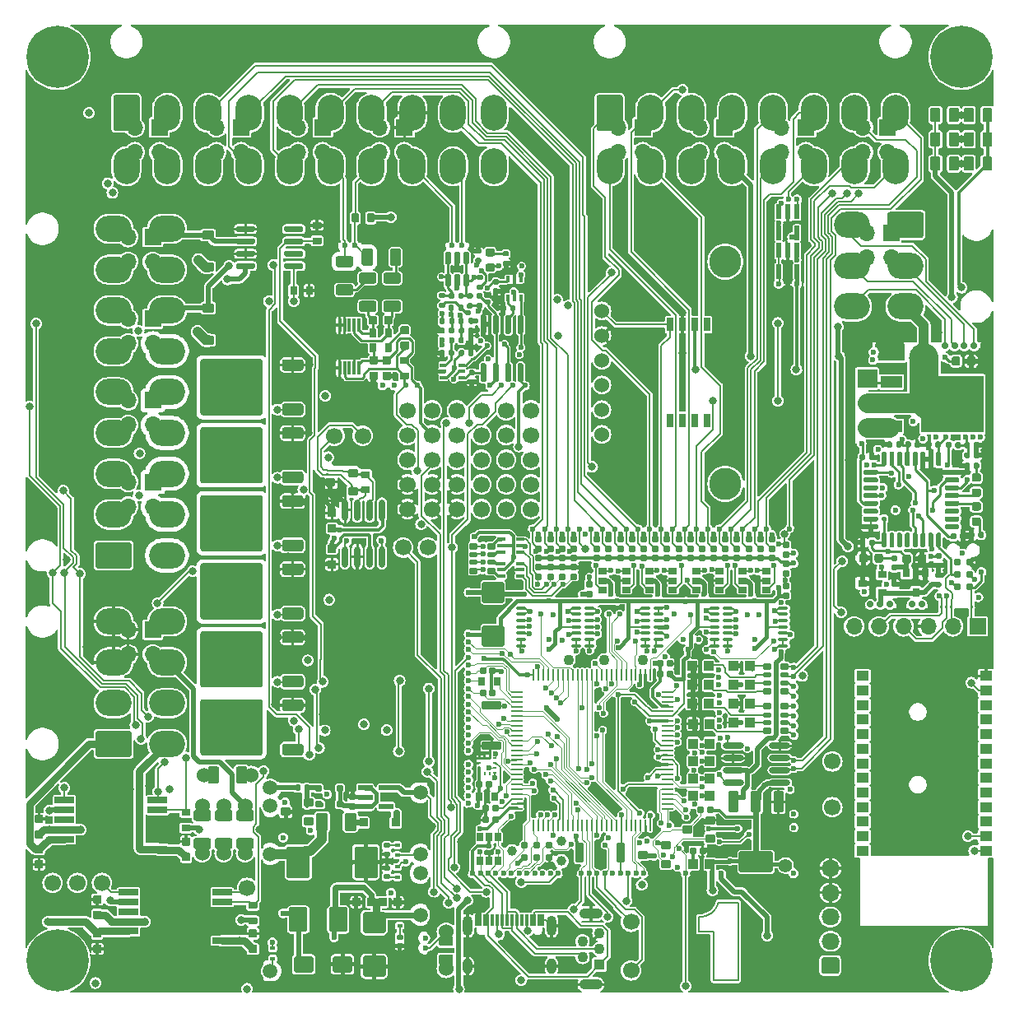
<source format=gtl>
G75*
G70*
%OFA0B0*%
%FSLAX25Y25*%
%IPPOS*%
%LPD*%
%AMOC8*
5,1,8,0,0,1.08239X$1,22.5*
%
%AMM1*
21,1,0.086610,0.073230,0.000000,0.000000,270.000000*
21,1,0.069290,0.090550,0.000000,0.000000,270.000000*
1,1,0.017320,-0.036610,-0.034650*
1,1,0.017320,-0.036610,0.034650*
1,1,0.017320,0.036610,0.034650*
1,1,0.017320,0.036610,-0.034650*
%
%AMM10*
21,1,0.015750,0.016540,0.000000,0.000000,270.000000*
21,1,0.012600,0.019680,0.000000,0.000000,270.000000*
1,1,0.003150,-0.008270,-0.006300*
1,1,0.003150,-0.008270,0.006300*
1,1,0.003150,0.008270,0.006300*
1,1,0.003150,0.008270,-0.006300*
%
%AMM11*
21,1,0.023620,0.018900,0.000000,0.000000,90.000000*
21,1,0.018900,0.023620,0.000000,0.000000,90.000000*
1,1,0.004720,0.009450,0.009450*
1,1,0.004720,0.009450,-0.009450*
1,1,0.004720,-0.009450,-0.009450*
1,1,0.004720,-0.009450,0.009450*
%
%AMM115*
21,1,0.021650,0.052760,0.000000,-0.000000,180.000000*
21,1,0.017320,0.057090,0.000000,-0.000000,180.000000*
1,1,0.004330,-0.008660,0.026380*
1,1,0.004330,0.008660,0.026380*
1,1,0.004330,0.008660,-0.026380*
1,1,0.004330,-0.008660,-0.026380*
%
%AMM12*
21,1,0.019680,0.019680,0.000000,0.000000,0.000000*
21,1,0.015750,0.023620,0.000000,0.000000,0.000000*
1,1,0.003940,0.007870,-0.009840*
1,1,0.003940,-0.007870,-0.009840*
1,1,0.003940,-0.007870,0.009840*
1,1,0.003940,0.007870,0.009840*
%
%AMM13*
21,1,0.019680,0.019680,0.000000,0.000000,270.000000*
21,1,0.015750,0.023620,0.000000,0.000000,270.000000*
1,1,0.003940,-0.009840,-0.007870*
1,1,0.003940,-0.009840,0.007870*
1,1,0.003940,0.009840,0.007870*
1,1,0.003940,0.009840,-0.007870*
%
%AMM183*
21,1,0.025590,0.026380,-0.000000,-0.000000,90.000000*
21,1,0.020470,0.031500,-0.000000,-0.000000,90.000000*
1,1,0.005120,0.013190,0.010240*
1,1,0.005120,0.013190,-0.010240*
1,1,0.005120,-0.013190,-0.010240*
1,1,0.005120,-0.013190,0.010240*
%
%AMM184*
21,1,0.017720,0.027950,-0.000000,-0.000000,90.000000*
21,1,0.014170,0.031500,-0.000000,-0.000000,90.000000*
1,1,0.003540,0.013980,0.007090*
1,1,0.003540,0.013980,-0.007090*
1,1,0.003540,-0.013980,-0.007090*
1,1,0.003540,-0.013980,0.007090*
%
%AMM185*
21,1,0.012600,0.028980,-0.000000,-0.000000,270.000000*
21,1,0.010080,0.031500,-0.000000,-0.000000,270.000000*
1,1,0.002520,-0.014490,-0.005040*
1,1,0.002520,-0.014490,0.005040*
1,1,0.002520,0.014490,0.005040*
1,1,0.002520,0.014490,-0.005040*
%
%AMM186*
21,1,0.023620,0.030710,-0.000000,-0.000000,0.000000*
21,1,0.018900,0.035430,-0.000000,-0.000000,0.000000*
1,1,0.004720,0.009450,-0.015350*
1,1,0.004720,-0.009450,-0.015350*
1,1,0.004720,-0.009450,0.015350*
1,1,0.004720,0.009450,0.015350*
%
%AMM187*
21,1,0.027560,0.018900,-0.000000,-0.000000,270.000000*
21,1,0.022840,0.023620,-0.000000,-0.000000,270.000000*
1,1,0.004720,-0.009450,-0.011420*
1,1,0.004720,-0.009450,0.011420*
1,1,0.004720,0.009450,0.011420*
1,1,0.004720,0.009450,-0.011420*
%
%AMM188*
21,1,0.031500,0.072440,-0.000000,-0.000000,270.000000*
21,1,0.025200,0.078740,-0.000000,-0.000000,270.000000*
1,1,0.006300,-0.036220,-0.012600*
1,1,0.006300,-0.036220,0.012600*
1,1,0.006300,0.036220,0.012600*
1,1,0.006300,0.036220,-0.012600*
%
%AMM189*
21,1,0.027560,0.018900,-0.000000,-0.000000,0.000000*
21,1,0.022840,0.023620,-0.000000,-0.000000,0.000000*
1,1,0.004720,0.011420,-0.009450*
1,1,0.004720,-0.011420,-0.009450*
1,1,0.004720,-0.011420,0.009450*
1,1,0.004720,0.011420,0.009450*
%
%AMM190*
21,1,0.023620,0.030710,-0.000000,-0.000000,90.000000*
21,1,0.018900,0.035430,-0.000000,-0.000000,90.000000*
1,1,0.004720,0.015350,0.009450*
1,1,0.004720,0.015350,-0.009450*
1,1,0.004720,-0.015350,-0.009450*
1,1,0.004720,-0.015350,0.009450*
%
%AMM191*
21,1,0.035430,0.030320,-0.000000,-0.000000,90.000000*
21,1,0.028350,0.037400,-0.000000,-0.000000,90.000000*
1,1,0.007090,0.015160,0.014170*
1,1,0.007090,0.015160,-0.014170*
1,1,0.007090,-0.015160,-0.014170*
1,1,0.007090,-0.015160,0.014170*
%
%AMM192*
21,1,0.043310,0.075980,-0.000000,-0.000000,180.000000*
21,1,0.034650,0.084650,-0.000000,-0.000000,180.000000*
1,1,0.008660,-0.017320,0.037990*
1,1,0.008660,0.017320,0.037990*
1,1,0.008660,0.017320,-0.037990*
1,1,0.008660,-0.017320,-0.037990*
%
%AMM193*
21,1,0.039370,0.035430,-0.000000,-0.000000,180.000000*
21,1,0.031500,0.043310,-0.000000,-0.000000,180.000000*
1,1,0.007870,-0.015750,0.017720*
1,1,0.007870,0.015750,0.017720*
1,1,0.007870,0.015750,-0.017720*
1,1,0.007870,-0.015750,-0.017720*
%
%AMM194*
21,1,0.027560,0.030710,-0.000000,-0.000000,180.000000*
21,1,0.022050,0.036220,-0.000000,-0.000000,180.000000*
1,1,0.005510,-0.011020,0.015350*
1,1,0.005510,0.011020,0.015350*
1,1,0.005510,0.011020,-0.015350*
1,1,0.005510,-0.011020,-0.015350*
%
%AMM195*
21,1,0.031500,0.072440,-0.000000,-0.000000,180.000000*
21,1,0.025200,0.078740,-0.000000,-0.000000,180.000000*
1,1,0.006300,-0.012600,0.036220*
1,1,0.006300,0.012600,0.036220*
1,1,0.006300,0.012600,-0.036220*
1,1,0.006300,-0.012600,-0.036220*
%
%AMM196*
21,1,0.137800,0.067720,-0.000000,-0.000000,180.000000*
21,1,0.120870,0.084650,-0.000000,-0.000000,180.000000*
1,1,0.016930,-0.060430,0.033860*
1,1,0.016930,0.060430,0.033860*
1,1,0.016930,0.060430,-0.033860*
1,1,0.016930,-0.060430,-0.033860*
%
%AMM197*
21,1,0.043310,0.075990,-0.000000,-0.000000,180.000000*
21,1,0.034650,0.084650,-0.000000,-0.000000,180.000000*
1,1,0.008660,-0.017320,0.037990*
1,1,0.008660,0.017320,0.037990*
1,1,0.008660,0.017320,-0.037990*
1,1,0.008660,-0.017320,-0.037990*
%
%AMM198*
21,1,0.086610,0.073230,-0.000000,-0.000000,270.000000*
21,1,0.069290,0.090550,-0.000000,-0.000000,270.000000*
1,1,0.017320,-0.036610,-0.034650*
1,1,0.017320,-0.036610,0.034650*
1,1,0.017320,0.036610,0.034650*
1,1,0.017320,0.036610,-0.034650*
%
%AMM2*
21,1,0.094490,0.111020,0.000000,0.000000,0.000000*
21,1,0.075590,0.129920,0.000000,0.000000,0.000000*
1,1,0.018900,0.037800,-0.055510*
1,1,0.018900,-0.037800,-0.055510*
1,1,0.018900,-0.037800,0.055510*
1,1,0.018900,0.037800,0.055510*
%
%AMM249*
21,1,0.035430,0.030320,0.000000,-0.000000,90.000000*
21,1,0.028350,0.037400,0.000000,-0.000000,90.000000*
1,1,0.007090,0.015160,0.014170*
1,1,0.007090,0.015160,-0.014170*
1,1,0.007090,-0.015160,-0.014170*
1,1,0.007090,-0.015160,0.014170*
%
%AMM250*
21,1,0.033470,0.026770,0.000000,-0.000000,270.000000*
21,1,0.026770,0.033470,0.000000,-0.000000,270.000000*
1,1,0.006690,-0.013390,-0.013390*
1,1,0.006690,-0.013390,0.013390*
1,1,0.006690,0.013390,0.013390*
1,1,0.006690,0.013390,-0.013390*
%
%AMM251*
21,1,0.027560,0.030710,0.000000,-0.000000,90.000000*
21,1,0.022050,0.036220,0.000000,-0.000000,90.000000*
1,1,0.005510,0.015350,0.011020*
1,1,0.005510,0.015350,-0.011020*
1,1,0.005510,-0.015350,-0.011020*
1,1,0.005510,-0.015350,0.011020*
%
%AMM3*
21,1,0.074800,0.083460,0.000000,0.000000,0.000000*
21,1,0.059840,0.098430,0.000000,0.000000,0.000000*
1,1,0.014960,0.029920,-0.041730*
1,1,0.014960,-0.029920,-0.041730*
1,1,0.014960,-0.029920,0.041730*
1,1,0.014960,0.029920,0.041730*
%
%AMM4*
21,1,0.078740,0.053540,0.000000,0.000000,180.000000*
21,1,0.065350,0.066930,0.000000,0.000000,180.000000*
1,1,0.013390,-0.032680,0.026770*
1,1,0.013390,0.032680,0.026770*
1,1,0.013390,0.032680,-0.026770*
1,1,0.013390,-0.032680,-0.026770*
%
%AMM5*
21,1,0.035430,0.030320,0.000000,0.000000,90.000000*
21,1,0.028350,0.037400,0.000000,0.000000,90.000000*
1,1,0.007090,0.015160,0.014170*
1,1,0.007090,0.015160,-0.014170*
1,1,0.007090,-0.015160,-0.014170*
1,1,0.007090,-0.015160,0.014170*
%
%AMM6*
21,1,0.021650,0.052760,0.000000,0.000000,270.000000*
21,1,0.017320,0.057090,0.000000,0.000000,270.000000*
1,1,0.004330,-0.026380,-0.008660*
1,1,0.004330,-0.026380,0.008660*
1,1,0.004330,0.026380,0.008660*
1,1,0.004330,0.026380,-0.008660*
%
%AMM7*
21,1,0.035830,0.026770,0.000000,0.000000,0.000000*
21,1,0.029130,0.033470,0.000000,0.000000,0.000000*
1,1,0.006690,0.014570,-0.013390*
1,1,0.006690,-0.014570,-0.013390*
1,1,0.006690,-0.014570,0.013390*
1,1,0.006690,0.014570,0.013390*
%
%AMM8*
21,1,0.070870,0.036220,0.000000,0.000000,90.000000*
21,1,0.061810,0.045280,0.000000,0.000000,90.000000*
1,1,0.009060,0.018110,0.030910*
1,1,0.009060,0.018110,-0.030910*
1,1,0.009060,-0.018110,-0.030910*
1,1,0.009060,-0.018110,0.030910*
%
%AMM9*
21,1,0.033470,0.026770,0.000000,0.000000,0.000000*
21,1,0.026770,0.033470,0.000000,0.000000,0.000000*
1,1,0.006690,0.013390,-0.013390*
1,1,0.006690,-0.013390,-0.013390*
1,1,0.006690,-0.013390,0.013390*
1,1,0.006690,0.013390,0.013390*
%
%ADD10C,0.00787*%
%ADD101C,0.01968*%
%ADD102C,0.01575*%
%ADD103M1*%
%ADD104M2*%
%ADD105M3*%
%ADD106M4*%
%ADD107M5*%
%ADD108M6*%
%ADD109M7*%
%ADD11R,0.06693X0.06693*%
%ADD110M8*%
%ADD111M9*%
%ADD112M10*%
%ADD113M11*%
%ADD114M12*%
%ADD115M13*%
%ADD116O,0.00787X0.40158*%
%ADD12O,0.06693X0.06693*%
%ADD13O,0.10630X0.14567*%
%ADD14C,0.06693*%
%ADD147C,0.01850*%
%ADD15C,0.02756*%
%ADD153R,0.02559X0.01575*%
%ADD154R,0.01575X0.02559*%
%ADD157R,0.03543X0.03150*%
%ADD159C,0.05118*%
%ADD16C,0.11811*%
%ADD161R,0.03150X0.03543*%
%ADD169C,0.03100*%
%ADD17R,0.11811X0.00984*%
%ADD172C,0.03900*%
%ADD18R,0.04331X0.00984*%
%ADD181O,0.04724X0.00866*%
%ADD182O,0.00866X0.04724*%
%ADD183O,0.04331X0.01181*%
%ADD186R,0.01378X0.00984*%
%ADD187R,0.00984X0.01378*%
%ADD19R,0.03858X0.00984*%
%ADD192O,0.08661X0.02362*%
%ADD20R,0.05709X0.00984*%
%ADD200C,0.00492*%
%ADD201C,0.01260*%
%ADD202C,0.05512*%
%ADD21R,0.00984X1.08661*%
%ADD22R,0.07677X0.00984*%
%ADD23R,0.03740X0.00984*%
%ADD24C,0.03150*%
%ADD25C,0.25197*%
%ADD26C,0.06000*%
%ADD266O,0.01968X0.00984*%
%ADD267O,0.00984X0.01968*%
%ADD27O,0.07283X0.06693*%
%ADD28C,0.02362*%
%ADD29R,0.24350X0.00984*%
%ADD297M115*%
%ADD30R,0.04390X0.00984*%
%ADD307R,0.01181X0.05512*%
%ADD308R,0.08661X0.04724*%
%ADD309R,0.25197X0.22835*%
%ADD31R,0.00984X0.56201*%
%ADD310R,0.07874X0.07500*%
%ADD311O,0.07874X0.07500*%
%ADD32R,0.00984X0.59449*%
%ADD33R,0.20374X0.00984*%
%ADD335O,0.02362X0.08661*%
%ADD34R,0.04331X0.04331*%
%ADD35C,0.04331*%
%ADD36O,0.09449X0.04331*%
%ADD37O,0.04823X0.00787*%
%ADD38O,0.00787X0.36614*%
%ADD39C,0.05906*%
%ADD393M183*%
%ADD394M184*%
%ADD395M185*%
%ADD396M186*%
%ADD397M187*%
%ADD398M188*%
%ADD399M189*%
%ADD40O,0.00787X0.12992*%
%ADD400M190*%
%ADD401M191*%
%ADD402M192*%
%ADD403M193*%
%ADD404M194*%
%ADD405M195*%
%ADD406M196*%
%ADD407M197*%
%ADD408M198*%
%ADD41O,0.00787X0.40157*%
%ADD42O,0.00787X0.01181*%
%ADD43O,0.66929X0.00787*%
%ADD44O,0.60630X0.00787*%
%ADD45O,0.00787X0.18898*%
%ADD46O,0.00787X0.10236*%
%ADD460M249*%
%ADD461M250*%
%ADD462M251*%
%ADD47O,0.00787X0.03937*%
%ADD48O,0.00787X0.05906*%
%ADD49O,0.22323X0.00787*%
%ADD50O,0.00787X0.43701*%
%ADD51O,0.01575X0.38583*%
%ADD52O,0.00984X0.01969*%
%ADD53O,0.26772X0.00787*%
%ADD54O,0.01969X0.00984*%
%ADD55O,0.14567X0.10630*%
%ADD56R,0.05118X0.03937*%
%ADD57R,0.07874X0.02559*%
%ADD58R,0.17717X0.31890*%
%ADD59R,0.00787X0.14567*%
%ADD60R,0.00787X0.01575*%
%ADD61R,0.00787X0.06299*%
%ADD62R,0.00787X0.38189*%
%ADD63R,0.00787X0.09055*%
%ADD64R,0.05512X0.00787*%
%ADD65R,0.25197X0.00787*%
%ADD66R,0.06693X0.00787*%
%ADD67R,0.12992X0.00787*%
%ADD68R,0.00787X0.27559*%
%ADD69R,0.00787X0.12992*%
%ADD70R,0.00787X0.24803*%
%ADD71R,0.01181X0.04528*%
%ADD72O,0.03937X0.08268*%
%ADD73O,0.03937X0.06299*%
%ADD74C,0.13000*%
%ADD75R,0.02717X0.05315*%
%ADD76C,0.01181*%
%ADD77C,0.03937*%
%ADD78C,0.01969*%
%ADD79C,0.00591*%
%ADD86C,0.00984*%
%ADD89C,0.00800*%
%ADD99C,0.07874*%
X0000000Y0000000D02*
%LPD*%
G01*
D10*
X0273622Y0025591D02*
X0273622Y0031496D01*
X0273622Y0025591D02*
X0279528Y0025591D01*
X0279528Y0025591D02*
X0279528Y0005906D01*
X0279528Y0005906D02*
X0289370Y0005906D01*
X0289370Y0037402D02*
X0281496Y0037402D01*
X0289370Y0005906D02*
X0289370Y0037402D01*
X0281496Y0037402D02*
G75*
G02*
X0273622Y0031496I-007565J0001885D01*
G01*
G36*
G01*
X0380906Y0334154D02*
X0380906Y0339075D01*
G75*
G02*
X0381299Y0339469I0000394J0000000D01*
G01*
X0384449Y0339469D01*
G75*
G02*
X0384843Y0339075I0000000J-000394D01*
G01*
X0384843Y0334154D01*
G75*
G02*
X0384449Y0333760I-000394J0000000D01*
G01*
X0381299Y0333760D01*
G75*
G02*
X0380906Y0334154I0000000J0000394D01*
G01*
G37*
G36*
G01*
X0388386Y0334154D02*
X0388386Y0339075D01*
G75*
G02*
X0388780Y0339469I0000394J0000000D01*
G01*
X0391929Y0339469D01*
G75*
G02*
X0392323Y0339075I0000000J-000394D01*
G01*
X0392323Y0334154D01*
G75*
G02*
X0391929Y0333760I-000394J0000000D01*
G01*
X0388780Y0333760D01*
G75*
G02*
X0388386Y0334154I0000000J0000394D01*
G01*
G37*
G36*
G01*
X0113287Y0295709D02*
X0113287Y0294528D01*
G75*
G02*
X0112697Y0293937I-000591J0000000D01*
G01*
X0106201Y0293937D01*
G75*
G02*
X0105610Y0294528I0000000J0000591D01*
G01*
X0105610Y0295709D01*
G75*
G02*
X0106201Y0296299I0000591J0000000D01*
G01*
X0112697Y0296299D01*
G75*
G02*
X0113287Y0295709I0000000J-000591D01*
G01*
G37*
G36*
G01*
X0113287Y0300709D02*
X0113287Y0299528D01*
G75*
G02*
X0112697Y0298937I-000591J0000000D01*
G01*
X0106201Y0298937D01*
G75*
G02*
X0105610Y0299528I0000000J0000591D01*
G01*
X0105610Y0300709D01*
G75*
G02*
X0106201Y0301299I0000591J0000000D01*
G01*
X0112697Y0301299D01*
G75*
G02*
X0113287Y0300709I0000000J-000591D01*
G01*
G37*
G36*
G01*
X0113287Y0305709D02*
X0113287Y0304528D01*
G75*
G02*
X0112697Y0303937I-000591J0000000D01*
G01*
X0106201Y0303937D01*
G75*
G02*
X0105610Y0304528I0000000J0000591D01*
G01*
X0105610Y0305709D01*
G75*
G02*
X0106201Y0306299I0000591J0000000D01*
G01*
X0112697Y0306299D01*
G75*
G02*
X0113287Y0305709I0000000J-000591D01*
G01*
G37*
G36*
G01*
X0113287Y0310709D02*
X0113287Y0309528D01*
G75*
G02*
X0112697Y0308937I-000591J0000000D01*
G01*
X0106201Y0308937D01*
G75*
G02*
X0105610Y0309528I0000000J0000591D01*
G01*
X0105610Y0310709D01*
G75*
G02*
X0106201Y0311299I0000591J0000000D01*
G01*
X0112697Y0311299D01*
G75*
G02*
X0113287Y0310709I0000000J-000591D01*
G01*
G37*
G36*
G01*
X0093799Y0310709D02*
X0093799Y0309528D01*
G75*
G02*
X0093209Y0308937I-000591J0000000D01*
G01*
X0086713Y0308937D01*
G75*
G02*
X0086122Y0309528I0000000J0000591D01*
G01*
X0086122Y0310709D01*
G75*
G02*
X0086713Y0311299I0000591J0000000D01*
G01*
X0093209Y0311299D01*
G75*
G02*
X0093799Y0310709I0000000J-000591D01*
G01*
G37*
G36*
G01*
X0093799Y0305709D02*
X0093799Y0304528D01*
G75*
G02*
X0093209Y0303937I-000591J0000000D01*
G01*
X0086713Y0303937D01*
G75*
G02*
X0086122Y0304528I0000000J0000591D01*
G01*
X0086122Y0305709D01*
G75*
G02*
X0086713Y0306299I0000591J0000000D01*
G01*
X0093209Y0306299D01*
G75*
G02*
X0093799Y0305709I0000000J-000591D01*
G01*
G37*
G36*
G01*
X0093799Y0300709D02*
X0093799Y0299528D01*
G75*
G02*
X0093209Y0298937I-000591J0000000D01*
G01*
X0086713Y0298937D01*
G75*
G02*
X0086122Y0299528I0000000J0000591D01*
G01*
X0086122Y0300709D01*
G75*
G02*
X0086713Y0301299I0000591J0000000D01*
G01*
X0093209Y0301299D01*
G75*
G02*
X0093799Y0300709I0000000J-000591D01*
G01*
G37*
G36*
G01*
X0093799Y0295709D02*
X0093799Y0294528D01*
G75*
G02*
X0093209Y0293937I-000591J0000000D01*
G01*
X0086713Y0293937D01*
G75*
G02*
X0086122Y0294528I0000000J0000591D01*
G01*
X0086122Y0295709D01*
G75*
G02*
X0086713Y0296299I0000591J0000000D01*
G01*
X0093209Y0296299D01*
G75*
G02*
X0093799Y0295709I0000000J-000591D01*
G01*
G37*
G36*
G01*
X0028583Y0040217D02*
X0031260Y0040217D01*
G75*
G02*
X0031594Y0039882I0000000J-000335D01*
G01*
X0031594Y0037205D01*
G75*
G02*
X0031260Y0036870I-000335J0000000D01*
G01*
X0028583Y0036870D01*
G75*
G02*
X0028248Y0037205I0000000J0000335D01*
G01*
X0028248Y0039882D01*
G75*
G02*
X0028583Y0040217I0000335J0000000D01*
G01*
G37*
G36*
G01*
X0028583Y0033996D02*
X0031260Y0033996D01*
G75*
G02*
X0031594Y0033661I0000000J-000335D01*
G01*
X0031594Y0030984D01*
G75*
G02*
X0031260Y0030650I-000335J0000000D01*
G01*
X0028583Y0030650D01*
G75*
G02*
X0028248Y0030984I0000000J0000335D01*
G01*
X0028248Y0033661D01*
G75*
G02*
X0028583Y0033996I0000335J0000000D01*
G01*
G37*
G36*
G01*
X0380906Y0343996D02*
X0380906Y0348917D01*
G75*
G02*
X0381299Y0349311I0000394J0000000D01*
G01*
X0384449Y0349311D01*
G75*
G02*
X0384843Y0348917I0000000J-000394D01*
G01*
X0384843Y0343996D01*
G75*
G02*
X0384449Y0343602I-000394J0000000D01*
G01*
X0381299Y0343602D01*
G75*
G02*
X0380906Y0343996I0000000J0000394D01*
G01*
G37*
G36*
G01*
X0388386Y0343996D02*
X0388386Y0348917D01*
G75*
G02*
X0388780Y0349311I0000394J0000000D01*
G01*
X0391929Y0349311D01*
G75*
G02*
X0392323Y0348917I0000000J-000394D01*
G01*
X0392323Y0343996D01*
G75*
G02*
X0391929Y0343602I-000394J0000000D01*
G01*
X0388780Y0343602D01*
G75*
G02*
X0388386Y0343996I0000000J0000394D01*
G01*
G37*
G36*
G01*
X0113386Y0155787D02*
X0113386Y0153031D01*
G75*
G02*
X0112402Y0152047I-000984J0000000D01*
G01*
X0105709Y0152047D01*
G75*
G02*
X0104724Y0153031I0000000J0000984D01*
G01*
X0104724Y0155787D01*
G75*
G02*
X0105709Y0156772I0000984J0000000D01*
G01*
X0112402Y0156772D01*
G75*
G02*
X0113386Y0155787I0000000J-000984D01*
G01*
G37*
G36*
G01*
X0096850Y0161811D02*
X0096850Y0152953D01*
G75*
G02*
X0095866Y0151969I-000984J0000000D01*
G01*
X0085827Y0151969D01*
G75*
G02*
X0084843Y0152953I0000000J0000984D01*
G01*
X0084843Y0161811D01*
G75*
G02*
X0085827Y0162795I0000984J0000000D01*
G01*
X0095866Y0162795D01*
G75*
G02*
X0096850Y0161811I0000000J-000984D01*
G01*
G37*
G36*
G01*
X0096850Y0173819D02*
X0096850Y0164961D01*
G75*
G02*
X0095866Y0163976I-000984J0000000D01*
G01*
X0085827Y0163976D01*
G75*
G02*
X0084843Y0164961I0000000J0000984D01*
G01*
X0084843Y0173819D01*
G75*
G02*
X0085827Y0174803I0000984J0000000D01*
G01*
X0095866Y0174803D01*
G75*
G02*
X0096850Y0173819I0000000J-000984D01*
G01*
G37*
G36*
G01*
X0096850Y0173819D02*
X0096850Y0152953D01*
G75*
G02*
X0095866Y0151969I-000984J0000000D01*
G01*
X0072638Y0151969D01*
G75*
G02*
X0071654Y0152953I0000000J0000984D01*
G01*
X0071654Y0173819D01*
G75*
G02*
X0072638Y0174803I0000984J0000000D01*
G01*
X0095866Y0174803D01*
G75*
G02*
X0096850Y0173819I0000000J-000984D01*
G01*
G37*
G36*
G01*
X0083661Y0161811D02*
X0083661Y0152953D01*
G75*
G02*
X0082677Y0151969I-000984J0000000D01*
G01*
X0072638Y0151969D01*
G75*
G02*
X0071654Y0152953I0000000J0000984D01*
G01*
X0071654Y0161811D01*
G75*
G02*
X0072638Y0162795I0000984J0000000D01*
G01*
X0082677Y0162795D01*
G75*
G02*
X0083661Y0161811I0000000J-000984D01*
G01*
G37*
G36*
G01*
X0083661Y0173819D02*
X0083661Y0164961D01*
G75*
G02*
X0082677Y0163976I-000984J0000000D01*
G01*
X0072638Y0163976D01*
G75*
G02*
X0071654Y0164961I0000000J0000984D01*
G01*
X0071654Y0173819D01*
G75*
G02*
X0072638Y0174803I0000984J0000000D01*
G01*
X0082677Y0174803D01*
G75*
G02*
X0083661Y0173819I0000000J-000984D01*
G01*
G37*
G36*
G01*
X0113386Y0173740D02*
X0113386Y0170984D01*
G75*
G02*
X0112402Y0170000I-000984J0000000D01*
G01*
X0105709Y0170000D01*
G75*
G02*
X0104724Y0170984I0000000J0000984D01*
G01*
X0104724Y0173740D01*
G75*
G02*
X0105709Y0174724I0000984J0000000D01*
G01*
X0112402Y0174724D01*
G75*
G02*
X0113386Y0173740I0000000J-000984D01*
G01*
G37*
D11*
X0052421Y0207677D03*
D12*
X0042421Y0207677D03*
X0052421Y0197677D03*
X0042421Y0197677D03*
G36*
G01*
X0232087Y0350886D02*
X0232087Y0363484D01*
G75*
G02*
X0233071Y0364469I0000984J0000000D01*
G01*
X0241732Y0364469D01*
G75*
G02*
X0242717Y0363484I0000000J-000984D01*
G01*
X0242717Y0350886D01*
G75*
G02*
X0241732Y0349902I-000984J0000000D01*
G01*
X0233071Y0349902D01*
G75*
G02*
X0232087Y0350886I0000000J0000984D01*
G01*
G37*
D13*
X0253937Y0357185D03*
X0270472Y0357185D03*
X0287008Y0357185D03*
X0303543Y0357185D03*
X0320079Y0357185D03*
X0336614Y0357185D03*
X0353150Y0357185D03*
X0237402Y0335531D03*
X0253937Y0335531D03*
X0270472Y0335531D03*
X0287008Y0335531D03*
X0303543Y0335531D03*
X0320079Y0335531D03*
X0336614Y0335531D03*
X0353150Y0335531D03*
D14*
X0327559Y0075984D03*
D11*
X0052421Y0240748D03*
D12*
X0042421Y0240748D03*
X0052421Y0230748D03*
X0042421Y0230748D03*
D15*
X0384941Y0262795D03*
X0373130Y0262795D03*
X0377067Y0262795D03*
X0381004Y0262795D03*
D16*
X0364665Y0257874D03*
D17*
X0350886Y0264272D03*
D18*
X0338287Y0156594D03*
D19*
X0355374Y0156594D03*
X0368366Y0156594D03*
D20*
X0388386Y0156594D03*
D21*
X0336614Y0210433D03*
X0390748Y0210433D03*
D22*
X0339961Y0264272D03*
D23*
X0389370Y0264272D03*
G36*
G01*
X0340650Y0193701D02*
X0345571Y0193701D01*
G75*
G02*
X0346063Y0193209I0000000J-000492D01*
G01*
X0346063Y0192224D01*
G75*
G02*
X0345571Y0191732I-000492J0000000D01*
G01*
X0340650Y0191732D01*
G75*
G02*
X0340157Y0192224I0000000J0000492D01*
G01*
X0340157Y0193209D01*
G75*
G02*
X0340650Y0193701I0000492J0000000D01*
G01*
G37*
G36*
G01*
X0351181Y0187106D02*
X0352165Y0187106D01*
G75*
G02*
X0352657Y0186614I0000000J-000492D01*
G01*
X0352657Y0181693D01*
G75*
G02*
X0352165Y0181201I-000492J0000000D01*
G01*
X0351181Y0181201D01*
G75*
G02*
X0350689Y0181693I0000000J0000492D01*
G01*
X0350689Y0186614D01*
G75*
G02*
X0351181Y0187106I0000492J0000000D01*
G01*
G37*
G36*
G01*
X0340650Y0190551D02*
X0345571Y0190551D01*
G75*
G02*
X0346063Y0190059I0000000J-000492D01*
G01*
X0346063Y0189075D01*
G75*
G02*
X0345571Y0188583I-000492J0000000D01*
G01*
X0340650Y0188583D01*
G75*
G02*
X0340157Y0189075I0000000J0000492D01*
G01*
X0340157Y0190059D01*
G75*
G02*
X0340650Y0190551I0000492J0000000D01*
G01*
G37*
G36*
G01*
X0350689Y0189272D02*
X0350689Y0190256D01*
G75*
G02*
X0351181Y0190748I0000492J0000000D01*
G01*
X0352165Y0190748D01*
G75*
G02*
X0352657Y0190256I0000000J-000492D01*
G01*
X0352657Y0189272D01*
G75*
G02*
X0352165Y0188780I-000492J0000000D01*
G01*
X0351181Y0188780D01*
G75*
G02*
X0350689Y0189272I0000000J0000492D01*
G01*
G37*
G36*
G01*
X0348031Y0193701D02*
X0349016Y0193701D01*
G75*
G02*
X0349508Y0193209I0000000J-000492D01*
G01*
X0349508Y0192224D01*
G75*
G02*
X0349016Y0191732I-000492J0000000D01*
G01*
X0348031Y0191732D01*
G75*
G02*
X0347539Y0192224I0000000J0000492D01*
G01*
X0347539Y0193209D01*
G75*
G02*
X0348031Y0193701I0000492J0000000D01*
G01*
G37*
G36*
G01*
X0348031Y0187106D02*
X0349016Y0187106D01*
G75*
G02*
X0349508Y0186614I0000000J-000492D01*
G01*
X0349508Y0181693D01*
G75*
G02*
X0349016Y0181201I-000492J0000000D01*
G01*
X0348031Y0181201D01*
G75*
G02*
X0347539Y0181693I0000000J0000492D01*
G01*
X0347539Y0186614D01*
G75*
G02*
X0348031Y0187106I0000492J0000000D01*
G01*
G37*
D15*
X0346949Y0158106D03*
X0350886Y0158106D03*
X0363862Y0158106D03*
X0359862Y0158106D03*
G36*
G01*
X0371752Y0156102D02*
X0371752Y0156102D01*
G75*
G02*
X0371260Y0156594I0000000J0000492D01*
G01*
X0371260Y0157579D01*
G75*
G02*
X0371752Y0158071I0000492J0000000D01*
G01*
X0371752Y0158071D01*
G75*
G02*
X0372244Y0157579I0000000J-000492D01*
G01*
X0372244Y0156594D01*
G75*
G02*
X0371752Y0156102I-000492J0000000D01*
G01*
G37*
G36*
G01*
X0373720Y0156102D02*
X0373720Y0156102D01*
G75*
G02*
X0373228Y0156594I0000000J0000492D01*
G01*
X0373228Y0157579D01*
G75*
G02*
X0373720Y0158071I0000492J0000000D01*
G01*
X0373720Y0158071D01*
G75*
G02*
X0374213Y0157579I0000000J-000492D01*
G01*
X0374213Y0156594D01*
G75*
G02*
X0373720Y0156102I-000492J0000000D01*
G01*
G37*
G36*
G01*
X0375689Y0156102D02*
X0375689Y0156102D01*
G75*
G02*
X0375197Y0156594I0000000J0000492D01*
G01*
X0375197Y0157579D01*
G75*
G02*
X0375689Y0158071I0000492J0000000D01*
G01*
X0375689Y0158071D01*
G75*
G02*
X0376181Y0157579I0000000J-000492D01*
G01*
X0376181Y0156594D01*
G75*
G02*
X0375689Y0156102I-000492J0000000D01*
G01*
G37*
G36*
G01*
X0383957Y0156102D02*
X0383957Y0156102D01*
G75*
G02*
X0383465Y0156594I0000000J0000492D01*
G01*
X0383465Y0157579D01*
G75*
G02*
X0383957Y0158071I0000492J0000000D01*
G01*
X0383957Y0158071D01*
G75*
G02*
X0384449Y0157579I0000000J-000492D01*
G01*
X0384449Y0156594D01*
G75*
G02*
X0383957Y0156102I-000492J0000000D01*
G01*
G37*
X0343012Y0158106D03*
D14*
X0163780Y0181102D03*
G36*
G01*
X0036417Y0350886D02*
X0036417Y0363484D01*
G75*
G02*
X0037402Y0364469I0000984J0000000D01*
G01*
X0046063Y0364469D01*
G75*
G02*
X0047047Y0363484I0000000J-000984D01*
G01*
X0047047Y0350886D01*
G75*
G02*
X0046063Y0349902I-000984J0000000D01*
G01*
X0037402Y0349902D01*
G75*
G02*
X0036417Y0350886I0000000J0000984D01*
G01*
G37*
D13*
X0058268Y0357185D03*
X0074803Y0357185D03*
X0091339Y0357185D03*
X0107874Y0357185D03*
X0124409Y0357185D03*
X0140945Y0357185D03*
X0157480Y0357185D03*
X0174016Y0357185D03*
X0190551Y0357185D03*
X0041732Y0335531D03*
X0058268Y0335531D03*
X0074803Y0335531D03*
X0091339Y0335531D03*
X0107874Y0335531D03*
X0124409Y0335531D03*
X0140945Y0335531D03*
X0157480Y0335531D03*
X0174016Y0335531D03*
X0190551Y0335531D03*
G36*
G01*
X0113386Y0238465D02*
X0113386Y0235709D01*
G75*
G02*
X0112402Y0234724I-000984J0000000D01*
G01*
X0105709Y0234724D01*
G75*
G02*
X0104724Y0235709I0000000J0000984D01*
G01*
X0104724Y0238465D01*
G75*
G02*
X0105709Y0239449I0000984J0000000D01*
G01*
X0112402Y0239449D01*
G75*
G02*
X0113386Y0238465I0000000J-000984D01*
G01*
G37*
G36*
G01*
X0096850Y0244488D02*
X0096850Y0235630D01*
G75*
G02*
X0095866Y0234646I-000984J0000000D01*
G01*
X0085827Y0234646D01*
G75*
G02*
X0084843Y0235630I0000000J0000984D01*
G01*
X0084843Y0244488D01*
G75*
G02*
X0085827Y0245472I0000984J0000000D01*
G01*
X0095866Y0245472D01*
G75*
G02*
X0096850Y0244488I0000000J-000984D01*
G01*
G37*
G36*
G01*
X0096850Y0256496D02*
X0096850Y0247638D01*
G75*
G02*
X0095866Y0246654I-000984J0000000D01*
G01*
X0085827Y0246654D01*
G75*
G02*
X0084843Y0247638I0000000J0000984D01*
G01*
X0084843Y0256496D01*
G75*
G02*
X0085827Y0257480I0000984J0000000D01*
G01*
X0095866Y0257480D01*
G75*
G02*
X0096850Y0256496I0000000J-000984D01*
G01*
G37*
G36*
G01*
X0096850Y0256496D02*
X0096850Y0235630D01*
G75*
G02*
X0095866Y0234646I-000984J0000000D01*
G01*
X0072638Y0234646D01*
G75*
G02*
X0071654Y0235630I0000000J0000984D01*
G01*
X0071654Y0256496D01*
G75*
G02*
X0072638Y0257480I0000984J0000000D01*
G01*
X0095866Y0257480D01*
G75*
G02*
X0096850Y0256496I0000000J-000984D01*
G01*
G37*
G36*
G01*
X0083661Y0244488D02*
X0083661Y0235630D01*
G75*
G02*
X0082677Y0234646I-000984J0000000D01*
G01*
X0072638Y0234646D01*
G75*
G02*
X0071654Y0235630I0000000J0000984D01*
G01*
X0071654Y0244488D01*
G75*
G02*
X0072638Y0245472I0000984J0000000D01*
G01*
X0082677Y0245472D01*
G75*
G02*
X0083661Y0244488I0000000J-000984D01*
G01*
G37*
G36*
G01*
X0083661Y0256496D02*
X0083661Y0247638D01*
G75*
G02*
X0082677Y0246654I-000984J0000000D01*
G01*
X0072638Y0246654D01*
G75*
G02*
X0071654Y0247638I0000000J0000984D01*
G01*
X0071654Y0256496D01*
G75*
G02*
X0072638Y0257480I0000984J0000000D01*
G01*
X0082677Y0257480D01*
G75*
G02*
X0083661Y0256496I0000000J-000984D01*
G01*
G37*
G36*
G01*
X0113386Y0256417D02*
X0113386Y0253661D01*
G75*
G02*
X0112402Y0252677I-000984J0000000D01*
G01*
X0105709Y0252677D01*
G75*
G02*
X0104724Y0253661I0000000J0000984D01*
G01*
X0104724Y0256417D01*
G75*
G02*
X0105709Y0257402I0000984J0000000D01*
G01*
X0112402Y0257402D01*
G75*
G02*
X0113386Y0256417I0000000J-000984D01*
G01*
G37*
G36*
G01*
X0113386Y0210906D02*
X0113386Y0208150D01*
G75*
G02*
X0112402Y0207165I-000984J0000000D01*
G01*
X0105709Y0207165D01*
G75*
G02*
X0104724Y0208150I0000000J0000984D01*
G01*
X0104724Y0210906D01*
G75*
G02*
X0105709Y0211890I0000984J0000000D01*
G01*
X0112402Y0211890D01*
G75*
G02*
X0113386Y0210906I0000000J-000984D01*
G01*
G37*
G36*
G01*
X0096850Y0216929D02*
X0096850Y0208071D01*
G75*
G02*
X0095866Y0207087I-000984J0000000D01*
G01*
X0085827Y0207087D01*
G75*
G02*
X0084843Y0208071I0000000J0000984D01*
G01*
X0084843Y0216929D01*
G75*
G02*
X0085827Y0217913I0000984J0000000D01*
G01*
X0095866Y0217913D01*
G75*
G02*
X0096850Y0216929I0000000J-000984D01*
G01*
G37*
G36*
G01*
X0096850Y0228937D02*
X0096850Y0220079D01*
G75*
G02*
X0095866Y0219094I-000984J0000000D01*
G01*
X0085827Y0219094D01*
G75*
G02*
X0084843Y0220079I0000000J0000984D01*
G01*
X0084843Y0228937D01*
G75*
G02*
X0085827Y0229921I0000984J0000000D01*
G01*
X0095866Y0229921D01*
G75*
G02*
X0096850Y0228937I0000000J-000984D01*
G01*
G37*
G36*
G01*
X0096850Y0228937D02*
X0096850Y0208071D01*
G75*
G02*
X0095866Y0207087I-000984J0000000D01*
G01*
X0072638Y0207087D01*
G75*
G02*
X0071654Y0208071I0000000J0000984D01*
G01*
X0071654Y0228937D01*
G75*
G02*
X0072638Y0229921I0000984J0000000D01*
G01*
X0095866Y0229921D01*
G75*
G02*
X0096850Y0228937I0000000J-000984D01*
G01*
G37*
G36*
G01*
X0083661Y0216929D02*
X0083661Y0208071D01*
G75*
G02*
X0082677Y0207087I-000984J0000000D01*
G01*
X0072638Y0207087D01*
G75*
G02*
X0071654Y0208071I0000000J0000984D01*
G01*
X0071654Y0216929D01*
G75*
G02*
X0072638Y0217913I0000984J0000000D01*
G01*
X0082677Y0217913D01*
G75*
G02*
X0083661Y0216929I0000000J-000984D01*
G01*
G37*
G36*
G01*
X0083661Y0228937D02*
X0083661Y0220079D01*
G75*
G02*
X0082677Y0219094I-000984J0000000D01*
G01*
X0072638Y0219094D01*
G75*
G02*
X0071654Y0220079I0000000J0000984D01*
G01*
X0071654Y0228937D01*
G75*
G02*
X0072638Y0229921I0000984J0000000D01*
G01*
X0082677Y0229921D01*
G75*
G02*
X0083661Y0228937I0000000J-000984D01*
G01*
G37*
G36*
G01*
X0113386Y0228858D02*
X0113386Y0226102D01*
G75*
G02*
X0112402Y0225118I-000984J0000000D01*
G01*
X0105709Y0225118D01*
G75*
G02*
X0104724Y0226102I0000000J0000984D01*
G01*
X0104724Y0228858D01*
G75*
G02*
X0105709Y0229843I0000984J0000000D01*
G01*
X0112402Y0229843D01*
G75*
G02*
X0113386Y0228858I0000000J-000984D01*
G01*
G37*
D11*
X0154291Y0351280D03*
D12*
X0144291Y0351280D03*
X0154291Y0341280D03*
X0144291Y0341280D03*
D14*
X0125984Y0226378D03*
G36*
G01*
X0091575Y0026437D02*
X0094252Y0026437D01*
G75*
G02*
X0094587Y0026102I0000000J-000335D01*
G01*
X0094587Y0023425D01*
G75*
G02*
X0094252Y0023091I-000335J0000000D01*
G01*
X0091575Y0023091D01*
G75*
G02*
X0091240Y0023425I0000000J0000335D01*
G01*
X0091240Y0026102D01*
G75*
G02*
X0091575Y0026437I0000335J0000000D01*
G01*
G37*
G36*
G01*
X0091575Y0020217D02*
X0094252Y0020217D01*
G75*
G02*
X0094587Y0019882I0000000J-000335D01*
G01*
X0094587Y0017205D01*
G75*
G02*
X0094252Y0016870I-000335J0000000D01*
G01*
X0091575Y0016870D01*
G75*
G02*
X0091240Y0017205I0000000J0000335D01*
G01*
X0091240Y0019882D01*
G75*
G02*
X0091575Y0020217I0000335J0000000D01*
G01*
G37*
G36*
G01*
X0142057Y0316201D02*
X0142057Y0313130D01*
G75*
G02*
X0141781Y0312854I-000276J0000000D01*
G01*
X0139577Y0312854D01*
G75*
G02*
X0139301Y0313130I0000000J0000276D01*
G01*
X0139301Y0316201D01*
G75*
G02*
X0139577Y0316476I0000276J0000000D01*
G01*
X0141781Y0316476D01*
G75*
G02*
X0142057Y0316201I0000000J-000276D01*
G01*
G37*
G36*
G01*
X0135758Y0316201D02*
X0135758Y0313130D01*
G75*
G02*
X0135482Y0312854I-000276J0000000D01*
G01*
X0133278Y0312854D01*
G75*
G02*
X0133002Y0313130I0000000J0000276D01*
G01*
X0133002Y0316201D01*
G75*
G02*
X0133278Y0316476I0000276J0000000D01*
G01*
X0135482Y0316476D01*
G75*
G02*
X0135758Y0316201I0000000J-000276D01*
G01*
G37*
X0137402Y0226378D03*
G36*
G01*
X0064508Y0063681D02*
X0067185Y0063681D01*
G75*
G02*
X0067520Y0063346I0000000J-000335D01*
G01*
X0067520Y0060669D01*
G75*
G02*
X0067185Y0060335I-000335J0000000D01*
G01*
X0064508Y0060335D01*
G75*
G02*
X0064173Y0060669I0000000J0000335D01*
G01*
X0064173Y0063346D01*
G75*
G02*
X0064508Y0063681I0000335J0000000D01*
G01*
G37*
G36*
G01*
X0064508Y0057461D02*
X0067185Y0057461D01*
G75*
G02*
X0067520Y0057126I0000000J-000335D01*
G01*
X0067520Y0054449D01*
G75*
G02*
X0067185Y0054114I-000335J0000000D01*
G01*
X0064508Y0054114D01*
G75*
G02*
X0064173Y0054449I0000000J0000335D01*
G01*
X0064173Y0057126D01*
G75*
G02*
X0064508Y0057461I0000335J0000000D01*
G01*
G37*
X0021811Y0045276D03*
D24*
X0004331Y0379921D03*
X0007098Y0386603D03*
X0007098Y0373240D03*
X0013780Y0389370D03*
D25*
X0013780Y0379921D03*
D24*
X0013780Y0370472D03*
X0020461Y0386603D03*
X0020461Y0373240D03*
X0023228Y0379921D03*
X0370472Y0379921D03*
X0373240Y0386603D03*
X0373240Y0373240D03*
X0379921Y0389370D03*
D25*
X0379921Y0379921D03*
D24*
X0379921Y0370472D03*
X0386603Y0386603D03*
X0386603Y0373240D03*
X0389370Y0379921D03*
D26*
X0072441Y0076575D03*
G36*
G01*
X0068898Y0071280D02*
X0068898Y0073996D01*
G75*
G02*
X0069803Y0074902I0000906J0000000D01*
G01*
X0075079Y0074902D01*
G75*
G02*
X0075984Y0073996I0000000J-000906D01*
G01*
X0075984Y0071280D01*
G75*
G02*
X0075079Y0070374I-000906J0000000D01*
G01*
X0069803Y0070374D01*
G75*
G02*
X0068898Y0071280I0000000J0000906D01*
G01*
G37*
G36*
G01*
X0068898Y0059862D02*
X0068898Y0062579D01*
G75*
G02*
X0069803Y0063484I0000906J0000000D01*
G01*
X0075079Y0063484D01*
G75*
G02*
X0075984Y0062579I0000000J-000906D01*
G01*
X0075984Y0059862D01*
G75*
G02*
X0075079Y0058957I-000906J0000000D01*
G01*
X0069803Y0058957D01*
G75*
G02*
X0068898Y0059862I0000000J0000906D01*
G01*
G37*
X0072441Y0057283D03*
G36*
G01*
X0367323Y0334154D02*
X0367323Y0339075D01*
G75*
G02*
X0367717Y0339469I0000394J0000000D01*
G01*
X0370866Y0339469D01*
G75*
G02*
X0371260Y0339075I0000000J-000394D01*
G01*
X0371260Y0334154D01*
G75*
G02*
X0370866Y0333760I-000394J0000000D01*
G01*
X0367717Y0333760D01*
G75*
G02*
X0367323Y0334154I0000000J0000394D01*
G01*
G37*
G36*
G01*
X0374803Y0334154D02*
X0374803Y0339075D01*
G75*
G02*
X0375197Y0339469I0000394J0000000D01*
G01*
X0378347Y0339469D01*
G75*
G02*
X0378740Y0339075I0000000J-000394D01*
G01*
X0378740Y0334154D01*
G75*
G02*
X0378347Y0333760I-000394J0000000D01*
G01*
X0375197Y0333760D01*
G75*
G02*
X0374803Y0334154I0000000J0000394D01*
G01*
G37*
G36*
G01*
X0004961Y0072894D02*
X0007638Y0072894D01*
G75*
G02*
X0007972Y0072559I0000000J-000335D01*
G01*
X0007972Y0069882D01*
G75*
G02*
X0007638Y0069547I-000335J0000000D01*
G01*
X0004961Y0069547D01*
G75*
G02*
X0004626Y0069882I0000000J0000335D01*
G01*
X0004626Y0072559D01*
G75*
G02*
X0004961Y0072894I0000335J0000000D01*
G01*
G37*
G36*
G01*
X0004961Y0066673D02*
X0007638Y0066673D01*
G75*
G02*
X0007972Y0066339I0000000J-000335D01*
G01*
X0007972Y0063661D01*
G75*
G02*
X0007638Y0063327I-000335J0000000D01*
G01*
X0004961Y0063327D01*
G75*
G02*
X0004626Y0063661I0000000J0000335D01*
G01*
X0004626Y0066339D01*
G75*
G02*
X0004961Y0066673I0000335J0000000D01*
G01*
G37*
G36*
G01*
X0329429Y0008465D02*
X0324114Y0008465D01*
G75*
G02*
X0323130Y0009449I0000000J0000984D01*
G01*
X0323130Y0014173D01*
G75*
G02*
X0324114Y0015157I0000984J0000000D01*
G01*
X0329429Y0015157D01*
G75*
G02*
X0330413Y0014173I0000000J-000984D01*
G01*
X0330413Y0009449D01*
G75*
G02*
X0329429Y0008465I-000984J0000000D01*
G01*
G37*
D27*
X0326772Y0021654D03*
X0326772Y0031496D03*
X0326772Y0041339D03*
X0326772Y0051181D03*
D14*
X0246063Y0029528D03*
D24*
X0004331Y0013780D03*
X0007098Y0020461D03*
X0007098Y0007098D03*
X0013780Y0023228D03*
D25*
X0013780Y0013780D03*
D24*
X0013780Y0004331D03*
X0020461Y0020461D03*
X0020461Y0007098D03*
X0023228Y0013780D03*
D28*
X0193602Y0246752D03*
X0188878Y0246752D03*
X0198327Y0246752D03*
X0203051Y0246752D03*
D29*
X0192549Y0304429D03*
D30*
X0168730Y0304429D03*
D31*
X0204232Y0276821D03*
D32*
X0167028Y0275197D03*
D33*
X0176722Y0245965D03*
D28*
X0177618Y0303543D03*
X0173681Y0303543D03*
G36*
G01*
X0117126Y0286772D02*
X0117126Y0283701D01*
G75*
G02*
X0116850Y0283425I-000276J0000000D01*
G01*
X0114646Y0283425D01*
G75*
G02*
X0114370Y0283701I0000000J0000276D01*
G01*
X0114370Y0286772D01*
G75*
G02*
X0114646Y0287047I0000276J0000000D01*
G01*
X0116850Y0287047D01*
G75*
G02*
X0117126Y0286772I0000000J-000276D01*
G01*
G37*
G36*
G01*
X0110827Y0286772D02*
X0110827Y0283701D01*
G75*
G02*
X0110551Y0283425I-000276J0000000D01*
G01*
X0108346Y0283425D01*
G75*
G02*
X0108071Y0283701I0000000J0000276D01*
G01*
X0108071Y0286772D01*
G75*
G02*
X0108346Y0287047I0000276J0000000D01*
G01*
X0110551Y0287047D01*
G75*
G02*
X0110827Y0286772I0000000J-000276D01*
G01*
G37*
D14*
X0011811Y0045276D03*
D34*
X0233268Y0012205D03*
D35*
X0226378Y0015354D03*
X0233268Y0018504D03*
X0226378Y0021654D03*
X0233268Y0024803D03*
D36*
X0229823Y0004134D03*
X0229823Y0032874D03*
D26*
X0081102Y0076575D03*
G36*
G01*
X0077559Y0071280D02*
X0077559Y0073996D01*
G75*
G02*
X0078465Y0074902I0000906J0000000D01*
G01*
X0083740Y0074902D01*
G75*
G02*
X0084646Y0073996I0000000J-000906D01*
G01*
X0084646Y0071280D01*
G75*
G02*
X0083740Y0070374I-000906J0000000D01*
G01*
X0078465Y0070374D01*
G75*
G02*
X0077559Y0071280I0000000J0000906D01*
G01*
G37*
G36*
G01*
X0077559Y0059862D02*
X0077559Y0062579D01*
G75*
G02*
X0078465Y0063484I0000906J0000000D01*
G01*
X0083740Y0063484D01*
G75*
G02*
X0084646Y0062579I0000000J-000906D01*
G01*
X0084646Y0059862D01*
G75*
G02*
X0083740Y0058957I-000906J0000000D01*
G01*
X0078465Y0058957D01*
G75*
G02*
X0077559Y0059862I0000000J0000906D01*
G01*
G37*
X0081102Y0057283D03*
D28*
X0313287Y0287894D03*
D37*
X0305512Y0322933D03*
D38*
X0315650Y0305020D03*
X0303445Y0305020D03*
D28*
X0309547Y0287894D03*
X0305807Y0287894D03*
X0309744Y0322146D03*
X0313287Y0322146D03*
G36*
G01*
X0031260Y0016870D02*
X0028583Y0016870D01*
G75*
G02*
X0028248Y0017205I0000000J0000335D01*
G01*
X0028248Y0019882D01*
G75*
G02*
X0028583Y0020217I0000335J0000000D01*
G01*
X0031260Y0020217D01*
G75*
G02*
X0031594Y0019882I0000000J-000335D01*
G01*
X0031594Y0017205D01*
G75*
G02*
X0031260Y0016870I-000335J0000000D01*
G01*
G37*
G36*
G01*
X0031260Y0023091D02*
X0028583Y0023091D01*
G75*
G02*
X0028248Y0023425I0000000J0000335D01*
G01*
X0028248Y0026102D01*
G75*
G02*
X0028583Y0026437I0000335J0000000D01*
G01*
X0031260Y0026437D01*
G75*
G02*
X0031594Y0026102I0000000J-000335D01*
G01*
X0031594Y0023425D01*
G75*
G02*
X0031260Y0023091I-000335J0000000D01*
G01*
G37*
D14*
X0090551Y0043307D03*
D39*
X0160925Y0081988D03*
X0160925Y0056791D03*
X0160925Y0049311D03*
X0160925Y0032382D03*
D28*
X0162697Y0022933D03*
X0162697Y0018996D03*
D40*
X0097343Y0066831D03*
D41*
X0097343Y0033366D03*
D42*
X0097343Y0005413D03*
D43*
X0130413Y0005217D03*
D44*
X0133563Y0086319D03*
D39*
X0160925Y0007776D03*
D42*
X0163484Y0086122D03*
D45*
X0163484Y0069587D03*
D46*
X0163484Y0040650D03*
D47*
X0163484Y0026870D03*
D48*
X0163484Y0013878D03*
D39*
X0099902Y0083760D03*
X0099902Y0076476D03*
X0099902Y0056988D03*
X0099902Y0009547D03*
G36*
G01*
X0113386Y0100669D02*
X0113386Y0097913D01*
G75*
G02*
X0112402Y0096929I-000984J0000000D01*
G01*
X0105709Y0096929D01*
G75*
G02*
X0104724Y0097913I0000000J0000984D01*
G01*
X0104724Y0100669D01*
G75*
G02*
X0105709Y0101654I0000984J0000000D01*
G01*
X0112402Y0101654D01*
G75*
G02*
X0113386Y0100669I0000000J-000984D01*
G01*
G37*
G36*
G01*
X0096850Y0106693D02*
X0096850Y0097835D01*
G75*
G02*
X0095866Y0096850I-000984J0000000D01*
G01*
X0085827Y0096850D01*
G75*
G02*
X0084843Y0097835I0000000J0000984D01*
G01*
X0084843Y0106693D01*
G75*
G02*
X0085827Y0107677I0000984J0000000D01*
G01*
X0095866Y0107677D01*
G75*
G02*
X0096850Y0106693I0000000J-000984D01*
G01*
G37*
G36*
G01*
X0096850Y0118701D02*
X0096850Y0109843D01*
G75*
G02*
X0095866Y0108858I-000984J0000000D01*
G01*
X0085827Y0108858D01*
G75*
G02*
X0084843Y0109843I0000000J0000984D01*
G01*
X0084843Y0118701D01*
G75*
G02*
X0085827Y0119685I0000984J0000000D01*
G01*
X0095866Y0119685D01*
G75*
G02*
X0096850Y0118701I0000000J-000984D01*
G01*
G37*
G36*
G01*
X0096850Y0118701D02*
X0096850Y0097835D01*
G75*
G02*
X0095866Y0096850I-000984J0000000D01*
G01*
X0072638Y0096850D01*
G75*
G02*
X0071654Y0097835I0000000J0000984D01*
G01*
X0071654Y0118701D01*
G75*
G02*
X0072638Y0119685I0000984J0000000D01*
G01*
X0095866Y0119685D01*
G75*
G02*
X0096850Y0118701I0000000J-000984D01*
G01*
G37*
G36*
G01*
X0083661Y0106693D02*
X0083661Y0097835D01*
G75*
G02*
X0082677Y0096850I-000984J0000000D01*
G01*
X0072638Y0096850D01*
G75*
G02*
X0071654Y0097835I0000000J0000984D01*
G01*
X0071654Y0106693D01*
G75*
G02*
X0072638Y0107677I0000984J0000000D01*
G01*
X0082677Y0107677D01*
G75*
G02*
X0083661Y0106693I0000000J-000984D01*
G01*
G37*
G36*
G01*
X0083661Y0118701D02*
X0083661Y0109843D01*
G75*
G02*
X0082677Y0108858I-000984J0000000D01*
G01*
X0072638Y0108858D01*
G75*
G02*
X0071654Y0109843I0000000J0000984D01*
G01*
X0071654Y0118701D01*
G75*
G02*
X0072638Y0119685I0000984J0000000D01*
G01*
X0082677Y0119685D01*
G75*
G02*
X0083661Y0118701I0000000J-000984D01*
G01*
G37*
G36*
G01*
X0113386Y0118622D02*
X0113386Y0115866D01*
G75*
G02*
X0112402Y0114882I-000984J0000000D01*
G01*
X0105709Y0114882D01*
G75*
G02*
X0104724Y0115866I0000000J0000984D01*
G01*
X0104724Y0118622D01*
G75*
G02*
X0105709Y0119606I0000984J0000000D01*
G01*
X0112402Y0119606D01*
G75*
G02*
X0113386Y0118622I0000000J-000984D01*
G01*
G37*
D14*
X0153780Y0181102D03*
D49*
X0136860Y0214469D03*
D50*
X0147638Y0192913D03*
D51*
X0121654Y0190157D03*
D52*
X0121654Y0171949D03*
D53*
X0134498Y0171260D03*
D54*
X0121850Y0212697D03*
X0121850Y0210728D03*
D28*
X0125984Y0184941D03*
X0128051Y0188386D03*
X0131004Y0183760D03*
X0144980Y0184055D03*
G36*
G01*
X0064311Y0075236D02*
X0067382Y0075236D01*
G75*
G02*
X0067657Y0074961I0000000J-000276D01*
G01*
X0067657Y0072756D01*
G75*
G02*
X0067382Y0072480I-000276J0000000D01*
G01*
X0064311Y0072480D01*
G75*
G02*
X0064035Y0072756I0000000J0000276D01*
G01*
X0064035Y0074961D01*
G75*
G02*
X0064311Y0075236I0000276J0000000D01*
G01*
G37*
G36*
G01*
X0064311Y0068937D02*
X0067382Y0068937D01*
G75*
G02*
X0067657Y0068661I0000000J-000276D01*
G01*
X0067657Y0066457D01*
G75*
G02*
X0067382Y0066181I-000276J0000000D01*
G01*
X0064311Y0066181D01*
G75*
G02*
X0064035Y0066457I0000000J0000276D01*
G01*
X0064035Y0068661D01*
G75*
G02*
X0064311Y0068937I0000276J0000000D01*
G01*
G37*
D11*
X0316890Y0351280D03*
D12*
X0306890Y0351280D03*
X0316890Y0341280D03*
X0306890Y0341280D03*
G36*
G01*
X0042815Y0172638D02*
X0030217Y0172638D01*
G75*
G02*
X0029232Y0173622I0000000J0000984D01*
G01*
X0029232Y0182283D01*
G75*
G02*
X0030217Y0183268I0000984J0000000D01*
G01*
X0042815Y0183268D01*
G75*
G02*
X0043799Y0182283I0000000J-000984D01*
G01*
X0043799Y0173622D01*
G75*
G02*
X0042815Y0172638I-000984J0000000D01*
G01*
G37*
D55*
X0036516Y0194488D03*
X0036516Y0211024D03*
X0036516Y0227559D03*
X0036516Y0244094D03*
X0036516Y0260630D03*
X0036516Y0277165D03*
X0036516Y0293701D03*
X0036516Y0310236D03*
X0058169Y0177953D03*
X0058169Y0194488D03*
X0058169Y0211024D03*
X0058169Y0227559D03*
X0058169Y0244094D03*
X0058169Y0260630D03*
X0058169Y0277165D03*
X0058169Y0293701D03*
X0058169Y0310236D03*
G36*
G01*
X0113386Y0183346D02*
X0113386Y0180591D01*
G75*
G02*
X0112402Y0179606I-000984J0000000D01*
G01*
X0105709Y0179606D01*
G75*
G02*
X0104724Y0180591I0000000J0000984D01*
G01*
X0104724Y0183346D01*
G75*
G02*
X0105709Y0184331I0000984J0000000D01*
G01*
X0112402Y0184331D01*
G75*
G02*
X0113386Y0183346I0000000J-000984D01*
G01*
G37*
G36*
G01*
X0096850Y0189370D02*
X0096850Y0180512D01*
G75*
G02*
X0095866Y0179528I-000984J0000000D01*
G01*
X0085827Y0179528D01*
G75*
G02*
X0084843Y0180512I0000000J0000984D01*
G01*
X0084843Y0189370D01*
G75*
G02*
X0085827Y0190354I0000984J0000000D01*
G01*
X0095866Y0190354D01*
G75*
G02*
X0096850Y0189370I0000000J-000984D01*
G01*
G37*
G36*
G01*
X0096850Y0201378D02*
X0096850Y0192520D01*
G75*
G02*
X0095866Y0191535I-000984J0000000D01*
G01*
X0085827Y0191535D01*
G75*
G02*
X0084843Y0192520I0000000J0000984D01*
G01*
X0084843Y0201378D01*
G75*
G02*
X0085827Y0202362I0000984J0000000D01*
G01*
X0095866Y0202362D01*
G75*
G02*
X0096850Y0201378I0000000J-000984D01*
G01*
G37*
G36*
G01*
X0096850Y0201378D02*
X0096850Y0180512D01*
G75*
G02*
X0095866Y0179528I-000984J0000000D01*
G01*
X0072638Y0179528D01*
G75*
G02*
X0071654Y0180512I0000000J0000984D01*
G01*
X0071654Y0201378D01*
G75*
G02*
X0072638Y0202362I0000984J0000000D01*
G01*
X0095866Y0202362D01*
G75*
G02*
X0096850Y0201378I0000000J-000984D01*
G01*
G37*
G36*
G01*
X0083661Y0189370D02*
X0083661Y0180512D01*
G75*
G02*
X0082677Y0179528I-000984J0000000D01*
G01*
X0072638Y0179528D01*
G75*
G02*
X0071654Y0180512I0000000J0000984D01*
G01*
X0071654Y0189370D01*
G75*
G02*
X0072638Y0190354I0000984J0000000D01*
G01*
X0082677Y0190354D01*
G75*
G02*
X0083661Y0189370I0000000J-000984D01*
G01*
G37*
G36*
G01*
X0083661Y0201378D02*
X0083661Y0192520D01*
G75*
G02*
X0082677Y0191535I-000984J0000000D01*
G01*
X0072638Y0191535D01*
G75*
G02*
X0071654Y0192520I0000000J0000984D01*
G01*
X0071654Y0201378D01*
G75*
G02*
X0072638Y0202362I0000984J0000000D01*
G01*
X0082677Y0202362D01*
G75*
G02*
X0083661Y0201378I0000000J-000984D01*
G01*
G37*
G36*
G01*
X0113386Y0201299D02*
X0113386Y0198543D01*
G75*
G02*
X0112402Y0197559I-000984J0000000D01*
G01*
X0105709Y0197559D01*
G75*
G02*
X0104724Y0198543I0000000J0000984D01*
G01*
X0104724Y0201299D01*
G75*
G02*
X0105709Y0202283I0000984J0000000D01*
G01*
X0112402Y0202283D01*
G75*
G02*
X0113386Y0201299I0000000J-000984D01*
G01*
G37*
D56*
X0389764Y0058268D03*
X0389764Y0064173D03*
X0389764Y0070079D03*
X0389764Y0075984D03*
X0389764Y0081890D03*
X0389764Y0087795D03*
X0389764Y0093701D03*
X0389764Y0099606D03*
X0389764Y0105512D03*
X0389764Y0111417D03*
X0389764Y0117323D03*
X0389764Y0123228D03*
X0389764Y0129134D03*
X0339764Y0129134D03*
X0339764Y0123228D03*
X0339764Y0117323D03*
X0339764Y0111417D03*
X0339764Y0105512D03*
X0339764Y0099606D03*
X0339764Y0093701D03*
X0339764Y0087795D03*
X0339764Y0081890D03*
X0339764Y0075984D03*
X0339764Y0070079D03*
X0339764Y0064173D03*
X0339764Y0058268D03*
D11*
X0349961Y0351280D03*
D12*
X0339961Y0351280D03*
X0349961Y0341280D03*
X0339961Y0341280D03*
G36*
G01*
X0350886Y0317126D02*
X0363484Y0317126D01*
G75*
G02*
X0364469Y0316142I0000000J-000984D01*
G01*
X0364469Y0307480D01*
G75*
G02*
X0363484Y0306496I-000984J0000000D01*
G01*
X0350886Y0306496D01*
G75*
G02*
X0349902Y0307480I0000000J0000984D01*
G01*
X0349902Y0316142D01*
G75*
G02*
X0350886Y0317126I0000984J0000000D01*
G01*
G37*
D55*
X0357185Y0295276D03*
X0357185Y0278740D03*
X0335531Y0311811D03*
X0335531Y0295276D03*
X0335531Y0278740D03*
G36*
G01*
X0367323Y0353839D02*
X0367323Y0358760D01*
G75*
G02*
X0367717Y0359154I0000394J0000000D01*
G01*
X0370866Y0359154D01*
G75*
G02*
X0371260Y0358760I0000000J-000394D01*
G01*
X0371260Y0353839D01*
G75*
G02*
X0370866Y0353445I-000394J0000000D01*
G01*
X0367717Y0353445D01*
G75*
G02*
X0367323Y0353839I0000000J0000394D01*
G01*
G37*
G36*
G01*
X0374803Y0353839D02*
X0374803Y0358760D01*
G75*
G02*
X0375197Y0359154I0000394J0000000D01*
G01*
X0378347Y0359154D01*
G75*
G02*
X0378740Y0358760I0000000J-000394D01*
G01*
X0378740Y0353839D01*
G75*
G02*
X0378347Y0353445I-000394J0000000D01*
G01*
X0375197Y0353445D01*
G75*
G02*
X0374803Y0353839I0000000J0000394D01*
G01*
G37*
D11*
X0121220Y0351280D03*
D12*
X0111220Y0351280D03*
X0121220Y0341280D03*
X0111220Y0341280D03*
D26*
X0089764Y0076575D03*
G36*
G01*
X0086220Y0071280D02*
X0086220Y0073996D01*
G75*
G02*
X0087126Y0074902I0000906J0000000D01*
G01*
X0092402Y0074902D01*
G75*
G02*
X0093307Y0073996I0000000J-000906D01*
G01*
X0093307Y0071280D01*
G75*
G02*
X0092402Y0070374I-000906J0000000D01*
G01*
X0087126Y0070374D01*
G75*
G02*
X0086220Y0071280I0000000J0000906D01*
G01*
G37*
G36*
G01*
X0086220Y0059862D02*
X0086220Y0062579D01*
G75*
G02*
X0087126Y0063484I0000906J0000000D01*
G01*
X0092402Y0063484D01*
G75*
G02*
X0093307Y0062579I0000000J-000906D01*
G01*
X0093307Y0059862D01*
G75*
G02*
X0092402Y0058957I-000906J0000000D01*
G01*
X0087126Y0058957D01*
G75*
G02*
X0086220Y0059862I0000000J0000906D01*
G01*
G37*
X0089764Y0057283D03*
D14*
X0155512Y0196693D03*
X0155512Y0206693D03*
X0155512Y0216693D03*
X0155512Y0226693D03*
X0155512Y0236693D03*
X0165512Y0196693D03*
X0165512Y0206693D03*
X0165512Y0216693D03*
X0165512Y0226693D03*
X0165512Y0236693D03*
X0175512Y0196693D03*
X0175512Y0206693D03*
X0175512Y0216693D03*
X0175512Y0226693D03*
X0175512Y0236693D03*
X0246063Y0009843D03*
D26*
X0171160Y0025491D03*
G36*
G01*
X0168699Y0023699D02*
X0173621Y0023699D01*
G75*
G02*
X0174014Y0023306I0000000J-000394D01*
G01*
X0174014Y0020156D01*
G75*
G02*
X0173621Y0019762I-000394J0000000D01*
G01*
X0168699Y0019762D01*
G75*
G02*
X0168306Y0020156I0000000J0000394D01*
G01*
X0168306Y0023306D01*
G75*
G02*
X0168699Y0023699I0000394J0000000D01*
G01*
G37*
G36*
G01*
X0168699Y0016219D02*
X0173621Y0016219D01*
G75*
G02*
X0174014Y0015825I0000000J-000394D01*
G01*
X0174014Y0012676D01*
G75*
G02*
X0173621Y0012282I-000394J0000000D01*
G01*
X0168699Y0012282D01*
G75*
G02*
X0168306Y0012676I0000000J0000394D01*
G01*
X0168306Y0015825D01*
G75*
G02*
X0168699Y0016219I0000394J0000000D01*
G01*
G37*
X0171160Y0010491D03*
G36*
G01*
X0117362Y0312992D02*
X0120433Y0312992D01*
G75*
G02*
X0120709Y0312717I0000000J-000276D01*
G01*
X0120709Y0310512D01*
G75*
G02*
X0120433Y0310236I-000276J0000000D01*
G01*
X0117362Y0310236D01*
G75*
G02*
X0117087Y0310512I0000000J0000276D01*
G01*
X0117087Y0312717D01*
G75*
G02*
X0117362Y0312992I0000276J0000000D01*
G01*
G37*
G36*
G01*
X0117362Y0306693D02*
X0120433Y0306693D01*
G75*
G02*
X0120709Y0306417I0000000J-000276D01*
G01*
X0120709Y0304213D01*
G75*
G02*
X0120433Y0303937I-000276J0000000D01*
G01*
X0117362Y0303937D01*
G75*
G02*
X0117087Y0304213I0000000J0000276D01*
G01*
X0117087Y0306417D01*
G75*
G02*
X0117362Y0306693I0000276J0000000D01*
G01*
G37*
G36*
G01*
X0076811Y0292913D02*
X0072795Y0292913D01*
G75*
G02*
X0072441Y0293268I0000000J0000354D01*
G01*
X0072441Y0296102D01*
G75*
G02*
X0072795Y0296457I0000354J0000000D01*
G01*
X0076811Y0296457D01*
G75*
G02*
X0077165Y0296102I0000000J-000354D01*
G01*
X0077165Y0293268D01*
G75*
G02*
X0076811Y0292913I-000354J0000000D01*
G01*
G37*
G36*
G01*
X0076811Y0305906D02*
X0072795Y0305906D01*
G75*
G02*
X0072441Y0306260I0000000J0000354D01*
G01*
X0072441Y0309094D01*
G75*
G02*
X0072795Y0309449I0000354J0000000D01*
G01*
X0076811Y0309449D01*
G75*
G02*
X0077165Y0309094I0000000J-000354D01*
G01*
X0077165Y0306260D01*
G75*
G02*
X0076811Y0305906I-000354J0000000D01*
G01*
G37*
G36*
G01*
X0380906Y0353839D02*
X0380906Y0358760D01*
G75*
G02*
X0381299Y0359154I0000394J0000000D01*
G01*
X0384449Y0359154D01*
G75*
G02*
X0384843Y0358760I0000000J-000394D01*
G01*
X0384843Y0353839D01*
G75*
G02*
X0384449Y0353445I-000394J0000000D01*
G01*
X0381299Y0353445D01*
G75*
G02*
X0380906Y0353839I0000000J0000394D01*
G01*
G37*
G36*
G01*
X0388386Y0353839D02*
X0388386Y0358760D01*
G75*
G02*
X0388780Y0359154I0000394J0000000D01*
G01*
X0391929Y0359154D01*
G75*
G02*
X0392323Y0358760I0000000J-000394D01*
G01*
X0392323Y0353839D01*
G75*
G02*
X0391929Y0353445I-000394J0000000D01*
G01*
X0388780Y0353445D01*
G75*
G02*
X0388386Y0353839I0000000J0000394D01*
G01*
G37*
G36*
G01*
X0367323Y0343996D02*
X0367323Y0348917D01*
G75*
G02*
X0367717Y0349311I0000394J0000000D01*
G01*
X0370866Y0349311D01*
G75*
G02*
X0371260Y0348917I0000000J-000394D01*
G01*
X0371260Y0343996D01*
G75*
G02*
X0370866Y0343602I-000394J0000000D01*
G01*
X0367717Y0343602D01*
G75*
G02*
X0367323Y0343996I0000000J0000394D01*
G01*
G37*
G36*
G01*
X0374803Y0343996D02*
X0374803Y0348917D01*
G75*
G02*
X0375197Y0349311I0000394J0000000D01*
G01*
X0378347Y0349311D01*
G75*
G02*
X0378740Y0348917I0000000J-000394D01*
G01*
X0378740Y0343996D01*
G75*
G02*
X0378347Y0343602I-000394J0000000D01*
G01*
X0375197Y0343602D01*
G75*
G02*
X0374803Y0343996I0000000J0000394D01*
G01*
G37*
D57*
X0016535Y0078740D03*
X0016535Y0074803D03*
X0016535Y0070866D03*
X0016535Y0066929D03*
X0016535Y0062992D03*
X0016535Y0059055D03*
X0054331Y0059055D03*
X0054331Y0062992D03*
X0054331Y0066929D03*
X0054331Y0070866D03*
X0054331Y0074803D03*
X0054331Y0078740D03*
D58*
X0035433Y0068898D03*
D57*
X0042618Y0041496D03*
X0042618Y0037559D03*
X0042618Y0033622D03*
X0042618Y0029685D03*
X0042618Y0025748D03*
X0042618Y0021811D03*
X0080413Y0021811D03*
X0080413Y0025748D03*
X0080413Y0029685D03*
X0080413Y0033622D03*
X0080413Y0037559D03*
X0080413Y0041496D03*
D58*
X0061516Y0031654D03*
D11*
X0351437Y0308465D03*
D12*
X0341437Y0308465D03*
X0351437Y0298465D03*
X0341437Y0298465D03*
G36*
G01*
X0042815Y0096260D02*
X0030217Y0096260D01*
G75*
G02*
X0029232Y0097244I0000000J0000984D01*
G01*
X0029232Y0105906D01*
G75*
G02*
X0030217Y0106890I0000984J0000000D01*
G01*
X0042815Y0106890D01*
G75*
G02*
X0043799Y0105906I0000000J-000984D01*
G01*
X0043799Y0097244D01*
G75*
G02*
X0042815Y0096260I-000984J0000000D01*
G01*
G37*
D55*
X0036516Y0118110D03*
X0036516Y0134646D03*
X0036516Y0151181D03*
X0058169Y0101575D03*
X0058169Y0118110D03*
X0058169Y0134646D03*
X0058169Y0151181D03*
D14*
X0327559Y0094488D03*
D28*
X0180315Y0162992D03*
X0180315Y0146063D03*
X0180315Y0142913D03*
X0180315Y0139764D03*
X0180315Y0136614D03*
X0180315Y0133465D03*
X0180315Y0130315D03*
X0180315Y0127165D03*
X0180315Y0124016D03*
X0180315Y0120866D03*
X0180315Y0117717D03*
X0180315Y0114567D03*
X0180315Y0111417D03*
X0180315Y0108268D03*
X0180315Y0105118D03*
X0180315Y0101969D03*
X0180315Y0098819D03*
X0180315Y0093307D03*
X0180315Y0090158D03*
X0180315Y0087008D03*
X0180315Y0083858D03*
X0180315Y0080709D03*
X0180315Y0077559D03*
D59*
X0312598Y0058465D03*
D60*
X0312598Y0070472D03*
D59*
X0312598Y0082480D03*
D61*
X0312598Y0100000D03*
D62*
X0312598Y0153740D03*
D63*
X0312598Y0185236D03*
D64*
X0305512Y0189370D03*
D65*
X0297244Y0048425D03*
D66*
X0273425Y0048425D03*
D67*
X0259646Y0048425D03*
D64*
X0221260Y0048425D03*
D65*
X0191732Y0189370D03*
D68*
X0179528Y0061811D03*
D60*
X0179528Y0096063D03*
D69*
X0179528Y0154528D03*
D70*
X0179528Y0177362D03*
D28*
X0181890Y0049213D03*
X0185039Y0049213D03*
X0188189Y0049213D03*
X0191339Y0049213D03*
X0194488Y0049213D03*
X0197638Y0049213D03*
X0200787Y0049213D03*
X0203937Y0049213D03*
X0207087Y0049213D03*
X0210236Y0049213D03*
X0213386Y0049213D03*
X0216535Y0049213D03*
X0225984Y0049213D03*
X0229134Y0049213D03*
X0232283Y0049213D03*
X0235433Y0049213D03*
X0238583Y0049213D03*
X0241732Y0049213D03*
X0244882Y0049213D03*
X0248032Y0049213D03*
X0251181Y0049213D03*
X0268110Y0049213D03*
X0278740Y0049213D03*
X0282677Y0049213D03*
X0311811Y0049213D03*
X0206299Y0188583D03*
X0211024Y0188583D03*
X0215748Y0188583D03*
X0220472Y0188583D03*
X0225197Y0188583D03*
X0229921Y0188583D03*
X0234646Y0188583D03*
X0239370Y0188583D03*
X0244094Y0188583D03*
X0248819Y0188583D03*
X0253543Y0188583D03*
X0258268Y0188583D03*
X0262992Y0188583D03*
X0267717Y0188583D03*
X0272441Y0188583D03*
X0277165Y0188583D03*
X0281890Y0188583D03*
X0286614Y0188583D03*
X0291339Y0188583D03*
X0296063Y0188583D03*
X0300787Y0188583D03*
X0310236Y0188583D03*
X0311811Y0178740D03*
X0311811Y0174803D03*
X0311811Y0132677D03*
X0311811Y0128740D03*
X0311811Y0124803D03*
X0311811Y0120866D03*
X0311811Y0116929D03*
X0311811Y0112992D03*
X0311811Y0109055D03*
X0311811Y0105118D03*
X0311811Y0094882D03*
X0311811Y0091732D03*
X0311811Y0073228D03*
X0311811Y0067717D03*
G36*
G01*
X0113386Y0128228D02*
X0113386Y0125472D01*
G75*
G02*
X0112402Y0124488I-000984J0000000D01*
G01*
X0105709Y0124488D01*
G75*
G02*
X0104724Y0125472I0000000J0000984D01*
G01*
X0104724Y0128228D01*
G75*
G02*
X0105709Y0129213I0000984J0000000D01*
G01*
X0112402Y0129213D01*
G75*
G02*
X0113386Y0128228I0000000J-000984D01*
G01*
G37*
G36*
G01*
X0096850Y0134252D02*
X0096850Y0125394D01*
G75*
G02*
X0095866Y0124409I-000984J0000000D01*
G01*
X0085827Y0124409D01*
G75*
G02*
X0084843Y0125394I0000000J0000984D01*
G01*
X0084843Y0134252D01*
G75*
G02*
X0085827Y0135236I0000984J0000000D01*
G01*
X0095866Y0135236D01*
G75*
G02*
X0096850Y0134252I0000000J-000984D01*
G01*
G37*
G36*
G01*
X0096850Y0146260D02*
X0096850Y0137402D01*
G75*
G02*
X0095866Y0136417I-000984J0000000D01*
G01*
X0085827Y0136417D01*
G75*
G02*
X0084843Y0137402I0000000J0000984D01*
G01*
X0084843Y0146260D01*
G75*
G02*
X0085827Y0147244I0000984J0000000D01*
G01*
X0095866Y0147244D01*
G75*
G02*
X0096850Y0146260I0000000J-000984D01*
G01*
G37*
G36*
G01*
X0096850Y0146260D02*
X0096850Y0125394D01*
G75*
G02*
X0095866Y0124409I-000984J0000000D01*
G01*
X0072638Y0124409D01*
G75*
G02*
X0071654Y0125394I0000000J0000984D01*
G01*
X0071654Y0146260D01*
G75*
G02*
X0072638Y0147244I0000984J0000000D01*
G01*
X0095866Y0147244D01*
G75*
G02*
X0096850Y0146260I0000000J-000984D01*
G01*
G37*
G36*
G01*
X0083661Y0134252D02*
X0083661Y0125394D01*
G75*
G02*
X0082677Y0124409I-000984J0000000D01*
G01*
X0072638Y0124409D01*
G75*
G02*
X0071654Y0125394I0000000J0000984D01*
G01*
X0071654Y0134252D01*
G75*
G02*
X0072638Y0135236I0000984J0000000D01*
G01*
X0082677Y0135236D01*
G75*
G02*
X0083661Y0134252I0000000J-000984D01*
G01*
G37*
G36*
G01*
X0083661Y0146260D02*
X0083661Y0137402D01*
G75*
G02*
X0082677Y0136417I-000984J0000000D01*
G01*
X0072638Y0136417D01*
G75*
G02*
X0071654Y0137402I0000000J0000984D01*
G01*
X0071654Y0146260D01*
G75*
G02*
X0072638Y0147244I0000984J0000000D01*
G01*
X0082677Y0147244D01*
G75*
G02*
X0083661Y0146260I0000000J-000984D01*
G01*
G37*
G36*
G01*
X0113386Y0146181D02*
X0113386Y0143425D01*
G75*
G02*
X0112402Y0142441I-000984J0000000D01*
G01*
X0105709Y0142441D01*
G75*
G02*
X0104724Y0143425I0000000J0000984D01*
G01*
X0104724Y0146181D01*
G75*
G02*
X0105709Y0147165I0000984J0000000D01*
G01*
X0112402Y0147165D01*
G75*
G02*
X0113386Y0146181I0000000J-000984D01*
G01*
G37*
D11*
X0250748Y0351280D03*
D12*
X0240748Y0351280D03*
X0250748Y0341280D03*
X0240748Y0341280D03*
D71*
X0183661Y0030197D03*
X0186811Y0030197D03*
X0191929Y0030197D03*
X0195866Y0030197D03*
X0197835Y0030197D03*
X0201772Y0030197D03*
X0206890Y0030197D03*
X0210039Y0030197D03*
X0208858Y0030197D03*
X0205709Y0030197D03*
X0203740Y0030197D03*
X0199803Y0030197D03*
X0193898Y0030197D03*
X0189961Y0030197D03*
X0187992Y0030197D03*
X0184843Y0030197D03*
D72*
X0179843Y0027972D03*
D73*
X0179843Y0011516D03*
D72*
X0213858Y0027972D03*
D73*
X0213858Y0011516D03*
D24*
X0370472Y0013780D03*
X0373240Y0020461D03*
X0373240Y0007098D03*
X0379921Y0023228D03*
D25*
X0379921Y0013780D03*
D24*
X0379921Y0004331D03*
X0386603Y0020461D03*
X0386603Y0007098D03*
X0389370Y0013780D03*
D28*
X0150098Y0246752D03*
X0145374Y0246752D03*
X0154823Y0246752D03*
X0159547Y0246752D03*
D29*
X0149045Y0304429D03*
D30*
X0125226Y0304429D03*
D31*
X0160728Y0276821D03*
D32*
X0123524Y0275197D03*
D33*
X0133219Y0245965D03*
D28*
X0134114Y0303543D03*
X0130177Y0303543D03*
D11*
X0055079Y0351280D03*
D12*
X0045079Y0351280D03*
X0055079Y0341280D03*
X0045079Y0341280D03*
D11*
X0052421Y0306890D03*
D12*
X0042421Y0306890D03*
X0052421Y0296890D03*
X0042421Y0296890D03*
D26*
X0073031Y0088976D03*
G36*
G01*
X0078327Y0085433D02*
X0075610Y0085433D01*
G75*
G02*
X0074705Y0086339I0000000J0000906D01*
G01*
X0074705Y0091614D01*
G75*
G02*
X0075610Y0092520I0000906J0000000D01*
G01*
X0078327Y0092520D01*
G75*
G02*
X0079232Y0091614I0000000J-000906D01*
G01*
X0079232Y0086339D01*
G75*
G02*
X0078327Y0085433I-000906J0000000D01*
G01*
G37*
G36*
G01*
X0089744Y0085433D02*
X0087028Y0085433D01*
G75*
G02*
X0086122Y0086339I0000000J0000906D01*
G01*
X0086122Y0091614D01*
G75*
G02*
X0087028Y0092520I0000906J0000000D01*
G01*
X0089744Y0092520D01*
G75*
G02*
X0090650Y0091614I0000000J-000906D01*
G01*
X0090650Y0086339D01*
G75*
G02*
X0089744Y0085433I-000906J0000000D01*
G01*
G37*
X0092323Y0088976D03*
D11*
X0088150Y0351280D03*
D12*
X0078150Y0351280D03*
X0088150Y0341280D03*
X0078150Y0341280D03*
G36*
G01*
X0076811Y0263386D02*
X0072795Y0263386D01*
G75*
G02*
X0072441Y0263740I0000000J0000354D01*
G01*
X0072441Y0266575D01*
G75*
G02*
X0072795Y0266929I0000354J0000000D01*
G01*
X0076811Y0266929D01*
G75*
G02*
X0077165Y0266575I0000000J-000354D01*
G01*
X0077165Y0263740D01*
G75*
G02*
X0076811Y0263386I-000354J0000000D01*
G01*
G37*
G36*
G01*
X0076811Y0276378D02*
X0072795Y0276378D01*
G75*
G02*
X0072441Y0276732I0000000J0000354D01*
G01*
X0072441Y0279567D01*
G75*
G02*
X0072795Y0279921I0000354J0000000D01*
G01*
X0076811Y0279921D01*
G75*
G02*
X0077165Y0279567I0000000J-000354D01*
G01*
X0077165Y0276732D01*
G75*
G02*
X0076811Y0276378I-000354J0000000D01*
G01*
G37*
D11*
X0386417Y0149213D03*
D12*
X0376417Y0149213D03*
X0366417Y0149213D03*
X0356417Y0149213D03*
X0346417Y0149213D03*
X0336417Y0149213D03*
D11*
X0052421Y0273819D03*
D12*
X0042421Y0273819D03*
X0052421Y0263819D03*
X0042421Y0263819D03*
D11*
X0052421Y0147835D03*
D12*
X0042421Y0147835D03*
X0052421Y0137835D03*
X0042421Y0137835D03*
G36*
G01*
X0091378Y0037598D02*
X0094449Y0037598D01*
G75*
G02*
X0094724Y0037323I0000000J-000276D01*
G01*
X0094724Y0035118D01*
G75*
G02*
X0094449Y0034843I-000276J0000000D01*
G01*
X0091378Y0034843D01*
G75*
G02*
X0091102Y0035118I0000000J0000276D01*
G01*
X0091102Y0037323D01*
G75*
G02*
X0091378Y0037598I0000276J0000000D01*
G01*
G37*
G36*
G01*
X0091378Y0031299D02*
X0094449Y0031299D01*
G75*
G02*
X0094724Y0031024I0000000J-000276D01*
G01*
X0094724Y0028819D01*
G75*
G02*
X0094449Y0028543I-000276J0000000D01*
G01*
X0091378Y0028543D01*
G75*
G02*
X0091102Y0028819I0000000J0000276D01*
G01*
X0091102Y0031024D01*
G75*
G02*
X0091378Y0031299I0000276J0000000D01*
G01*
G37*
D11*
X0283819Y0351280D03*
D12*
X0273819Y0351280D03*
X0283819Y0341280D03*
X0273819Y0341280D03*
D74*
X0284265Y0296969D03*
X0284265Y0206969D03*
D75*
X0276863Y0271427D03*
X0276863Y0232677D03*
X0271863Y0232677D03*
X0266863Y0232677D03*
X0261863Y0232677D03*
D26*
X0234265Y0276969D03*
D75*
X0261863Y0271427D03*
X0266863Y0271427D03*
D26*
X0234265Y0266969D03*
D75*
X0271863Y0271427D03*
D26*
X0234265Y0256969D03*
X0234265Y0246969D03*
X0234265Y0236969D03*
X0234265Y0226969D03*
D14*
X0031811Y0045276D03*
G36*
G01*
X0007638Y0051122D02*
X0004961Y0051122D01*
G75*
G02*
X0004626Y0051457I0000000J0000335D01*
G01*
X0004626Y0054134D01*
G75*
G02*
X0004961Y0054469I0000335J0000000D01*
G01*
X0007638Y0054469D01*
G75*
G02*
X0007972Y0054134I0000000J-000335D01*
G01*
X0007972Y0051457D01*
G75*
G02*
X0007638Y0051122I-000335J0000000D01*
G01*
G37*
G36*
G01*
X0007638Y0057343D02*
X0004961Y0057343D01*
G75*
G02*
X0004626Y0057677I0000000J0000335D01*
G01*
X0004626Y0060354D01*
G75*
G02*
X0004961Y0060689I0000335J0000000D01*
G01*
X0007638Y0060689D01*
G75*
G02*
X0007972Y0060354I0000000J-000335D01*
G01*
X0007972Y0057677D01*
G75*
G02*
X0007638Y0057343I-000335J0000000D01*
G01*
G37*
X0185512Y0196693D03*
X0185512Y0206693D03*
X0185512Y0216693D03*
X0185512Y0226693D03*
X0185512Y0236693D03*
X0195512Y0196693D03*
X0195512Y0206693D03*
X0195512Y0216693D03*
X0195512Y0226693D03*
X0195512Y0236693D03*
X0205512Y0196693D03*
X0205512Y0206693D03*
X0205512Y0216693D03*
X0205512Y0226693D03*
X0205512Y0236693D03*
D24*
X0090157Y0321654D03*
X0252756Y0320866D03*
X0140157Y0217717D03*
X0299606Y0225984D03*
X0096654Y0300197D03*
X0155906Y0095276D03*
X0061417Y0046063D03*
X0035827Y0082677D03*
X0143307Y0308661D03*
X0094094Y0013386D03*
X0162795Y0349803D03*
X0035433Y0020472D03*
X0012598Y0329724D03*
X0048425Y0046457D03*
X0391339Y0267717D03*
X0316142Y0205118D03*
X0007032Y0132040D03*
X0029466Y0058743D03*
X0027559Y0049606D03*
X0258268Y0046063D03*
X0314961Y0100000D03*
X0009409Y0265476D03*
X0061417Y0021654D03*
X0144144Y0142590D03*
X0130315Y0242913D03*
X0364173Y0003937D03*
X0085827Y0283071D03*
X0024803Y0002756D03*
X0201575Y0308268D03*
X0009817Y0196122D03*
X0207087Y0013386D03*
X0054331Y0045669D03*
X0168110Y0308661D03*
X0311024Y0238189D03*
X0259644Y0349449D03*
X0124409Y0142913D03*
X0389370Y0362205D03*
X0026772Y0315945D03*
X0208661Y0003937D03*
X0108661Y0232283D03*
X0026224Y0306932D03*
X0028346Y0082677D03*
X0115354Y0227559D03*
X0250000Y0277165D03*
X0310236Y0003937D03*
X0099213Y0387402D03*
X0053543Y0021654D03*
X0176772Y0177165D03*
X0386614Y0294094D03*
X0305155Y0200787D03*
X0190157Y0002756D03*
X0164173Y0158268D03*
X0166142Y0037795D03*
X0194488Y0321260D03*
X0264173Y0298031D03*
X0328965Y0346625D03*
X0114145Y0199576D03*
X0119488Y0280709D03*
X0022244Y0265551D03*
X0006299Y0361417D03*
X0022531Y0219184D03*
X0183071Y0021260D03*
X0231102Y0288976D03*
X0009606Y0216929D03*
X0123622Y0167717D03*
X0391339Y0154331D03*
X0315748Y0063386D03*
X0022441Y0252756D03*
X0101969Y0117717D03*
X0066659Y0289409D03*
X0053543Y0012992D03*
X0346063Y0267323D03*
X0102362Y0227559D03*
X0035827Y0058661D03*
X0095669Y0066929D03*
X0119291Y0295669D03*
X0338976Y0004331D03*
X0305512Y0191535D03*
X0378346Y0094882D03*
X0125197Y0309843D03*
X0069291Y0021654D03*
X0177397Y0096694D03*
X0081890Y0270472D03*
X0315354Y0033465D03*
X0137598Y0099803D03*
X0224803Y0354331D03*
X0271654Y0387402D03*
X0087008Y0025984D03*
X0082677Y0300000D03*
X0070079Y0318898D03*
X0245669Y0286220D03*
X0097638Y0313780D03*
X0050787Y0084646D03*
X0115986Y0115712D03*
X0032677Y0008268D03*
X0187008Y0013386D03*
X0009877Y0078504D03*
X0165748Y0014567D03*
X0043228Y0083108D03*
X0151575Y0135039D03*
X0163780Y0272047D03*
X0002642Y0031383D03*
X0190157Y0202756D03*
X0288583Y0319685D03*
X0156299Y0133071D03*
X0025456Y0140919D03*
X0131890Y0349449D03*
X0200394Y0203150D03*
X0104331Y0261614D03*
X0022441Y0196260D03*
X0022539Y0184252D03*
X0266929Y0259843D03*
X0219291Y0046457D03*
X0061417Y0012992D03*
X0218504Y0315748D03*
X0149792Y0188821D03*
X0041798Y0045997D03*
X0145472Y0125984D03*
X0164173Y0247244D03*
X0011024Y0055118D03*
X0314961Y0138189D03*
X0058346Y0269370D03*
X0108661Y0149213D03*
X0107087Y0177443D03*
X0239370Y0212205D03*
X0334252Y0388583D03*
X0380709Y0153543D03*
X0084843Y0315157D03*
X0054724Y0053937D03*
X0242126Y0246063D03*
X0266863Y0276378D03*
X0022244Y0230512D03*
X0314567Y0184252D03*
X0070472Y0346850D03*
X0004088Y0164957D03*
X0102165Y0199567D03*
X0381496Y0140945D03*
X0026573Y0161693D03*
X0218898Y0024016D03*
X0331890Y0107480D03*
X0177165Y0061811D03*
X0354331Y0081890D03*
X0102362Y0177559D03*
X0102362Y0172047D03*
X0017559Y0176104D03*
X0206299Y0321260D03*
X0314567Y0170079D03*
X0114961Y0144488D03*
X0370472Y0131890D03*
X0004331Y0321260D03*
X0337008Y0266929D03*
X0207480Y0255118D03*
X0333071Y0262992D03*
X0022835Y0083071D03*
X0219685Y0002756D03*
X0009409Y0250984D03*
X0333465Y0170079D03*
X0118898Y0263386D03*
X0356693Y0267323D03*
X0154331Y0166535D03*
X0032480Y0143110D03*
X0186220Y0308661D03*
X0348622Y0154528D03*
X0109055Y0121654D03*
X0053731Y0373394D03*
X0245669Y0229921D03*
X0094488Y0005906D03*
X0047638Y0252362D03*
X0351575Y0267323D03*
X0132714Y0167514D03*
X0333071Y0128346D03*
X0074803Y0046850D03*
X0370472Y0268110D03*
X0009409Y0230512D03*
X0215354Y0386614D03*
X0155118Y0308268D03*
X0355512Y0132283D03*
X0206299Y0292520D03*
X0043307Y0058661D03*
X0159843Y0319291D03*
X0172028Y0386176D03*
X0315354Y0087402D03*
X0334252Y0216535D03*
X0037721Y0051238D03*
X0068898Y0012992D03*
X0387165Y0341373D03*
X0229921Y0321260D03*
X0328346Y0085827D03*
X0102362Y0255315D03*
X0307087Y0216142D03*
X0164173Y0139764D03*
X0163780Y0295276D03*
X0046063Y0301969D03*
X0109055Y0204331D03*
X0303543Y0045669D03*
X0165891Y0026829D03*
X0089764Y0050787D03*
X0350787Y0115748D03*
X0024803Y0328346D03*
X0248031Y0259449D03*
X0103150Y0144882D03*
X0061614Y0063583D03*
X0025197Y0038583D03*
X0242126Y0314567D03*
X0315354Y0077953D03*
X0165354Y0068110D03*
X0286614Y0275197D03*
X0176378Y0151181D03*
X0200394Y0352756D03*
X0057087Y0386614D03*
X0317581Y0303605D03*
X0315748Y0070472D03*
X0079528Y0016929D03*
X0044094Y0012992D03*
X0389764Y0133858D03*
X0031769Y0161978D03*
X0121260Y0113583D03*
X0002362Y0298425D03*
X0165333Y0174173D03*
X0083901Y0003870D03*
X0129134Y0217717D03*
X0089173Y0275984D03*
X0273228Y0045669D03*
X0129331Y0117126D03*
X0034093Y0165842D03*
X0115748Y0255315D03*
X0329134Y0003543D03*
X0010630Y0066929D03*
X0023130Y0066772D03*
X0049213Y0029528D03*
X0035433Y0029921D03*
X0009843Y0029528D03*
X0087402Y0021878D03*
X0200682Y0222065D03*
X0379921Y0286417D03*
X0272047Y0253150D03*
X0331102Y0154856D03*
X0331549Y0175622D03*
X0312992Y0253150D03*
X0175390Y0042964D03*
X0230315Y0213780D03*
X0238189Y0292480D03*
X0250394Y0044488D03*
X0383858Y0126378D03*
X0166339Y0041732D03*
X0244060Y0037992D03*
X0070472Y0268504D03*
X0070866Y0297638D03*
X0082677Y0289764D03*
X0083325Y0295270D03*
X0029134Y0004724D03*
X0148819Y0314961D03*
X0026575Y0357185D03*
X0329724Y0270669D03*
X0330315Y0258661D03*
X0294488Y0258661D03*
X0375984Y0282480D03*
X0333959Y0181496D03*
X0379921Y0346457D03*
X0266929Y0366535D03*
X0379921Y0356299D03*
X0379921Y0336614D03*
X0086453Y0108192D03*
X0078388Y0108310D03*
X0092126Y0140551D03*
X0087008Y0135433D03*
X0077953Y0171260D03*
X0077953Y0164567D03*
X0077953Y0190551D03*
X0074400Y0196555D03*
X0073819Y0226181D03*
X0078150Y0221850D03*
X0078346Y0250000D03*
X0074410Y0253937D03*
X0192520Y0024409D03*
X0204308Y0025927D03*
X0174606Y0051693D03*
X0301181Y0024016D03*
X0268110Y0003543D03*
X0180551Y0231693D03*
X0173031Y0075984D03*
X0171260Y0231496D03*
X0097215Y0090643D03*
X0172244Y0037205D03*
X0163651Y0090352D03*
X0164173Y0094488D03*
X0164173Y0124016D03*
X0152362Y0127165D03*
X0152041Y0098663D03*
X0065748Y0096063D03*
X0121260Y0126772D03*
X0109449Y0280906D03*
X0099409Y0280906D03*
X0050394Y0112598D03*
X0022857Y0170437D03*
X0016142Y0204134D03*
X0122047Y0107087D03*
X0046703Y0202258D03*
X0047047Y0219291D03*
X0137899Y0109542D03*
X0045385Y0109120D03*
X0011811Y0170866D03*
X0002559Y0238189D03*
X0046654Y0268898D03*
X0147080Y0107139D03*
X0016480Y0171063D03*
X0047638Y0103543D03*
X0005118Y0271850D03*
X0118110Y0123622D03*
X0119685Y0100000D03*
X0101142Y0295652D03*
X0115748Y0097244D03*
X0054528Y0082283D03*
X0057087Y0094096D03*
X0016535Y0083858D03*
X0216142Y0281496D03*
X0220609Y0279073D03*
X0216367Y0266904D03*
X0176378Y0002362D03*
X0090551Y0002362D03*
X0279046Y0042208D03*
X0071260Y0066929D03*
X0010655Y0074692D03*
X0179722Y0038209D03*
X0035039Y0038189D03*
X0088189Y0030315D03*
X0059055Y0083071D03*
X0068466Y0171527D03*
X0054331Y0158661D03*
X0161024Y0190551D03*
X0305512Y0272047D03*
X0279134Y0240551D03*
X0305512Y0240551D03*
X0115157Y0135433D03*
X0123819Y0160039D03*
X0113386Y0204528D03*
X0123425Y0217717D03*
X0122244Y0242520D03*
X0102756Y0237008D03*
X0102953Y0209421D03*
X0102953Y0181852D03*
X0102953Y0153915D03*
X0102953Y0126734D03*
X0111417Y0107482D03*
X0222789Y0034646D03*
X0382480Y0064173D03*
X0236614Y0031496D03*
X0385039Y0058268D03*
X0327552Y0324665D03*
X0201575Y0005906D03*
X0201575Y0045669D03*
X0109449Y0111024D03*
X0315354Y0129134D03*
X0034094Y0328679D03*
X0333465Y0324665D03*
X0036024Y0324801D03*
X0338189Y0324409D03*
X0187498Y0041711D03*
X0173622Y0181102D03*
X0159449Y0212205D03*
X0175392Y0039224D03*
D10*
X0211634Y0030197D02*
X0213858Y0027972D01*
X0208858Y0030197D02*
X0211634Y0030197D01*
D24*
X0006299Y0065000D02*
X0008228Y0066929D01*
X0022972Y0066929D02*
X0023130Y0066772D01*
X0016535Y0066929D02*
X0010630Y0066929D01*
X0008228Y0066929D02*
X0010630Y0066929D01*
X0016535Y0066929D02*
X0022972Y0066929D01*
X0016535Y0062992D02*
X0010138Y0062992D01*
X0002362Y0077337D02*
X0026600Y0101575D01*
X0010138Y0062617D02*
X0008683Y0061161D01*
X0010138Y0062992D02*
X0010138Y0062617D01*
X0008683Y0061161D02*
X0008445Y0061161D01*
X0004724Y0059016D02*
X0006299Y0059016D01*
X0008445Y0061161D02*
X0006299Y0059016D01*
X0002362Y0061378D02*
X0002362Y0077337D01*
X0002362Y0061378D02*
X0004724Y0059016D01*
X0026600Y0101575D02*
X0036516Y0101575D01*
X0047244Y0059055D02*
X0047008Y0059291D01*
X0047008Y0090413D02*
X0058169Y0101575D01*
X0054331Y0059055D02*
X0054724Y0058661D01*
X0054331Y0059055D02*
X0047244Y0059055D01*
X0054724Y0058661D02*
X0062972Y0058661D01*
X0047008Y0059291D02*
X0047008Y0090413D01*
X0062972Y0058661D02*
X0065846Y0055787D01*
X0033032Y0032323D02*
X0035433Y0029921D01*
X0042618Y0029685D02*
X0049055Y0029685D01*
X0029921Y0032323D02*
X0033032Y0032323D01*
X0035669Y0029685D02*
X0035433Y0029921D01*
X0049055Y0029685D02*
X0049213Y0029528D01*
X0042618Y0029685D02*
X0035669Y0029685D01*
X0025157Y0029528D02*
X0009843Y0029528D01*
X0030906Y0025748D02*
X0029921Y0024764D01*
X0042618Y0025748D02*
X0030906Y0025748D01*
X0029921Y0024764D02*
X0025157Y0029528D01*
X0087335Y0021811D02*
X0087402Y0021878D01*
X0089579Y0021878D02*
X0087402Y0021878D01*
X0080413Y0021811D02*
X0087335Y0021811D01*
X0092913Y0018543D02*
X0089579Y0021878D01*
D76*
X0390354Y0336614D02*
X0390354Y0356299D01*
X0378799Y0325059D02*
X0390354Y0336614D01*
X0160728Y0245571D02*
X0160728Y0231476D01*
X0379921Y0286417D02*
X0378799Y0287539D01*
D10*
X0328346Y0172420D02*
X0331549Y0175622D01*
X0328346Y0157612D02*
X0328346Y0172420D01*
D76*
X0160728Y0231476D02*
X0165512Y0226693D01*
X0313287Y0287894D02*
X0313287Y0253445D01*
X0159547Y0246752D02*
X0160728Y0245571D01*
X0271863Y0253334D02*
X0271863Y0271427D01*
D10*
X0331102Y0154856D02*
X0328346Y0157612D01*
D76*
X0313287Y0253445D02*
X0312992Y0253150D01*
X0203051Y0246752D02*
X0200682Y0244383D01*
X0200682Y0244383D02*
X0200682Y0222065D01*
X0378799Y0287539D02*
X0378799Y0325059D01*
X0272047Y0253150D02*
X0271863Y0253334D01*
D10*
X0170472Y0129114D02*
X0170472Y0072851D01*
X0238189Y0291926D02*
X0228680Y0282416D01*
X0172047Y0064944D02*
X0170669Y0063566D01*
X0389764Y0123228D02*
X0387008Y0123228D01*
X0228680Y0215415D02*
X0230315Y0213780D01*
X0168701Y0186493D02*
X0168701Y0130886D01*
X0170669Y0047684D02*
X0175390Y0042964D01*
X0165512Y0216693D02*
X0165512Y0214649D01*
X0170472Y0072851D02*
X0172047Y0071276D01*
X0161181Y0210318D02*
X0161181Y0194013D01*
X0168701Y0130886D02*
X0170472Y0129114D01*
X0161181Y0194013D02*
X0168701Y0186493D01*
X0387008Y0123228D02*
X0383858Y0126378D01*
X0170669Y0063566D02*
X0170669Y0047684D01*
X0228680Y0282416D02*
X0228680Y0215415D01*
X0172047Y0071276D02*
X0172047Y0064944D01*
X0238189Y0292480D02*
X0238189Y0291926D01*
X0165512Y0214649D02*
X0161181Y0210318D01*
X0160925Y0081988D02*
X0162166Y0081988D01*
X0166040Y0042086D02*
X0166339Y0041787D01*
X0164961Y0079193D02*
X0164961Y0072517D01*
X0166040Y0064783D02*
X0166040Y0042086D01*
X0244882Y0038814D02*
X0244060Y0037992D01*
X0162166Y0081988D02*
X0164961Y0079193D01*
X0167913Y0069564D02*
X0167913Y0066657D01*
X0166339Y0041787D02*
X0166339Y0041732D01*
X0167913Y0066657D02*
X0166040Y0064783D01*
X0244882Y0049213D02*
X0244882Y0038814D01*
X0164961Y0072517D02*
X0167913Y0069564D01*
D77*
X0073819Y0294685D02*
X0070866Y0297638D01*
X0074803Y0265157D02*
X0073819Y0265157D01*
X0073819Y0265157D02*
X0070472Y0268504D01*
X0074803Y0294685D02*
X0073819Y0294685D01*
D78*
X0087402Y0289764D02*
X0089961Y0292323D01*
X0089961Y0292323D02*
X0089961Y0295118D01*
X0082677Y0289764D02*
X0087402Y0289764D01*
X0074803Y0307677D02*
X0060728Y0307677D01*
X0060728Y0307677D02*
X0058169Y0310236D01*
X0077362Y0305118D02*
X0074803Y0307677D01*
X0089961Y0305118D02*
X0077362Y0305118D01*
X0074803Y0278150D02*
X0059154Y0278150D01*
X0074803Y0278150D02*
X0074803Y0286747D01*
X0059154Y0278150D02*
X0058169Y0277165D01*
X0074803Y0286747D02*
X0083325Y0295270D01*
X0140974Y0314961D02*
X0140679Y0314665D01*
X0148819Y0314961D02*
X0140974Y0314961D01*
D10*
X0224546Y0280704D02*
X0224546Y0277443D01*
X0224546Y0277443D02*
X0224409Y0277306D01*
X0223819Y0336743D02*
X0223819Y0281431D01*
X0091339Y0357185D02*
X0106201Y0372047D01*
X0223819Y0281431D02*
X0224546Y0280704D01*
X0188515Y0372047D02*
X0223819Y0336743D01*
X0224409Y0277306D02*
X0224409Y0203543D01*
X0106201Y0372047D02*
X0188515Y0372047D01*
X0224409Y0203543D02*
X0239370Y0188583D01*
X0311811Y0329212D02*
X0306910Y0324311D01*
X0306910Y0324311D02*
X0302264Y0324311D01*
X0314272Y0357185D02*
X0311811Y0354724D01*
X0299803Y0256460D02*
X0296063Y0252720D01*
X0311811Y0354724D02*
X0311811Y0329212D01*
X0320079Y0357185D02*
X0314272Y0357185D01*
X0296063Y0193307D02*
X0291339Y0188583D01*
X0299803Y0321850D02*
X0299803Y0256460D01*
X0302264Y0324311D02*
X0299803Y0321850D01*
X0296063Y0252720D02*
X0296063Y0193307D01*
X0300787Y0201201D02*
X0318701Y0219114D01*
X0300787Y0188583D02*
X0300787Y0201201D01*
X0335115Y0326969D02*
X0344587Y0326969D01*
X0322047Y0304675D02*
X0321299Y0305423D01*
X0318701Y0219114D02*
X0318701Y0299157D01*
X0318701Y0299157D02*
X0322047Y0302503D01*
X0344587Y0326969D02*
X0353150Y0335531D01*
X0334474Y0327610D02*
X0335115Y0326969D01*
X0321299Y0305455D02*
X0320276Y0306478D01*
X0322047Y0302503D02*
X0322047Y0304675D01*
X0326354Y0327610D02*
X0334474Y0327610D01*
X0320276Y0321531D02*
X0326354Y0327610D01*
X0321299Y0305423D02*
X0321299Y0305455D01*
X0320276Y0306478D02*
X0320276Y0321531D01*
X0320669Y0304104D02*
X0320669Y0303074D01*
X0297441Y0199803D02*
X0297441Y0189961D01*
X0319921Y0304852D02*
X0320669Y0304104D01*
X0318898Y0322102D02*
X0318898Y0305908D01*
X0317323Y0299727D02*
X0317323Y0219685D01*
X0297441Y0189961D02*
X0296063Y0188583D01*
X0336614Y0335531D02*
X0332327Y0335531D01*
X0319921Y0304884D02*
X0319921Y0304852D01*
X0320669Y0303074D02*
X0317323Y0299727D01*
X0318898Y0305908D02*
X0319921Y0304884D01*
X0317323Y0219685D02*
X0297441Y0199803D01*
X0332327Y0335531D02*
X0318898Y0322102D01*
X0328937Y0307529D02*
X0328189Y0308277D01*
X0327264Y0309234D02*
X0327264Y0314420D01*
X0363484Y0346850D02*
X0353150Y0357185D01*
X0311811Y0091732D02*
X0315032Y0091732D01*
X0326870Y0103570D02*
X0326870Y0297582D01*
X0328189Y0308277D02*
X0328189Y0308309D01*
X0330952Y0318108D02*
X0351251Y0318108D01*
X0315032Y0091732D02*
X0326870Y0103570D01*
X0327264Y0314420D02*
X0330952Y0318108D01*
X0351251Y0318108D02*
X0363484Y0330342D01*
X0328937Y0299649D02*
X0328937Y0307529D01*
X0326870Y0297582D02*
X0328937Y0299649D01*
X0328189Y0308309D02*
X0327264Y0309234D01*
X0363484Y0330342D02*
X0363484Y0346850D01*
X0336614Y0355217D02*
X0336614Y0357185D01*
X0327559Y0306958D02*
X0326811Y0307706D01*
X0332577Y0319880D02*
X0350517Y0319880D01*
X0325886Y0315427D02*
X0330338Y0319879D01*
X0325886Y0308663D02*
X0325886Y0315427D01*
X0326811Y0307738D02*
X0325886Y0308663D01*
X0361713Y0341831D02*
X0357280Y0346264D01*
X0330338Y0319879D02*
X0332576Y0319879D01*
X0327559Y0300220D02*
X0327559Y0306958D01*
X0326811Y0307706D02*
X0326811Y0307738D01*
X0361713Y0331076D02*
X0361713Y0341831D01*
X0345567Y0346264D02*
X0336614Y0355217D01*
X0325098Y0297759D02*
X0327559Y0300220D01*
X0311811Y0094882D02*
X0315676Y0094882D01*
X0357280Y0346264D02*
X0345567Y0346264D01*
X0325098Y0104304D02*
X0325098Y0297759D01*
X0332576Y0319879D02*
X0332577Y0319880D01*
X0315676Y0094882D02*
X0325098Y0104304D01*
X0350517Y0319880D02*
X0361713Y0331076D01*
D78*
X0375984Y0324803D02*
X0369291Y0331496D01*
X0329724Y0259252D02*
X0329724Y0270669D01*
X0333959Y0181496D02*
X0331102Y0184352D01*
X0294488Y0258661D02*
X0294488Y0328051D01*
X0369291Y0331496D02*
X0369291Y0336614D01*
D10*
X0369291Y0356299D02*
X0369291Y0336614D01*
D78*
X0331102Y0257874D02*
X0330315Y0258661D01*
X0331102Y0184352D02*
X0331102Y0257874D01*
X0294488Y0328051D02*
X0287008Y0335531D01*
X0375984Y0282480D02*
X0375984Y0324803D01*
X0330315Y0258661D02*
X0329724Y0259252D01*
D10*
X0294685Y0253290D02*
X0294685Y0196654D01*
X0294685Y0196654D02*
X0286614Y0188583D01*
X0298425Y0330413D02*
X0298425Y0257031D01*
X0298425Y0257031D02*
X0294685Y0253290D01*
X0303543Y0335531D02*
X0298425Y0330413D01*
X0225787Y0206890D02*
X0225787Y0276735D01*
X0083268Y0362008D02*
X0083268Y0343602D01*
X0225787Y0276735D02*
X0225924Y0276872D01*
X0225197Y0337314D02*
X0188889Y0373622D01*
X0225197Y0282002D02*
X0225197Y0337314D01*
X0188889Y0373622D02*
X0094882Y0373622D01*
X0094882Y0373622D02*
X0083268Y0362008D01*
X0244094Y0188583D02*
X0225787Y0206890D01*
X0083268Y0343602D02*
X0091339Y0335531D01*
X0225924Y0276872D02*
X0225924Y0281275D01*
X0225924Y0281275D02*
X0225197Y0282002D01*
X0223031Y0277877D02*
X0223031Y0277877D01*
X0223031Y0277877D02*
X0223168Y0278013D01*
X0101181Y0361811D02*
X0101181Y0342224D01*
X0223031Y0275594D02*
X0223031Y0276735D01*
X0109843Y0370472D02*
X0101181Y0361811D01*
X0223031Y0276736D02*
X0223031Y0277877D01*
X0222441Y0280860D02*
X0222441Y0336172D01*
X0222441Y0336172D02*
X0188141Y0370472D01*
X0223031Y0276735D02*
X0223031Y0276736D01*
X0101181Y0342224D02*
X0107874Y0335531D01*
X0223168Y0280133D02*
X0222441Y0280860D01*
X0223031Y0200197D02*
X0223031Y0275594D01*
X0223168Y0278013D02*
X0223168Y0280133D01*
X0234646Y0188583D02*
X0223031Y0200197D01*
X0188141Y0370472D02*
X0109843Y0370472D01*
X0223031Y0275594D02*
X0223031Y0275594D01*
X0226575Y0315869D02*
X0226575Y0339173D01*
X0227302Y0315142D02*
X0226575Y0315869D01*
X0227302Y0276301D02*
X0227302Y0315142D01*
X0189370Y0376378D02*
X0093996Y0376378D01*
X0093996Y0376378D02*
X0074803Y0357185D01*
X0226575Y0339173D02*
X0189370Y0376378D01*
X0227165Y0210236D02*
X0227165Y0276165D01*
X0227165Y0276165D02*
X0227302Y0276301D01*
X0248819Y0188583D02*
X0227165Y0210236D01*
X0253543Y0243325D02*
X0253543Y0188583D01*
X0237402Y0357185D02*
X0230981Y0350765D01*
X0230981Y0327680D02*
X0235630Y0323031D01*
X0234646Y0260953D02*
X0235915Y0260953D01*
X0241142Y0291420D02*
X0230281Y0280559D01*
X0230281Y0280559D02*
X0230281Y0265318D01*
X0230281Y0265318D02*
X0234646Y0260953D01*
X0235630Y0299052D02*
X0241142Y0293540D01*
X0230981Y0350765D02*
X0230981Y0327680D01*
X0241142Y0293540D02*
X0241142Y0291420D01*
X0235915Y0260953D02*
X0253543Y0243325D01*
X0235630Y0323031D02*
X0235630Y0299052D01*
X0274521Y0219816D02*
X0274521Y0199889D01*
D79*
X0382874Y0346457D02*
X0379921Y0346457D01*
X0376772Y0346457D02*
X0379921Y0346457D01*
D10*
X0253937Y0335531D02*
X0274521Y0314948D01*
X0274521Y0254295D02*
X0282087Y0246729D01*
X0282087Y0227382D02*
X0274521Y0219816D01*
X0277165Y0197244D02*
X0277165Y0188583D01*
X0282087Y0246729D02*
X0282087Y0227382D01*
X0274521Y0314948D02*
X0274521Y0254295D01*
X0274521Y0199889D02*
X0277165Y0197244D01*
D79*
X0382874Y0356299D02*
X0379921Y0356299D01*
D10*
X0269488Y0277372D02*
X0269488Y0190354D01*
D79*
X0376772Y0356299D02*
X0379921Y0356299D01*
D10*
X0263287Y0366535D02*
X0253937Y0357185D01*
X0266929Y0366535D02*
X0263287Y0366535D01*
X0246063Y0300797D02*
X0269488Y0277372D01*
X0253937Y0357185D02*
X0246063Y0349311D01*
X0246063Y0349311D02*
X0246063Y0300797D01*
X0269488Y0190354D02*
X0267717Y0188583D01*
X0211024Y0188583D02*
X0212205Y0189764D01*
X0176625Y0365453D02*
X0149213Y0365453D01*
X0210827Y0264928D02*
X0210827Y0330158D01*
X0210827Y0330158D02*
X0194823Y0346161D01*
X0212205Y0189764D02*
X0212205Y0263550D01*
X0212205Y0263550D02*
X0210827Y0264928D01*
X0186800Y0346161D02*
X0180315Y0352647D01*
X0149213Y0365453D02*
X0140945Y0357185D01*
X0180315Y0361763D02*
X0176625Y0365453D01*
X0180315Y0352647D02*
X0180315Y0361763D01*
X0194823Y0346161D02*
X0186800Y0346161D01*
X0181693Y0353218D02*
X0181693Y0362334D01*
X0181693Y0362334D02*
X0177196Y0366831D01*
X0187371Y0347539D02*
X0181693Y0353218D01*
X0215748Y0261955D02*
X0212205Y0265498D01*
X0134055Y0366831D02*
X0124409Y0357185D01*
X0195394Y0347539D02*
X0187371Y0347539D01*
X0177196Y0366831D02*
X0134055Y0366831D01*
X0215748Y0188583D02*
X0215748Y0261955D01*
X0212205Y0265498D02*
X0212205Y0330728D01*
X0212205Y0330728D02*
X0195394Y0347539D01*
X0213583Y0266069D02*
X0213583Y0331299D01*
X0220472Y0259179D02*
X0213583Y0266069D01*
X0213583Y0331299D02*
X0195965Y0348917D01*
X0220472Y0188583D02*
X0220472Y0259179D01*
X0177471Y0368504D02*
X0119193Y0368504D01*
X0183071Y0353788D02*
X0183071Y0362904D01*
X0195965Y0348917D02*
X0187942Y0348917D01*
X0183071Y0362904D02*
X0177471Y0368504D01*
X0119193Y0368504D02*
X0107874Y0357185D01*
X0187942Y0348917D02*
X0183071Y0353788D01*
X0264304Y0189895D02*
X0262992Y0188583D01*
X0237402Y0302008D02*
X0264304Y0275106D01*
X0237402Y0335531D02*
X0237402Y0302008D01*
X0264304Y0275106D02*
X0264304Y0189895D01*
X0193406Y0344783D02*
X0184449Y0344783D01*
X0210236Y0192520D02*
X0210236Y0263569D01*
D79*
X0382874Y0336614D02*
X0379921Y0336614D01*
D10*
X0206299Y0188583D02*
X0210236Y0192520D01*
X0174016Y0355217D02*
X0174016Y0357185D01*
X0210236Y0263569D02*
X0209449Y0264357D01*
X0209449Y0264357D02*
X0209449Y0328740D01*
X0209449Y0328740D02*
X0193406Y0344783D01*
X0184449Y0344783D02*
X0174016Y0355217D01*
D79*
X0376772Y0336614D02*
X0379921Y0336614D01*
D10*
X0309744Y0322146D02*
X0309744Y0325197D01*
X0309744Y0325197D02*
X0320079Y0335531D01*
X0293307Y0253861D02*
X0293307Y0200000D01*
X0303543Y0357185D02*
X0297047Y0350689D01*
X0297047Y0350689D02*
X0297047Y0257601D01*
X0293307Y0200000D02*
X0281890Y0188583D01*
X0297047Y0257601D02*
X0293307Y0253861D01*
X0129528Y0330413D02*
X0124409Y0335531D01*
X0129528Y0305863D02*
X0129528Y0330413D01*
X0130177Y0303543D02*
X0130177Y0305214D01*
X0130177Y0305214D02*
X0129528Y0305863D01*
X0359991Y0303346D02*
X0339173Y0303346D01*
X0365453Y0288912D02*
X0365453Y0297885D01*
X0384941Y0262795D02*
X0384941Y0269424D01*
X0335531Y0306988D02*
X0335531Y0311811D01*
X0339173Y0303346D02*
X0335531Y0306988D01*
X0384941Y0269424D02*
X0365453Y0288912D01*
X0365453Y0297885D02*
X0359991Y0303346D01*
X0342224Y0285433D02*
X0335531Y0278740D01*
X0361369Y0285433D02*
X0342224Y0285433D01*
X0373130Y0273672D02*
X0361369Y0285433D01*
X0373130Y0262795D02*
X0373130Y0273672D01*
X0360236Y0288976D02*
X0341831Y0288976D01*
X0377067Y0262795D02*
X0375689Y0264173D01*
X0375689Y0273524D02*
X0360236Y0288976D01*
X0375689Y0264173D02*
X0375689Y0273524D01*
X0341831Y0288976D02*
X0335531Y0295276D01*
X0357185Y0295231D02*
X0357185Y0295276D01*
X0381004Y0262795D02*
X0381004Y0271412D01*
X0381004Y0271412D02*
X0357185Y0295231D01*
D77*
X0364665Y0257874D02*
X0364665Y0271260D01*
X0364665Y0271260D02*
X0357185Y0278740D01*
D10*
X0386417Y0149213D02*
X0383957Y0151673D01*
X0383957Y0151673D02*
X0383957Y0157087D01*
X0375689Y0157087D02*
X0375689Y0149941D01*
X0375689Y0149941D02*
X0376417Y0149213D01*
X0372087Y0151006D02*
X0372087Y0148465D01*
X0373720Y0152640D02*
X0372087Y0151006D01*
X0373720Y0157087D02*
X0373720Y0152640D01*
X0361535Y0144094D02*
X0356417Y0149213D01*
X0367717Y0144094D02*
X0361535Y0144094D01*
X0372087Y0148465D02*
X0367717Y0144094D01*
X0370866Y0153543D02*
X0371752Y0154429D01*
X0346417Y0149213D02*
X0346926Y0149213D01*
X0371752Y0154429D02*
X0371752Y0157087D01*
X0351257Y0153543D02*
X0370866Y0153543D01*
X0346926Y0149213D02*
X0351257Y0153543D01*
X0236614Y0015551D02*
X0233268Y0012205D01*
X0206890Y0033248D02*
X0207087Y0033445D01*
X0207087Y0033445D02*
X0220372Y0033445D01*
X0234572Y0027953D02*
X0236614Y0025911D01*
X0188130Y0023757D02*
X0204505Y0007382D01*
X0190057Y0042771D02*
X0190057Y0035116D01*
X0225864Y0027953D02*
X0234572Y0027953D01*
X0186832Y0044270D02*
X0188558Y0044270D01*
X0190057Y0035116D02*
X0186811Y0031870D01*
X0206890Y0030197D02*
X0205709Y0030197D01*
X0204505Y0007382D02*
X0228445Y0007382D01*
X0228445Y0007382D02*
X0233268Y0012205D01*
X0186811Y0030197D02*
X0187992Y0030197D01*
X0206890Y0030197D02*
X0206890Y0033248D01*
X0186811Y0031870D02*
X0186811Y0030197D01*
X0236614Y0025911D02*
X0236614Y0015551D01*
X0220372Y0033445D02*
X0225864Y0027953D01*
X0188558Y0044270D02*
X0190057Y0042771D01*
X0188130Y0030059D02*
X0188130Y0023757D01*
X0181890Y0049213D02*
X0186832Y0044270D01*
X0187992Y0030197D02*
X0188130Y0030059D01*
X0197835Y0028524D02*
X0197933Y0028425D01*
X0193898Y0027146D02*
X0194094Y0026949D01*
X0189129Y0045648D02*
X0188604Y0045648D01*
X0188604Y0045648D02*
X0185039Y0049213D01*
X0225000Y0016732D02*
X0226378Y0015354D01*
X0193898Y0030197D02*
X0193898Y0040880D01*
X0197835Y0030197D02*
X0197835Y0028524D01*
X0197933Y0026011D02*
X0207212Y0016732D01*
X0207212Y0016732D02*
X0225000Y0016732D01*
X0194094Y0026949D02*
X0197638Y0026949D01*
X0193898Y0040880D02*
X0189129Y0045648D01*
X0197638Y0026949D02*
X0197835Y0027146D01*
X0193898Y0030197D02*
X0193898Y0027146D01*
X0197835Y0027146D02*
X0197835Y0030197D01*
X0197933Y0028425D02*
X0197933Y0026011D01*
X0195866Y0030197D02*
X0195866Y0041535D01*
X0199705Y0026745D02*
X0207946Y0018504D01*
X0199262Y0033593D02*
X0196211Y0033593D01*
X0195866Y0033248D02*
X0195866Y0030197D01*
X0195866Y0041535D02*
X0188189Y0049213D01*
X0199803Y0028524D02*
X0199705Y0028425D01*
X0199803Y0030197D02*
X0199803Y0028524D01*
X0196211Y0033593D02*
X0195866Y0033248D01*
X0199705Y0028425D02*
X0199705Y0026745D01*
X0207946Y0018504D02*
X0233268Y0018504D01*
X0199803Y0033051D02*
X0199262Y0033593D01*
X0199803Y0030197D02*
X0199803Y0033051D01*
X0191929Y0030197D02*
X0191929Y0025000D01*
X0191929Y0025000D02*
X0192520Y0024409D01*
X0203740Y0026495D02*
X0204308Y0025927D01*
X0203740Y0030197D02*
X0203740Y0026495D01*
X0174803Y0080236D02*
X0176969Y0078070D01*
X0174606Y0063658D02*
X0174606Y0051693D01*
X0176969Y0066021D02*
X0174606Y0063658D01*
X0180315Y0136614D02*
X0174803Y0131102D01*
X0174803Y0131102D02*
X0174803Y0080236D01*
X0176969Y0078070D02*
X0176969Y0066021D01*
D78*
X0301181Y0024016D02*
X0301181Y0031496D01*
X0282677Y0046850D02*
X0282677Y0049213D01*
X0301181Y0031496D02*
X0290945Y0041732D01*
X0287795Y0041732D02*
X0282677Y0046850D01*
X0290945Y0041732D02*
X0287795Y0041732D01*
D10*
X0268110Y0003543D02*
X0268110Y0003543D01*
X0268110Y0049213D02*
X0268110Y0003543D01*
X0162697Y0018996D02*
X0164665Y0018996D01*
X0164665Y0018996D02*
X0171260Y0025591D01*
X0134380Y0328967D02*
X0134380Y0314665D01*
X0134114Y0314400D02*
X0134380Y0314665D01*
X0140945Y0335531D02*
X0134380Y0328967D01*
X0134114Y0303543D02*
X0134114Y0314400D01*
X0173681Y0303543D02*
X0173681Y0319331D01*
X0173681Y0319331D02*
X0157480Y0335531D01*
X0177618Y0331929D02*
X0174016Y0335531D01*
X0177618Y0303543D02*
X0177618Y0331929D01*
X0193602Y0246752D02*
X0189843Y0242992D01*
X0171260Y0231496D02*
X0170276Y0230512D01*
X0172047Y0129488D02*
X0172047Y0079094D01*
X0170276Y0131260D02*
X0172047Y0129488D01*
X0180551Y0237857D02*
X0180551Y0231693D01*
X0172047Y0079094D02*
X0173031Y0078110D01*
X0170276Y0230512D02*
X0170276Y0131260D01*
X0189843Y0242992D02*
X0185686Y0242992D01*
X0173031Y0078110D02*
X0173031Y0075984D01*
X0185686Y0242992D02*
X0180551Y0237857D01*
X0167595Y0044291D02*
X0172244Y0039643D01*
X0093110Y0067989D02*
X0093110Y0065869D01*
X0092913Y0036220D02*
X0091575Y0037559D01*
X0172244Y0039643D02*
X0172244Y0037205D01*
X0169291Y0066086D02*
X0167595Y0064390D01*
X0095079Y0063901D02*
X0095079Y0038386D01*
X0094291Y0085236D02*
X0094291Y0069170D01*
X0169291Y0070135D02*
X0169291Y0066086D01*
X0091575Y0037559D02*
X0080413Y0037559D01*
X0167543Y0071883D02*
X0169291Y0070135D01*
X0167595Y0064390D02*
X0167595Y0044291D01*
X0093110Y0065869D02*
X0095079Y0063901D01*
X0095079Y0038386D02*
X0092913Y0036220D01*
X0097215Y0090643D02*
X0097215Y0088160D01*
X0094291Y0069170D02*
X0093110Y0067989D01*
X0097215Y0088160D02*
X0094291Y0085236D01*
X0167543Y0086460D02*
X0167543Y0071883D01*
X0163651Y0090352D02*
X0167543Y0086460D01*
D79*
X0035591Y0041496D02*
X0031811Y0045276D01*
D10*
X0164173Y0094488D02*
X0164173Y0124016D01*
X0164173Y0124016D02*
X0164173Y0124016D01*
D79*
X0042618Y0041496D02*
X0035591Y0041496D01*
D10*
X0065748Y0073957D02*
X0065748Y0096063D01*
X0151969Y0098735D02*
X0152041Y0098663D01*
X0065846Y0073858D02*
X0065748Y0073957D01*
X0151969Y0126772D02*
X0151969Y0098735D01*
X0065846Y0073858D02*
X0064902Y0074803D01*
X0064902Y0074803D02*
X0054331Y0074803D01*
X0152362Y0127165D02*
X0151969Y0126772D01*
X0118307Y0253861D02*
X0118307Y0258661D01*
X0120315Y0135745D02*
X0120472Y0135903D01*
X0103937Y0302224D02*
X0106831Y0305118D01*
X0117913Y0253468D02*
X0118307Y0253861D01*
X0121260Y0126772D02*
X0120315Y0127717D01*
X0117126Y0153374D02*
X0117126Y0202310D01*
X0103937Y0273031D02*
X0103937Y0302224D01*
X0106831Y0305118D02*
X0109449Y0305118D01*
X0120472Y0150028D02*
X0117126Y0153374D01*
X0120315Y0127717D02*
X0120315Y0135745D01*
X0118898Y0305315D02*
X0109646Y0305315D01*
X0115984Y0203451D02*
X0115984Y0224570D01*
X0117126Y0202310D02*
X0115984Y0203451D01*
X0120472Y0135903D02*
X0120472Y0150028D01*
X0109646Y0305315D02*
X0109449Y0305118D01*
X0118307Y0258661D02*
X0103937Y0273031D01*
X0117913Y0226499D02*
X0117913Y0253468D01*
X0115984Y0224570D02*
X0117913Y0226499D01*
X0109449Y0285236D02*
X0109449Y0280906D01*
X0109449Y0285236D02*
X0109449Y0295118D01*
X0022857Y0170437D02*
X0022857Y0136985D01*
X0042717Y0127165D02*
X0047835Y0122047D01*
X0022857Y0136985D02*
X0032677Y0127165D01*
X0021535Y0174457D02*
X0021535Y0177751D01*
X0047835Y0115157D02*
X0047835Y0122047D01*
X0021535Y0177751D02*
X0019290Y0179997D01*
X0050394Y0112598D02*
X0047835Y0115157D01*
X0019290Y0179997D02*
X0019290Y0200985D01*
X0022857Y0170437D02*
X0020186Y0173108D01*
X0032677Y0127165D02*
X0042717Y0127165D01*
X0020186Y0173108D02*
X0021535Y0174457D01*
X0019290Y0200985D02*
X0016142Y0204134D01*
X0011811Y0158530D02*
X0011811Y0170866D01*
X0015157Y0155184D02*
X0011811Y0158530D01*
X0041093Y0124409D02*
X0031142Y0124409D01*
X0005315Y0207480D02*
X0002559Y0210236D01*
X0015157Y0140394D02*
X0015157Y0155184D01*
X0044783Y0109722D02*
X0044783Y0120719D01*
X0045385Y0109120D02*
X0044783Y0109722D01*
X0044783Y0120719D02*
X0041093Y0124409D01*
X0031142Y0124409D02*
X0015157Y0140394D01*
X0014961Y0197835D02*
X0005315Y0207480D01*
X0014961Y0179921D02*
X0014961Y0197835D01*
X0014961Y0174016D02*
X0014961Y0179921D01*
X0011811Y0170866D02*
X0014961Y0174016D01*
X0002559Y0210236D02*
X0002559Y0238189D01*
X0016732Y0170810D02*
X0016480Y0171063D01*
X0020157Y0175028D02*
X0020157Y0177181D01*
X0041664Y0125787D02*
X0031713Y0125787D01*
X0016339Y0198405D02*
X0005118Y0209626D01*
X0005118Y0209626D02*
X0005118Y0271850D01*
X0048228Y0104134D02*
X0048228Y0109952D01*
X0047638Y0103543D02*
X0048228Y0104134D01*
X0020157Y0177181D02*
X0016339Y0181000D01*
X0016339Y0181000D02*
X0016339Y0198405D01*
X0046161Y0121290D02*
X0041664Y0125787D01*
X0016732Y0140768D02*
X0016732Y0170810D01*
X0048228Y0109952D02*
X0046161Y0112019D01*
X0016480Y0171063D02*
X0016480Y0171350D01*
X0016480Y0171350D02*
X0020157Y0175028D01*
X0031713Y0125787D02*
X0016732Y0140768D01*
X0046161Y0112019D02*
X0046161Y0121290D01*
X0118701Y0100984D02*
X0118701Y0123031D01*
X0119685Y0100000D02*
X0118701Y0100984D01*
X0118701Y0123031D02*
X0118110Y0123622D01*
X0099409Y0277231D02*
X0102008Y0279829D01*
X0115748Y0097244D02*
X0115748Y0108343D01*
X0110509Y0113583D02*
X0102483Y0113583D01*
X0099409Y0116657D02*
X0099409Y0277231D01*
X0102483Y0113583D02*
X0099409Y0116657D01*
X0115748Y0108343D02*
X0110509Y0113583D01*
X0102008Y0294786D02*
X0101142Y0295652D01*
X0102008Y0279829D02*
X0102008Y0294786D01*
X0054528Y0091537D02*
X0054528Y0082283D01*
X0054528Y0078937D02*
X0054331Y0078740D01*
X0057087Y0094096D02*
X0054528Y0091537D01*
X0054528Y0082283D02*
X0054528Y0078937D01*
X0016535Y0078740D02*
X0016535Y0083858D01*
X0080413Y0041496D02*
X0088740Y0041496D01*
X0088740Y0041496D02*
X0090551Y0043307D01*
X0343110Y0189567D02*
X0343110Y0192717D01*
D78*
X0176378Y0002362D02*
X0176250Y0002490D01*
X0092913Y0029921D02*
X0092520Y0030315D01*
X0035669Y0037559D02*
X0035039Y0038189D01*
X0176250Y0034736D02*
X0179722Y0038209D01*
X0010766Y0074803D02*
X0010655Y0074692D01*
X0278740Y0042513D02*
X0279046Y0042208D01*
X0042618Y0037559D02*
X0035669Y0037559D01*
X0176250Y0002490D02*
X0176250Y0034736D01*
X0092520Y0030315D02*
X0088189Y0030315D01*
X0278740Y0049213D02*
X0278740Y0042513D01*
X0016535Y0074803D02*
X0010766Y0074803D01*
X0070630Y0067559D02*
X0071260Y0066929D01*
X0065846Y0067559D02*
X0070630Y0067559D01*
D10*
X0067196Y0171527D02*
X0068466Y0171527D01*
X0054331Y0158661D02*
X0067196Y0171527D01*
X0261863Y0266401D02*
X0261863Y0271427D01*
X0261863Y0271427D02*
X0239806Y0271427D01*
X0258268Y0262805D02*
X0261863Y0266401D01*
X0258268Y0188583D02*
X0258268Y0262805D01*
X0239806Y0271427D02*
X0234265Y0276969D01*
X0272441Y0222271D02*
X0279206Y0229035D01*
X0279206Y0229035D02*
X0279206Y0240479D01*
X0305512Y0272047D02*
X0305512Y0240551D01*
X0305512Y0272047D02*
X0305512Y0272047D01*
X0279206Y0240479D02*
X0279134Y0240551D01*
X0272441Y0188583D02*
X0272441Y0222271D01*
X0108976Y0237008D02*
X0109055Y0237087D01*
X0102756Y0237008D02*
X0108976Y0237008D01*
X0109055Y0209528D02*
X0108949Y0209421D01*
X0108949Y0209421D02*
X0102953Y0209421D01*
X0108938Y0181852D02*
X0102953Y0181852D01*
X0109055Y0181969D02*
X0108938Y0181852D01*
X0109055Y0154409D02*
X0108561Y0153915D01*
X0108561Y0153915D02*
X0102953Y0153915D01*
X0108938Y0126734D02*
X0102953Y0126734D01*
X0109055Y0126850D02*
X0108938Y0126734D01*
X0111417Y0107482D02*
X0111417Y0101654D01*
X0111417Y0101654D02*
X0109055Y0099291D01*
X0389764Y0064173D02*
X0382480Y0064173D01*
X0225984Y0049213D02*
X0225984Y0037841D01*
X0225984Y0037841D02*
X0222789Y0034646D01*
X0229134Y0049213D02*
X0229134Y0040576D01*
X0229134Y0040576D02*
X0236614Y0033096D01*
X0236614Y0033096D02*
X0236614Y0031496D01*
X0389764Y0058268D02*
X0385039Y0058268D01*
X0246063Y0029528D02*
X0239961Y0035630D01*
X0239961Y0035936D02*
X0232283Y0043613D01*
X0232283Y0043613D02*
X0232283Y0049213D01*
X0239961Y0035630D02*
X0239961Y0035936D01*
X0250394Y0014173D02*
X0246063Y0009843D01*
X0235433Y0049213D02*
X0235433Y0042824D01*
X0235433Y0042824D02*
X0243808Y0034449D01*
X0243808Y0034449D02*
X0247365Y0034449D01*
X0250394Y0031420D02*
X0250394Y0014173D01*
X0247365Y0034449D02*
X0250394Y0031420D01*
X0120472Y0220866D02*
X0125984Y0226378D01*
X0120472Y0213780D02*
X0120472Y0220866D01*
X0121555Y0212697D02*
X0120472Y0213780D01*
X0121850Y0212697D02*
X0121555Y0212697D01*
X0133071Y0230709D02*
X0137402Y0226378D01*
X0121850Y0210728D02*
X0121063Y0210728D01*
X0119094Y0212697D02*
X0119094Y0225787D01*
X0124016Y0230709D02*
X0133071Y0230709D01*
X0119094Y0225787D02*
X0124016Y0230709D01*
X0121063Y0210728D02*
X0119094Y0212697D01*
X0322677Y0306026D02*
X0321752Y0306951D01*
X0320079Y0298586D02*
X0323425Y0301932D01*
X0323425Y0305246D02*
X0322677Y0305994D01*
X0323425Y0301932D02*
X0323425Y0305246D01*
X0321752Y0306951D02*
X0321752Y0318865D01*
X0310236Y0188583D02*
X0310236Y0208689D01*
X0321752Y0318865D02*
X0327552Y0324665D01*
X0310236Y0208689D02*
X0320079Y0218532D01*
X0322677Y0305994D02*
X0322677Y0306026D01*
X0320079Y0218532D02*
X0320079Y0298586D01*
X0212992Y0045669D02*
X0201575Y0045669D01*
X0216535Y0049213D02*
X0212992Y0045669D01*
D78*
X0084547Y0081791D02*
X0084547Y0089272D01*
X0068898Y0096457D02*
X0068898Y0123917D01*
X0079528Y0094291D02*
X0071063Y0094291D01*
X0068898Y0123917D02*
X0058169Y0134646D01*
X0084547Y0089272D02*
X0079528Y0094291D01*
X0089764Y0076575D02*
X0084547Y0081791D01*
X0071063Y0094291D02*
X0068898Y0096457D01*
D10*
X0329196Y0322635D02*
X0331434Y0322635D01*
X0321457Y0298015D02*
X0324803Y0301362D01*
X0321457Y0140860D02*
X0321457Y0298015D01*
X0323130Y0316569D02*
X0329196Y0322635D01*
X0324055Y0306564D02*
X0324055Y0306596D01*
X0324803Y0301362D02*
X0324803Y0305816D01*
X0311811Y0132677D02*
X0313274Y0132677D01*
X0323130Y0307522D02*
X0323130Y0316569D01*
X0324803Y0305816D02*
X0324055Y0306564D01*
X0313274Y0132677D02*
X0321457Y0140860D01*
X0324055Y0306596D02*
X0323130Y0307522D01*
X0331434Y0322635D02*
X0333465Y0324665D01*
X0332005Y0321257D02*
X0332006Y0321258D01*
X0311811Y0129265D02*
X0323720Y0141175D01*
X0332006Y0321258D02*
X0335037Y0321258D01*
X0335037Y0321258D02*
X0338189Y0324409D01*
X0325433Y0307135D02*
X0325433Y0307167D01*
X0325433Y0307167D02*
X0324508Y0308092D01*
X0323720Y0298330D02*
X0326181Y0300791D01*
X0329767Y0321257D02*
X0332005Y0321257D01*
X0326181Y0300791D02*
X0326181Y0306387D01*
X0326181Y0306387D02*
X0325433Y0307135D01*
X0324508Y0308092D02*
X0324508Y0315998D01*
X0311811Y0128740D02*
X0311811Y0129265D01*
X0323720Y0141175D02*
X0323720Y0298330D01*
X0324508Y0315998D02*
X0329767Y0321257D01*
X0183718Y0231024D02*
X0179843Y0227148D01*
X0175591Y0077044D02*
X0175591Y0066591D01*
X0173228Y0055945D02*
X0172047Y0054764D01*
X0173425Y0131673D02*
X0173425Y0079665D01*
X0172047Y0050469D02*
X0180805Y0041711D01*
X0173622Y0079468D02*
X0174232Y0078858D01*
X0173622Y0131870D02*
X0173425Y0131673D01*
X0180805Y0041711D02*
X0187498Y0041711D01*
X0179843Y0192441D02*
X0173622Y0186221D01*
X0173622Y0186221D02*
X0173622Y0131870D01*
X0174409Y0078225D02*
X0175591Y0077044D01*
X0191181Y0239606D02*
X0191181Y0236238D01*
X0174232Y0078858D02*
X0174232Y0078858D01*
X0172047Y0054764D02*
X0172047Y0050469D01*
X0185967Y0231024D02*
X0183718Y0231024D01*
X0198327Y0246752D02*
X0191181Y0239606D01*
X0175591Y0066591D02*
X0173228Y0064229D01*
X0191181Y0236238D02*
X0185967Y0231024D01*
X0173425Y0079665D02*
X0173622Y0079468D01*
X0173228Y0064229D02*
X0173228Y0055945D01*
X0174409Y0078681D02*
X0174409Y0078225D01*
X0174232Y0078858D02*
X0174409Y0078681D01*
X0179843Y0227148D02*
X0179843Y0192441D01*
X0159843Y0228487D02*
X0159843Y0212598D01*
X0159843Y0212598D02*
X0159449Y0212205D01*
X0153780Y0181102D02*
X0159646Y0175236D01*
X0159646Y0175236D02*
X0159646Y0137598D01*
X0159646Y0137598D02*
X0169094Y0128150D01*
X0151181Y0243110D02*
X0151181Y0234899D01*
X0169291Y0064137D02*
X0169291Y0045325D01*
X0170669Y0065515D02*
X0169291Y0064137D01*
X0154823Y0246752D02*
X0151181Y0243110D01*
X0169094Y0128150D02*
X0169094Y0072280D01*
X0169094Y0072280D02*
X0170669Y0070705D01*
X0151181Y0234899D02*
X0155057Y0231024D01*
X0170669Y0070705D02*
X0170669Y0065515D01*
X0169291Y0045325D02*
X0175392Y0039224D01*
X0157306Y0231024D02*
X0159843Y0228487D01*
X0155057Y0231024D02*
X0157306Y0231024D01*
G36*
X0045294Y0102997D02*
G01*
X0045338Y0102917D01*
X0045545Y0102418D01*
X0045573Y0102351D01*
X0045732Y0102144D01*
X0045932Y0101883D01*
X0045952Y0101857D01*
X0046446Y0101478D01*
X0047021Y0101240D01*
X0047484Y0101179D01*
X0047638Y0101159D01*
X0047638Y0101159D01*
X0047638Y0101159D01*
X0047761Y0101175D01*
X0048255Y0101240D01*
X0048830Y0101478D01*
X0049324Y0101857D01*
X0049397Y0101953D01*
X0049596Y0102089D01*
X0049837Y0102083D01*
X0050028Y0101936D01*
X0050096Y0101716D01*
X0050096Y0101094D01*
X0050247Y0100145D01*
X0050349Y0099831D01*
X0050544Y0099232D01*
X0050980Y0098375D01*
X0051056Y0098270D01*
X0051131Y0098041D01*
X0051056Y0097812D01*
X0051017Y0097766D01*
X0045556Y0092305D01*
X0045556Y0092305D01*
X0045556Y0092305D01*
X0045116Y0091865D01*
X0044950Y0091577D01*
X0044950Y0091577D01*
X0044862Y0091424D01*
X0044805Y0091326D01*
X0044644Y0090725D01*
X0044644Y0090725D01*
X0044644Y0090071D01*
X0044644Y0090071D01*
X0044644Y0059627D01*
X0044644Y0059626D01*
X0044644Y0059603D01*
X0044644Y0058980D01*
X0044805Y0058379D01*
X0044836Y0058324D01*
X0044891Y0058230D01*
X0044891Y0058230D01*
X0045116Y0057840D01*
X0045352Y0057603D01*
X0045792Y0057163D01*
X0046117Y0056976D01*
X0046117Y0056976D01*
X0046117Y0056976D01*
X0046332Y0056852D01*
X0046933Y0056691D01*
X0046933Y0056691D01*
X0047579Y0056691D01*
X0047579Y0056691D01*
X0053305Y0056691D01*
X0053499Y0056639D01*
X0053812Y0056458D01*
X0054174Y0056361D01*
X0054413Y0056297D01*
X0054413Y0056297D01*
X0061832Y0056297D01*
X0062061Y0056223D01*
X0062107Y0056183D01*
X0063270Y0055021D01*
X0063379Y0054806D01*
X0063384Y0054745D01*
X0063384Y0054281D01*
X0063384Y0054281D01*
X0063395Y0054187D01*
X0063564Y0053803D01*
X0063564Y0053803D01*
X0063862Y0053505D01*
X0064054Y0053421D01*
X0064246Y0053336D01*
X0064263Y0053334D01*
X0064340Y0053325D01*
X0067353Y0053325D01*
X0067447Y0053336D01*
X0067831Y0053505D01*
X0068128Y0053803D01*
X0068298Y0054187D01*
X0068309Y0054281D01*
X0068309Y0055419D01*
X0068383Y0055648D01*
X0068578Y0055790D01*
X0068819Y0055790D01*
X0069014Y0055648D01*
X0069043Y0055603D01*
X0069275Y0055168D01*
X0069275Y0055168D01*
X0069540Y0054844D01*
X0069748Y0054591D01*
X0070325Y0054117D01*
X0070786Y0053871D01*
X0070889Y0053816D01*
X0070984Y0053766D01*
X0071372Y0053648D01*
X0071698Y0053549D01*
X0071698Y0053549D01*
X0072441Y0053476D01*
X0072441Y0053476D01*
X0072441Y0053476D01*
X0073184Y0053549D01*
X0073184Y0053549D01*
X0073898Y0053766D01*
X0074556Y0054117D01*
X0075133Y0054591D01*
X0075607Y0055168D01*
X0075959Y0055826D01*
X0076175Y0056541D01*
X0076175Y0056541D01*
X0076249Y0057283D01*
X0076249Y0057283D01*
X0076175Y0058026D01*
X0076175Y0058026D01*
X0076122Y0058203D01*
X0076127Y0058444D01*
X0076263Y0058630D01*
X0076291Y0058650D01*
X0076458Y0058877D01*
X0076654Y0059017D01*
X0076895Y0059015D01*
X0077085Y0058877D01*
X0077182Y0058746D01*
X0077253Y0058650D01*
X0077280Y0058630D01*
X0077420Y0058434D01*
X0077421Y0058203D01*
X0077368Y0058026D01*
X0077368Y0058026D01*
X0077295Y0057283D01*
X0077295Y0057283D01*
X0077368Y0056541D01*
X0077368Y0056541D01*
X0077584Y0055826D01*
X0077585Y0055826D01*
X0077840Y0055349D01*
X0077936Y0055168D01*
X0077936Y0055168D01*
X0077936Y0055168D01*
X0078202Y0054844D01*
X0078410Y0054591D01*
X0078987Y0054117D01*
X0079447Y0053871D01*
X0079550Y0053816D01*
X0079645Y0053766D01*
X0080034Y0053648D01*
X0080360Y0053549D01*
X0080360Y0053549D01*
X0081102Y0053476D01*
X0081102Y0053476D01*
X0081102Y0053476D01*
X0081845Y0053549D01*
X0081845Y0053549D01*
X0082560Y0053766D01*
X0083218Y0054117D01*
X0083795Y0054591D01*
X0084268Y0055168D01*
X0084620Y0055826D01*
X0084837Y0056541D01*
X0084837Y0056541D01*
X0084910Y0057283D01*
X0084910Y0057283D01*
X0084837Y0058026D01*
X0084837Y0058026D01*
X0084783Y0058203D01*
X0084788Y0058444D01*
X0084925Y0058630D01*
X0084952Y0058650D01*
X0085119Y0058877D01*
X0085315Y0059017D01*
X0085556Y0059015D01*
X0085747Y0058877D01*
X0085843Y0058746D01*
X0085914Y0058650D01*
X0085941Y0058630D01*
X0086081Y0058434D01*
X0086083Y0058203D01*
X0086029Y0058026D01*
X0086029Y0058026D01*
X0085956Y0057283D01*
X0085956Y0057283D01*
X0086029Y0056541D01*
X0086029Y0056541D01*
X0086246Y0055826D01*
X0086246Y0055826D01*
X0086501Y0055349D01*
X0086598Y0055168D01*
X0086598Y0055168D01*
X0086598Y0055168D01*
X0086863Y0054844D01*
X0087071Y0054591D01*
X0087648Y0054117D01*
X0088109Y0053871D01*
X0088212Y0053816D01*
X0088307Y0053766D01*
X0088695Y0053648D01*
X0089021Y0053549D01*
X0089021Y0053549D01*
X0089764Y0053476D01*
X0089764Y0053476D01*
X0089764Y0053476D01*
X0090507Y0053549D01*
X0090507Y0053549D01*
X0091221Y0053766D01*
X0091879Y0054117D01*
X0092456Y0054591D01*
X0092930Y0055168D01*
X0093162Y0055603D01*
X0093336Y0055770D01*
X0093574Y0055803D01*
X0093787Y0055689D01*
X0093892Y0055472D01*
X0093896Y0055419D01*
X0093896Y0046737D01*
X0093821Y0046508D01*
X0093626Y0046366D01*
X0093385Y0046366D01*
X0093259Y0046435D01*
X0093011Y0046638D01*
X0092860Y0046763D01*
X0092142Y0047147D01*
X0091362Y0047383D01*
X0091362Y0047383D01*
X0090551Y0047463D01*
X0090551Y0047463D01*
X0089740Y0047383D01*
X0089740Y0047383D01*
X0088961Y0047147D01*
X0088242Y0046763D01*
X0087613Y0046246D01*
X0087613Y0046246D01*
X0087096Y0045616D01*
X0086712Y0044897D01*
X0086475Y0044118D01*
X0086475Y0044118D01*
X0086395Y0043307D01*
X0086395Y0043307D01*
X0086415Y0043107D01*
X0086363Y0042872D01*
X0086183Y0042712D01*
X0086027Y0042679D01*
X0085494Y0042679D01*
X0085265Y0042754D01*
X0085124Y0042948D01*
X0085112Y0042993D01*
X0085101Y0043047D01*
X0085094Y0043084D01*
X0084919Y0043345D01*
X0084919Y0043345D01*
X0084658Y0043519D01*
X0084658Y0043519D01*
X0084658Y0043519D01*
X0084658Y0043519D01*
X0084428Y0043565D01*
X0084428Y0043565D01*
X0076399Y0043565D01*
X0076399Y0043565D01*
X0076399Y0043565D01*
X0076168Y0043519D01*
X0076168Y0043519D01*
X0075907Y0043345D01*
X0075907Y0043345D01*
X0075733Y0043084D01*
X0075733Y0043084D01*
X0075687Y0042853D01*
X0075687Y0042853D01*
X0075687Y0040139D01*
X0075687Y0040139D01*
X0075733Y0039909D01*
X0075733Y0039909D01*
X0075843Y0039744D01*
X0075908Y0039512D01*
X0075843Y0039311D01*
X0075733Y0039147D01*
X0075733Y0039147D01*
X0075687Y0038916D01*
X0075687Y0038916D01*
X0075687Y0036202D01*
X0075687Y0036202D01*
X0075733Y0035972D01*
X0075733Y0035972D01*
X0075881Y0035749D01*
X0075907Y0035710D01*
X0076168Y0035536D01*
X0076343Y0035501D01*
X0076399Y0035490D01*
X0076399Y0035490D01*
X0076399Y0035490D01*
X0076399Y0035490D01*
X0084428Y0035490D01*
X0084428Y0035490D01*
X0084658Y0035536D01*
X0084919Y0035710D01*
X0085094Y0035972D01*
X0085104Y0036021D01*
X0085112Y0036062D01*
X0085230Y0036272D01*
X0085448Y0036373D01*
X0085494Y0036376D01*
X0089923Y0036376D01*
X0090152Y0036302D01*
X0090294Y0036107D01*
X0090313Y0035986D01*
X0090313Y0035013D01*
X0090375Y0034703D01*
X0090610Y0034350D01*
X0090962Y0034115D01*
X0091273Y0034053D01*
X0091273Y0034053D01*
X0094554Y0034053D01*
X0094554Y0034053D01*
X0094864Y0034115D01*
X0095217Y0034350D01*
X0095452Y0034703D01*
X0095514Y0035013D01*
X0095514Y0036986D01*
X0095588Y0037215D01*
X0095628Y0037262D01*
X0096025Y0037659D01*
X0096140Y0037858D01*
X0096140Y0037858D01*
X0096151Y0037877D01*
X0096181Y0037929D01*
X0096262Y0038230D01*
X0096262Y0054435D01*
X0096336Y0054664D01*
X0096531Y0054806D01*
X0096772Y0054806D01*
X0096953Y0054682D01*
X0097191Y0054392D01*
X0097254Y0054315D01*
X0097342Y0054091D01*
X0097343Y0054068D01*
X0097343Y0012467D01*
X0097268Y0012238D01*
X0097254Y0012220D01*
X0096775Y0011636D01*
X0096775Y0011636D01*
X0096428Y0010986D01*
X0096428Y0010986D01*
X0096214Y0010281D01*
X0096214Y0010281D01*
X0096141Y0009547D01*
X0096141Y0009547D01*
X0096214Y0008814D01*
X0096214Y0008814D01*
X0096261Y0008658D01*
X0096402Y0008194D01*
X0096428Y0008108D01*
X0096428Y0008108D01*
X0096775Y0007458D01*
X0096775Y0007458D01*
X0096775Y0007458D01*
X0097230Y0006904D01*
X0097254Y0006875D01*
X0097342Y0006650D01*
X0097343Y0006627D01*
X0097343Y0005217D01*
X0097343Y0005217D01*
X0163484Y0005217D01*
X0163484Y0005217D01*
X0163484Y0016947D01*
X0163559Y0017176D01*
X0163663Y0017275D01*
X0163708Y0017304D01*
X0164000Y0017492D01*
X0164162Y0017678D01*
X0164369Y0017803D01*
X0164457Y0017813D01*
X0164821Y0017813D01*
X0164821Y0017813D01*
X0165122Y0017894D01*
X0165392Y0018049D01*
X0165502Y0018160D01*
X0165612Y0018270D01*
X0166315Y0018973D01*
X0167032Y0019690D01*
X0167247Y0019799D01*
X0167484Y0019761D01*
X0167655Y0019591D01*
X0167664Y0019571D01*
X0167706Y0019476D01*
X0167706Y0019476D01*
X0167706Y0019476D01*
X0168019Y0019163D01*
X0168424Y0018984D01*
X0168523Y0018973D01*
X0173797Y0018973D01*
X0173896Y0018984D01*
X0173919Y0018995D01*
X0173929Y0018999D01*
X0174169Y0019023D01*
X0174377Y0018902D01*
X0174474Y0018682D01*
X0174476Y0018642D01*
X0174476Y0017339D01*
X0174402Y0017110D01*
X0174207Y0016968D01*
X0173966Y0016968D01*
X0173929Y0016982D01*
X0173896Y0016997D01*
X0173896Y0016997D01*
X0173896Y0016997D01*
X0173797Y0017008D01*
X0168523Y0017008D01*
X0168523Y0017008D01*
X0168424Y0016997D01*
X0168019Y0016818D01*
X0167706Y0016505D01*
X0167528Y0016101D01*
X0167516Y0016002D01*
X0167516Y0012499D01*
X0167516Y0012499D01*
X0167528Y0012400D01*
X0167528Y0012400D01*
X0167618Y0012195D01*
X0167643Y0011955D01*
X0167635Y0011924D01*
X0167425Y0011233D01*
X0167425Y0011233D01*
X0167352Y0010491D01*
X0167352Y0010491D01*
X0167425Y0009748D01*
X0167425Y0009748D01*
X0167642Y0009033D01*
X0167642Y0009033D01*
X0167892Y0008565D01*
X0167994Y0008375D01*
X0167994Y0008375D01*
X0167994Y0008375D01*
X0168213Y0008108D01*
X0168467Y0007798D01*
X0168790Y0007534D01*
X0169004Y0007358D01*
X0169044Y0007325D01*
X0169548Y0007056D01*
X0169702Y0006973D01*
X0169703Y0006973D01*
X0170200Y0006822D01*
X0170417Y0006756D01*
X0170417Y0006756D01*
X0171160Y0006683D01*
X0171160Y0006683D01*
X0171160Y0006683D01*
X0171903Y0006756D01*
X0171903Y0006756D01*
X0172013Y0006790D01*
X0172617Y0006973D01*
X0173275Y0007325D01*
X0173839Y0007787D01*
X0174064Y0007875D01*
X0174297Y0007814D01*
X0174449Y0007628D01*
X0174476Y0007486D01*
X0174476Y0003900D01*
X0174402Y0003671D01*
X0174396Y0003662D01*
X0174313Y0003554D01*
X0174075Y0002979D01*
X0174075Y0002979D01*
X0173993Y0002362D01*
X0173993Y0002362D01*
X0174075Y0001745D01*
X0174075Y0001745D01*
X0174247Y0001328D01*
X0174266Y0001088D01*
X0174140Y0000883D01*
X0173918Y0000791D01*
X0173887Y0000789D01*
X0093042Y0000789D01*
X0092813Y0000864D01*
X0092671Y0001059D01*
X0092671Y0001300D01*
X0092682Y0001328D01*
X0092854Y0001745D01*
X0092854Y0001745D01*
X0092855Y0001745D01*
X0092936Y0002362D01*
X0092855Y0002979D01*
X0092727Y0003288D01*
X0092616Y0003554D01*
X0092616Y0003554D01*
X0092237Y0004048D01*
X0092237Y0004048D01*
X0092237Y0004048D01*
X0092237Y0004048D01*
X0092237Y0004048D01*
X0091743Y0004427D01*
X0091168Y0004666D01*
X0091168Y0004666D01*
X0090551Y0004747D01*
X0090551Y0004747D01*
X0089934Y0004666D01*
X0089934Y0004666D01*
X0089359Y0004427D01*
X0089359Y0004427D01*
X0088865Y0004048D01*
X0088865Y0004048D01*
X0088486Y0003554D01*
X0088486Y0003554D01*
X0088248Y0002979D01*
X0088248Y0002979D01*
X0088167Y0002362D01*
X0088167Y0002362D01*
X0088248Y0001745D01*
X0088248Y0001745D01*
X0088420Y0001328D01*
X0088439Y0001088D01*
X0088314Y0000883D01*
X0088091Y0000791D01*
X0088060Y0000789D01*
X0019357Y0000789D01*
X0019127Y0000864D01*
X0018986Y0001059D01*
X0018986Y0001300D01*
X0019127Y0001494D01*
X0019193Y0001533D01*
X0020060Y0001934D01*
X0021304Y0002682D01*
X0022459Y0003561D01*
X0023513Y0004559D01*
X0023654Y0004724D01*
X0026749Y0004724D01*
X0026749Y0004724D01*
X0026831Y0004107D01*
X0026831Y0004107D01*
X0027069Y0003532D01*
X0027069Y0003532D01*
X0027448Y0003038D01*
X0027448Y0003038D01*
X0027942Y0002659D01*
X0028517Y0002421D01*
X0028964Y0002362D01*
X0029134Y0002340D01*
X0029134Y0002340D01*
X0029134Y0002340D01*
X0029304Y0002362D01*
X0029751Y0002421D01*
X0030326Y0002659D01*
X0030820Y0003038D01*
X0031199Y0003532D01*
X0031437Y0004107D01*
X0031518Y0004724D01*
X0031508Y0004803D01*
X0031485Y0004980D01*
X0031437Y0005342D01*
X0031393Y0005449D01*
X0031199Y0005917D01*
X0031199Y0005917D01*
X0030820Y0006411D01*
X0030820Y0006411D01*
X0030820Y0006411D01*
X0030820Y0006411D01*
X0030820Y0006411D01*
X0030377Y0006751D01*
X0030326Y0006790D01*
X0030326Y0006790D01*
X0030326Y0006790D01*
X0029751Y0007028D01*
X0029751Y0007028D01*
X0029134Y0007109D01*
X0029134Y0007109D01*
X0028517Y0007028D01*
X0028517Y0007028D01*
X0027942Y0006790D01*
X0027942Y0006790D01*
X0027448Y0006411D01*
X0027448Y0006411D01*
X0027069Y0005917D01*
X0027069Y0005917D01*
X0026831Y0005342D01*
X0026831Y0005342D01*
X0026749Y0004724D01*
X0023654Y0004724D01*
X0024453Y0005666D01*
X0025268Y0006867D01*
X0025948Y0008150D01*
X0026485Y0009499D01*
X0026516Y0009609D01*
X0026614Y0009962D01*
X0026874Y0010897D01*
X0027108Y0012330D01*
X0027187Y0013780D01*
X0027108Y0015229D01*
X0026937Y0016273D01*
X0026974Y0016511D01*
X0027143Y0016682D01*
X0027381Y0016721D01*
X0027596Y0016613D01*
X0027638Y0016563D01*
X0027938Y0016263D01*
X0028321Y0016094D01*
X0028415Y0016083D01*
X0028415Y0016083D01*
X0029331Y0016083D01*
X0029331Y0016083D01*
X0029331Y0017953D01*
X0030512Y0017953D01*
X0030512Y0016083D01*
X0030512Y0016083D01*
X0031427Y0016083D01*
X0031427Y0016083D01*
X0031521Y0016094D01*
X0031905Y0016263D01*
X0032202Y0016560D01*
X0032371Y0016943D01*
X0032382Y0017037D01*
X0032382Y0017037D01*
X0032382Y0017953D01*
X0032382Y0017953D01*
X0030512Y0017953D01*
X0030512Y0017953D01*
X0029331Y0017953D01*
X0029331Y0017953D01*
X0027461Y0017953D01*
X0027461Y0017953D01*
X0027461Y0017408D01*
X0027386Y0017179D01*
X0027191Y0017037D01*
X0026950Y0017037D01*
X0026756Y0017179D01*
X0026695Y0017304D01*
X0026485Y0018060D01*
X0026485Y0018061D01*
X0026485Y0018061D01*
X0026046Y0019163D01*
X0025948Y0019409D01*
X0025771Y0019742D01*
X0025608Y0020049D01*
X0027461Y0020049D01*
X0027461Y0019134D01*
X0027461Y0019134D01*
X0029331Y0019134D01*
X0029331Y0019134D01*
X0029331Y0021004D01*
X0030512Y0021004D01*
X0030512Y0019134D01*
X0030512Y0019134D01*
X0032382Y0019134D01*
X0032382Y0019134D01*
X0032382Y0020049D01*
X0032382Y0020049D01*
X0032371Y0020143D01*
X0032202Y0020527D01*
X0031905Y0020824D01*
X0031521Y0020993D01*
X0031427Y0021004D01*
X0030512Y0021004D01*
X0030512Y0021004D01*
X0029331Y0021004D01*
X0029331Y0021004D01*
X0028415Y0021004D01*
X0028321Y0020993D01*
X0027938Y0020824D01*
X0027641Y0020527D01*
X0027472Y0020143D01*
X0027461Y0020049D01*
X0025608Y0020049D01*
X0025268Y0020692D01*
X0024453Y0021893D01*
X0024046Y0022372D01*
X0023513Y0023000D01*
X0023513Y0023000D01*
X0022459Y0023998D01*
X0021304Y0024877D01*
X0021304Y0024877D01*
X0021304Y0024877D01*
X0020060Y0025625D01*
X0019289Y0025982D01*
X0018742Y0026235D01*
X0018742Y0026235D01*
X0018742Y0026235D01*
X0018239Y0026404D01*
X0018046Y0026548D01*
X0017974Y0026778D01*
X0018051Y0027006D01*
X0018247Y0027146D01*
X0018363Y0027163D01*
X0024017Y0027163D01*
X0024246Y0027089D01*
X0024292Y0027049D01*
X0027344Y0023997D01*
X0027454Y0023782D01*
X0027459Y0023721D01*
X0027459Y0023257D01*
X0027459Y0023257D01*
X0027470Y0023163D01*
X0027639Y0022780D01*
X0027639Y0022779D01*
X0027936Y0022482D01*
X0028129Y0022397D01*
X0028321Y0022312D01*
X0028338Y0022310D01*
X0028415Y0022301D01*
X0031428Y0022301D01*
X0031522Y0022312D01*
X0031906Y0022482D01*
X0032203Y0022779D01*
X0032351Y0023115D01*
X0032368Y0023152D01*
X0032383Y0023168D01*
X0075687Y0023168D01*
X0075687Y0020454D01*
X0075687Y0020454D01*
X0075733Y0020224D01*
X0075733Y0020223D01*
X0075907Y0019962D01*
X0075907Y0019962D01*
X0076168Y0019788D01*
X0076343Y0019753D01*
X0076399Y0019742D01*
X0076399Y0019742D01*
X0076399Y0019742D01*
X0079164Y0019742D01*
X0079359Y0019690D01*
X0079501Y0019608D01*
X0080102Y0019447D01*
X0087000Y0019447D01*
X0087000Y0019447D01*
X0087024Y0019447D01*
X0087646Y0019447D01*
X0087646Y0019447D01*
X0087754Y0019476D01*
X0087845Y0019500D01*
X0087946Y0019513D01*
X0088438Y0019513D01*
X0088668Y0019439D01*
X0088714Y0019399D01*
X0090337Y0017777D01*
X0090446Y0017562D01*
X0090451Y0017501D01*
X0090451Y0017037D01*
X0090451Y0017037D01*
X0090462Y0016943D01*
X0090629Y0016563D01*
X0090631Y0016558D01*
X0090929Y0016261D01*
X0091115Y0016179D01*
X0091313Y0016092D01*
X0091330Y0016090D01*
X0091407Y0016081D01*
X0094420Y0016081D01*
X0094514Y0016092D01*
X0094898Y0016261D01*
X0095195Y0016558D01*
X0095365Y0016943D01*
X0095376Y0017037D01*
X0095376Y0020050D01*
X0095365Y0020144D01*
X0095330Y0020224D01*
X0095244Y0020417D01*
X0095195Y0020528D01*
X0094898Y0020825D01*
X0094891Y0020829D01*
X0094514Y0020995D01*
X0094420Y0021006D01*
X0094420Y0021006D01*
X0093956Y0021006D01*
X0093727Y0021080D01*
X0093680Y0021120D01*
X0093162Y0021638D01*
X0093053Y0021852D01*
X0093091Y0022090D01*
X0093261Y0022261D01*
X0093438Y0022303D01*
X0094420Y0022303D01*
X0094420Y0022303D01*
X0094513Y0022314D01*
X0094897Y0022483D01*
X0095194Y0022780D01*
X0095363Y0023164D01*
X0095374Y0023258D01*
X0095374Y0023258D01*
X0095374Y0024173D01*
X0095374Y0024173D01*
X0090362Y0024173D01*
X0090332Y0024158D01*
X0090171Y0024167D01*
X0090146Y0024173D01*
X0089890Y0024242D01*
X0089268Y0024242D01*
X0089244Y0024242D01*
X0089244Y0024242D01*
X0087582Y0024242D01*
X0087531Y0024245D01*
X0087402Y0024262D01*
X0087402Y0024262D01*
X0087272Y0024245D01*
X0087221Y0024242D01*
X0087090Y0024242D01*
X0086964Y0024208D01*
X0086914Y0024198D01*
X0086767Y0024179D01*
X0086716Y0024175D01*
X0080102Y0024175D01*
X0079501Y0024014D01*
X0079359Y0023932D01*
X0079164Y0023880D01*
X0076399Y0023880D01*
X0076399Y0023880D01*
X0076399Y0023880D01*
X0076168Y0023834D01*
X0076168Y0023834D01*
X0075907Y0023660D01*
X0075907Y0023660D01*
X0075733Y0023399D01*
X0075733Y0023399D01*
X0075687Y0023168D01*
X0075687Y0023168D01*
X0032383Y0023168D01*
X0032528Y0023331D01*
X0032724Y0023384D01*
X0042929Y0023384D01*
X0042929Y0023384D01*
X0043531Y0023545D01*
X0043673Y0023627D01*
X0043867Y0023679D01*
X0046633Y0023679D01*
X0046633Y0023679D01*
X0046863Y0023725D01*
X0047124Y0023899D01*
X0047299Y0024161D01*
X0047344Y0024391D01*
X0047344Y0026931D01*
X0047419Y0027160D01*
X0047614Y0027302D01*
X0047734Y0027321D01*
X0048262Y0027321D01*
X0048363Y0027308D01*
X0048426Y0027291D01*
X0048475Y0027274D01*
X0048486Y0027269D01*
X0048595Y0027224D01*
X0048725Y0027207D01*
X0048725Y0027207D01*
X0048775Y0027197D01*
X0048901Y0027163D01*
X0049032Y0027163D01*
X0049083Y0027160D01*
X0049213Y0027143D01*
X0049213Y0027143D01*
X0049213Y0027143D01*
X0049342Y0027160D01*
X0049393Y0027163D01*
X0049524Y0027163D01*
X0049524Y0027163D01*
X0049650Y0027197D01*
X0049700Y0027207D01*
X0049830Y0027224D01*
X0049951Y0027274D01*
X0049999Y0027291D01*
X0050125Y0027324D01*
X0050233Y0027387D01*
X0050238Y0027390D01*
X0050284Y0027412D01*
X0050405Y0027462D01*
X0050509Y0027542D01*
X0050551Y0027570D01*
X0050664Y0027636D01*
X0050757Y0027728D01*
X0050795Y0027762D01*
X0050899Y0027841D01*
X0050978Y0027945D01*
X0051012Y0027983D01*
X0051104Y0028076D01*
X0051170Y0028189D01*
X0051198Y0028232D01*
X0051278Y0028335D01*
X0051328Y0028456D01*
X0051350Y0028502D01*
X0051354Y0028508D01*
X0051416Y0028615D01*
X0051450Y0028741D01*
X0051466Y0028790D01*
X0051516Y0028910D01*
X0051533Y0029040D01*
X0051543Y0029090D01*
X0051577Y0029216D01*
X0051577Y0029347D01*
X0051580Y0029398D01*
X0051584Y0029431D01*
X0051597Y0029528D01*
X0051597Y0029528D01*
X0051580Y0029657D01*
X0051577Y0029708D01*
X0051577Y0029839D01*
X0051543Y0029965D01*
X0051533Y0030015D01*
X0051516Y0030145D01*
X0051516Y0030145D01*
X0051516Y0030145D01*
X0051466Y0030266D01*
X0051449Y0030314D01*
X0051449Y0030315D01*
X0085804Y0030315D01*
X0085804Y0030315D01*
X0085886Y0029698D01*
X0085886Y0029698D01*
X0086124Y0029123D01*
X0086124Y0029123D01*
X0086482Y0028657D01*
X0086503Y0028629D01*
X0086503Y0028629D01*
X0086503Y0028629D01*
X0086589Y0028563D01*
X0086997Y0028250D01*
X0086997Y0028250D01*
X0086997Y0028250D01*
X0087477Y0028051D01*
X0087572Y0028012D01*
X0088035Y0027951D01*
X0088189Y0027930D01*
X0088189Y0027930D01*
X0088189Y0027930D01*
X0088312Y0027947D01*
X0088806Y0028012D01*
X0089381Y0028250D01*
X0089656Y0028461D01*
X0089883Y0028541D01*
X0089893Y0028541D01*
X0090074Y0028541D01*
X0090303Y0028467D01*
X0090398Y0028368D01*
X0090610Y0028051D01*
X0090962Y0027816D01*
X0090962Y0027816D01*
X0090998Y0027801D01*
X0090993Y0027789D01*
X0091145Y0027704D01*
X0091246Y0027485D01*
X0091199Y0027249D01*
X0091022Y0027085D01*
X0091016Y0027082D01*
X0090930Y0027044D01*
X0090633Y0026747D01*
X0090464Y0026364D01*
X0090453Y0026270D01*
X0090453Y0025354D01*
X0090453Y0025354D01*
X0095374Y0025354D01*
X0095374Y0025354D01*
X0095374Y0026270D01*
X0095374Y0026270D01*
X0095363Y0026364D01*
X0095194Y0026747D01*
X0094897Y0027044D01*
X0094810Y0027082D01*
X0094631Y0027243D01*
X0094580Y0027478D01*
X0094677Y0027699D01*
X0094834Y0027790D01*
X0094829Y0027801D01*
X0094864Y0027816D01*
X0094864Y0027816D01*
X0095217Y0028051D01*
X0095452Y0028403D01*
X0095514Y0028714D01*
X0095514Y0031129D01*
X0095452Y0031439D01*
X0095217Y0031791D01*
X0094864Y0032027D01*
X0094554Y0032089D01*
X0089893Y0032089D01*
X0089664Y0032163D01*
X0089656Y0032169D01*
X0089381Y0032380D01*
X0089381Y0032380D01*
X0089381Y0032380D01*
X0088806Y0032618D01*
X0088806Y0032618D01*
X0088189Y0032700D01*
X0088189Y0032700D01*
X0087572Y0032618D01*
X0087572Y0032618D01*
X0086997Y0032380D01*
X0086997Y0032380D01*
X0086503Y0032001D01*
X0086503Y0032001D01*
X0086124Y0031507D01*
X0086124Y0031507D01*
X0085886Y0030932D01*
X0085886Y0030932D01*
X0085804Y0030315D01*
X0051449Y0030315D01*
X0051443Y0030338D01*
X0051416Y0030440D01*
X0051350Y0030553D01*
X0051328Y0030599D01*
X0051278Y0030720D01*
X0051278Y0030720D01*
X0051198Y0030824D01*
X0051170Y0030866D01*
X0051164Y0030876D01*
X0051104Y0030979D01*
X0051101Y0030983D01*
X0051012Y0031072D01*
X0050978Y0031110D01*
X0050899Y0031214D01*
X0050899Y0031214D01*
X0050899Y0031214D01*
X0050795Y0031293D01*
X0050757Y0031327D01*
X0050507Y0031577D01*
X0050098Y0031813D01*
X0050098Y0031813D01*
X0050067Y0031831D01*
X0049995Y0031872D01*
X0049968Y0031888D01*
X0049968Y0031888D01*
X0049968Y0031888D01*
X0049366Y0032049D01*
X0048744Y0032049D01*
X0048720Y0032049D01*
X0048720Y0032049D01*
X0047734Y0032049D01*
X0047505Y0032124D01*
X0047364Y0032319D01*
X0047344Y0032439D01*
X0047344Y0034979D01*
X0047344Y0034979D01*
X0047332Y0035041D01*
X0047299Y0035210D01*
X0047189Y0035374D01*
X0047123Y0035606D01*
X0047189Y0035807D01*
X0047299Y0035972D01*
X0047344Y0036202D01*
X0047344Y0038916D01*
X0047299Y0039147D01*
X0047189Y0039311D01*
X0047123Y0039543D01*
X0047189Y0039744D01*
X0047299Y0039909D01*
X0047344Y0040139D01*
X0047344Y0042853D01*
X0047336Y0042898D01*
X0047322Y0042967D01*
X0047299Y0043084D01*
X0047124Y0043345D01*
X0047124Y0043345D01*
X0046863Y0043519D01*
X0046863Y0043519D01*
X0046863Y0043519D01*
X0046863Y0043519D01*
X0046633Y0043565D01*
X0046633Y0043565D01*
X0038603Y0043565D01*
X0038603Y0043565D01*
X0038603Y0043565D01*
X0038373Y0043519D01*
X0038373Y0043519D01*
X0038112Y0043345D01*
X0038112Y0043345D01*
X0037938Y0043084D01*
X0037938Y0043084D01*
X0037900Y0042894D01*
X0037782Y0042684D01*
X0037563Y0042583D01*
X0037518Y0042581D01*
X0036201Y0042581D01*
X0035972Y0042655D01*
X0035926Y0042695D01*
X0035606Y0043015D01*
X0035496Y0043229D01*
X0035534Y0043467D01*
X0035537Y0043474D01*
X0035651Y0043685D01*
X0035887Y0044465D01*
X0035887Y0044465D01*
X0035967Y0045276D01*
X0035967Y0045276D01*
X0035887Y0046086D01*
X0035887Y0046086D01*
X0035781Y0046435D01*
X0035651Y0046866D01*
X0035266Y0047584D01*
X0035229Y0047631D01*
X0034750Y0048214D01*
X0034750Y0048214D01*
X0034688Y0048265D01*
X0034120Y0048731D01*
X0033401Y0049115D01*
X0032622Y0049352D01*
X0032622Y0049352D01*
X0031811Y0049431D01*
X0031811Y0049431D01*
X0031000Y0049352D01*
X0031000Y0049352D01*
X0030221Y0049115D01*
X0029502Y0048731D01*
X0028872Y0048214D01*
X0028872Y0048214D01*
X0028356Y0047584D01*
X0027972Y0046866D01*
X0027735Y0046086D01*
X0027735Y0046086D01*
X0027655Y0045276D01*
X0027655Y0045276D01*
X0027735Y0044465D01*
X0027735Y0044465D01*
X0027972Y0043685D01*
X0028356Y0042967D01*
X0028848Y0042367D01*
X0028872Y0042337D01*
X0028872Y0042337D01*
X0029502Y0041820D01*
X0029502Y0041820D01*
X0029502Y0041820D01*
X0029592Y0041772D01*
X0029657Y0041737D01*
X0029824Y0041564D01*
X0029857Y0041325D01*
X0029743Y0041113D01*
X0029527Y0041008D01*
X0029473Y0041004D01*
X0028415Y0041004D01*
X0028321Y0040993D01*
X0027938Y0040824D01*
X0027641Y0040527D01*
X0027472Y0040143D01*
X0027461Y0040049D01*
X0027461Y0039134D01*
X0027461Y0039134D01*
X0030122Y0039134D01*
X0030351Y0039059D01*
X0030493Y0038865D01*
X0030512Y0038744D01*
X0030512Y0036083D01*
X0030512Y0036083D01*
X0031427Y0036083D01*
X0031427Y0036083D01*
X0031521Y0036094D01*
X0031905Y0036263D01*
X0032202Y0036560D01*
X0032341Y0036875D01*
X0032501Y0037054D01*
X0032737Y0037105D01*
X0032957Y0037008D01*
X0033007Y0036955D01*
X0033095Y0036840D01*
X0033338Y0036523D01*
X0033353Y0036503D01*
X0033847Y0036124D01*
X0033847Y0036124D01*
X0033847Y0036124D01*
X0034375Y0035905D01*
X0034422Y0035886D01*
X0035039Y0035804D01*
X0035181Y0035823D01*
X0035333Y0035813D01*
X0035436Y0035785D01*
X0037593Y0035785D01*
X0037822Y0035711D01*
X0037964Y0035516D01*
X0037964Y0035275D01*
X0037950Y0035246D01*
X0037952Y0035245D01*
X0037938Y0035210D01*
X0037892Y0034979D01*
X0037892Y0034979D01*
X0037892Y0032439D01*
X0037817Y0032210D01*
X0037622Y0032068D01*
X0037502Y0032049D01*
X0036810Y0032049D01*
X0036581Y0032124D01*
X0036534Y0032163D01*
X0034923Y0033774D01*
X0034923Y0033774D01*
X0034483Y0034215D01*
X0034483Y0034215D01*
X0034039Y0034471D01*
X0034039Y0034471D01*
X0033944Y0034526D01*
X0033343Y0034687D01*
X0032720Y0034687D01*
X0032696Y0034687D01*
X0032696Y0034687D01*
X0031802Y0034687D01*
X0031645Y0034720D01*
X0031522Y0034775D01*
X0031428Y0034785D01*
X0028415Y0034785D01*
X0028415Y0034785D01*
X0028321Y0034775D01*
X0027936Y0034605D01*
X0027639Y0034308D01*
X0027470Y0033923D01*
X0027470Y0033923D01*
X0027459Y0033829D01*
X0027459Y0031511D01*
X0027384Y0031282D01*
X0027189Y0031140D01*
X0026948Y0031140D01*
X0026793Y0031235D01*
X0026609Y0031419D01*
X0026609Y0031419D01*
X0026213Y0031648D01*
X0026213Y0031648D01*
X0026213Y0031648D01*
X0026070Y0031731D01*
X0025469Y0031892D01*
X0024846Y0031892D01*
X0024822Y0031892D01*
X0024822Y0031892D01*
X0010023Y0031892D01*
X0009972Y0031895D01*
X0009843Y0031912D01*
X0009843Y0031912D01*
X0009713Y0031895D01*
X0009662Y0031892D01*
X0009531Y0031892D01*
X0009458Y0031872D01*
X0009405Y0031858D01*
X0009355Y0031848D01*
X0009225Y0031831D01*
X0009225Y0031831D01*
X0009105Y0031781D01*
X0009056Y0031764D01*
X0008930Y0031731D01*
X0008930Y0031731D01*
X0008849Y0031684D01*
X0008837Y0031677D01*
X0008817Y0031665D01*
X0008771Y0031643D01*
X0008650Y0031593D01*
X0008546Y0031513D01*
X0008504Y0031485D01*
X0008391Y0031419D01*
X0008391Y0031419D01*
X0008298Y0031327D01*
X0008260Y0031293D01*
X0008156Y0031214D01*
X0008156Y0031214D01*
X0008077Y0031110D01*
X0008043Y0031072D01*
X0007951Y0030979D01*
X0007951Y0030979D01*
X0007885Y0030866D01*
X0007857Y0030824D01*
X0007777Y0030720D01*
X0007727Y0030599D01*
X0007705Y0030553D01*
X0007639Y0030440D01*
X0007639Y0030440D01*
X0007606Y0030314D01*
X0007589Y0030266D01*
X0007539Y0030145D01*
X0007539Y0030145D01*
X0007522Y0030015D01*
X0007512Y0029965D01*
X0007478Y0029839D01*
X0007478Y0029839D01*
X0007478Y0029708D01*
X0007475Y0029657D01*
X0007458Y0029528D01*
X0007458Y0029528D01*
X0007475Y0029398D01*
X0007478Y0029347D01*
X0007478Y0029216D01*
X0007512Y0029090D01*
X0007522Y0029040D01*
X0007539Y0028910D01*
X0007539Y0028910D01*
X0007589Y0028790D01*
X0007606Y0028741D01*
X0007639Y0028615D01*
X0007639Y0028615D01*
X0007705Y0028502D01*
X0007727Y0028456D01*
X0007777Y0028335D01*
X0007857Y0028232D01*
X0007885Y0028189D01*
X0007951Y0028076D01*
X0007951Y0028076D01*
X0008043Y0027983D01*
X0008077Y0027945D01*
X0008156Y0027841D01*
X0008255Y0027766D01*
X0008260Y0027762D01*
X0008298Y0027728D01*
X0008391Y0027636D01*
X0008391Y0027636D01*
X0008504Y0027570D01*
X0008546Y0027542D01*
X0008650Y0027462D01*
X0008705Y0027440D01*
X0008771Y0027412D01*
X0008817Y0027390D01*
X0008930Y0027325D01*
X0008930Y0027325D01*
X0008930Y0027324D01*
X0009056Y0027291D01*
X0009105Y0027274D01*
X0009225Y0027224D01*
X0009355Y0027207D01*
X0009405Y0027197D01*
X0009422Y0027193D01*
X0009624Y0027061D01*
X0009711Y0026836D01*
X0009648Y0026604D01*
X0009461Y0026452D01*
X0009446Y0026447D01*
X0009061Y0026317D01*
X0008817Y0026235D01*
X0007499Y0025625D01*
X0007499Y0025625D01*
X0007499Y0025625D01*
X0006435Y0024985D01*
X0006255Y0024877D01*
X0006255Y0024877D01*
X0005100Y0023998D01*
X0004046Y0023000D01*
X0004046Y0023000D01*
X0003106Y0021893D01*
X0003106Y0021893D01*
X0002291Y0020692D01*
X0001611Y0019409D01*
X0001541Y0019233D01*
X0001387Y0019048D01*
X0001154Y0018989D01*
X0000930Y0019078D01*
X0000801Y0019282D01*
X0000789Y0019378D01*
X0000789Y0037953D01*
X0027461Y0037953D01*
X0027461Y0037037D01*
X0027472Y0036943D01*
X0027641Y0036560D01*
X0027938Y0036263D01*
X0028321Y0036094D01*
X0028415Y0036083D01*
X0028415Y0036083D01*
X0029331Y0036083D01*
X0029331Y0036083D01*
X0029331Y0037953D01*
X0029331Y0037953D01*
X0027461Y0037953D01*
X0027461Y0037953D01*
X0000789Y0037953D01*
X0000789Y0045276D01*
X0007655Y0045276D01*
X0007655Y0045276D01*
X0007735Y0044465D01*
X0007735Y0044465D01*
X0007972Y0043685D01*
X0008356Y0042967D01*
X0008848Y0042367D01*
X0008872Y0042337D01*
X0008872Y0042337D01*
X0009502Y0041820D01*
X0009502Y0041820D01*
X0009502Y0041820D01*
X0010221Y0041436D01*
X0010691Y0041294D01*
X0011000Y0041200D01*
X0011000Y0041200D01*
X0011811Y0041120D01*
X0011811Y0041120D01*
X0011811Y0041120D01*
X0012622Y0041200D01*
X0012622Y0041200D01*
X0013401Y0041436D01*
X0014120Y0041820D01*
X0014750Y0042337D01*
X0015266Y0042967D01*
X0015651Y0043685D01*
X0015887Y0044465D01*
X0015887Y0044465D01*
X0015967Y0045276D01*
X0015967Y0045276D01*
X0017655Y0045276D01*
X0017655Y0045276D01*
X0017735Y0044465D01*
X0017735Y0044465D01*
X0017972Y0043685D01*
X0018356Y0042967D01*
X0018848Y0042367D01*
X0018872Y0042337D01*
X0018872Y0042337D01*
X0019502Y0041820D01*
X0019502Y0041820D01*
X0019502Y0041820D01*
X0020221Y0041436D01*
X0020691Y0041294D01*
X0021000Y0041200D01*
X0021000Y0041200D01*
X0021811Y0041120D01*
X0021811Y0041120D01*
X0021811Y0041120D01*
X0022622Y0041200D01*
X0022622Y0041200D01*
X0023401Y0041436D01*
X0024120Y0041820D01*
X0024750Y0042337D01*
X0025266Y0042967D01*
X0025651Y0043685D01*
X0025887Y0044465D01*
X0025887Y0044465D01*
X0025967Y0045276D01*
X0025967Y0045276D01*
X0025887Y0046086D01*
X0025887Y0046086D01*
X0025781Y0046435D01*
X0025651Y0046866D01*
X0025266Y0047584D01*
X0025229Y0047631D01*
X0024750Y0048214D01*
X0024750Y0048214D01*
X0024688Y0048265D01*
X0024120Y0048731D01*
X0023401Y0049115D01*
X0022622Y0049352D01*
X0022622Y0049352D01*
X0021811Y0049431D01*
X0021811Y0049431D01*
X0021000Y0049352D01*
X0021000Y0049352D01*
X0020221Y0049115D01*
X0019502Y0048731D01*
X0018872Y0048214D01*
X0018872Y0048214D01*
X0018356Y0047584D01*
X0017972Y0046866D01*
X0017735Y0046086D01*
X0017735Y0046086D01*
X0017655Y0045276D01*
X0015967Y0045276D01*
X0015887Y0046086D01*
X0015887Y0046086D01*
X0015781Y0046435D01*
X0015651Y0046866D01*
X0015266Y0047584D01*
X0015229Y0047631D01*
X0014750Y0048214D01*
X0014750Y0048214D01*
X0014688Y0048265D01*
X0014120Y0048731D01*
X0013401Y0049115D01*
X0012622Y0049352D01*
X0012622Y0049352D01*
X0011811Y0049431D01*
X0011811Y0049431D01*
X0011000Y0049352D01*
X0011000Y0049352D01*
X0010221Y0049115D01*
X0009502Y0048731D01*
X0008872Y0048214D01*
X0008872Y0048214D01*
X0008356Y0047584D01*
X0007972Y0046866D01*
X0007735Y0046086D01*
X0007735Y0046086D01*
X0007655Y0045276D01*
X0000789Y0045276D01*
X0000789Y0052205D01*
X0003839Y0052205D01*
X0003839Y0051289D01*
X0003849Y0051195D01*
X0004019Y0050812D01*
X0004316Y0050515D01*
X0004699Y0050346D01*
X0004793Y0050335D01*
X0004793Y0050335D01*
X0005709Y0050335D01*
X0005709Y0050335D01*
X0005709Y0052205D01*
X0006890Y0052205D01*
X0006890Y0050335D01*
X0006890Y0050335D01*
X0007805Y0050335D01*
X0007805Y0050335D01*
X0007899Y0050346D01*
X0008283Y0050515D01*
X0008580Y0050812D01*
X0008749Y0051195D01*
X0008760Y0051289D01*
X0008760Y0051289D01*
X0008760Y0052205D01*
X0008760Y0052205D01*
X0006890Y0052205D01*
X0006890Y0052205D01*
X0005709Y0052205D01*
X0005709Y0052205D01*
X0003839Y0052205D01*
X0003839Y0052205D01*
X0000789Y0052205D01*
X0000789Y0054301D01*
X0003839Y0054301D01*
X0003839Y0053386D01*
X0003839Y0053386D01*
X0005709Y0053386D01*
X0005709Y0053386D01*
X0005709Y0055256D01*
X0006890Y0055256D01*
X0006890Y0053386D01*
X0006890Y0053386D01*
X0008760Y0053386D01*
X0008760Y0053386D01*
X0008760Y0054301D01*
X0008760Y0054301D01*
X0008749Y0054395D01*
X0008580Y0054779D01*
X0008283Y0055076D01*
X0007899Y0055245D01*
X0007805Y0055256D01*
X0006890Y0055256D01*
X0006890Y0055256D01*
X0005709Y0055256D01*
X0005709Y0055256D01*
X0004793Y0055256D01*
X0004699Y0055245D01*
X0004316Y0055076D01*
X0004019Y0054779D01*
X0003849Y0054395D01*
X0003839Y0054301D01*
X0000789Y0054301D01*
X0000789Y0058666D01*
X0000864Y0058895D01*
X0001059Y0059037D01*
X0001300Y0059037D01*
X0001455Y0058942D01*
X0002833Y0057564D01*
X0002833Y0057564D01*
X0003273Y0057124D01*
X0003541Y0056969D01*
X0003812Y0056813D01*
X0004413Y0056652D01*
X0004418Y0056652D01*
X0004427Y0056650D01*
X0004438Y0056648D01*
X0004438Y0056647D01*
X0004576Y0056618D01*
X0004699Y0056564D01*
X0004793Y0056553D01*
X0007806Y0056553D01*
X0007900Y0056564D01*
X0008284Y0056734D01*
X0008581Y0057031D01*
X0008751Y0057415D01*
X0008762Y0057509D01*
X0008762Y0057973D01*
X0008836Y0058203D01*
X0008876Y0058249D01*
X0009535Y0058909D01*
X0009616Y0058970D01*
X0009893Y0059130D01*
X0010134Y0059270D01*
X0010574Y0059710D01*
X0010574Y0059710D01*
X0011378Y0060514D01*
X0011593Y0060623D01*
X0011654Y0060628D01*
X0016847Y0060628D01*
X0016847Y0060628D01*
X0017448Y0060789D01*
X0017590Y0060871D01*
X0017785Y0060923D01*
X0020550Y0060923D01*
X0020550Y0060923D01*
X0020780Y0060969D01*
X0021042Y0061143D01*
X0021216Y0061405D01*
X0021262Y0061635D01*
X0021262Y0064175D01*
X0021336Y0064404D01*
X0021531Y0064546D01*
X0021652Y0064565D01*
X0022180Y0064565D01*
X0022281Y0064552D01*
X0022344Y0064535D01*
X0022392Y0064518D01*
X0022404Y0064514D01*
X0022513Y0064468D01*
X0022642Y0064451D01*
X0022642Y0064451D01*
X0022692Y0064441D01*
X0022819Y0064407D01*
X0022949Y0064407D01*
X0023000Y0064404D01*
X0023130Y0064387D01*
X0023130Y0064387D01*
X0023130Y0064387D01*
X0023260Y0064404D01*
X0023310Y0064407D01*
X0023441Y0064407D01*
X0023441Y0064407D01*
X0023568Y0064441D01*
X0023617Y0064451D01*
X0023747Y0064468D01*
X0023868Y0064518D01*
X0023916Y0064535D01*
X0024042Y0064569D01*
X0024156Y0064634D01*
X0024201Y0064657D01*
X0024322Y0064707D01*
X0024426Y0064786D01*
X0024468Y0064814D01*
X0024582Y0064880D01*
X0024674Y0064972D01*
X0024712Y0065006D01*
X0024816Y0065086D01*
X0024896Y0065189D01*
X0024929Y0065228D01*
X0025022Y0065320D01*
X0025087Y0065433D01*
X0025115Y0065476D01*
X0025195Y0065579D01*
X0025245Y0065700D01*
X0025268Y0065746D01*
X0025288Y0065781D01*
X0025333Y0065859D01*
X0025367Y0065985D01*
X0025383Y0066034D01*
X0025433Y0066154D01*
X0025450Y0066284D01*
X0025460Y0066334D01*
X0025494Y0066460D01*
X0025494Y0066591D01*
X0025497Y0066642D01*
X0025501Y0066668D01*
X0025514Y0066772D01*
X0025497Y0066901D01*
X0025494Y0066952D01*
X0025494Y0067083D01*
X0025460Y0067209D01*
X0025450Y0067259D01*
X0025450Y0067261D01*
X0025433Y0067389D01*
X0025383Y0067510D01*
X0025367Y0067558D01*
X0025364Y0067567D01*
X0025333Y0067684D01*
X0025268Y0067797D01*
X0025245Y0067843D01*
X0025195Y0067964D01*
X0025195Y0067964D01*
X0025115Y0068068D01*
X0025087Y0068110D01*
X0025022Y0068223D01*
X0025022Y0068223D01*
X0024929Y0068316D01*
X0024896Y0068354D01*
X0024816Y0068458D01*
X0024816Y0068458D01*
X0024816Y0068458D01*
X0024712Y0068537D01*
X0024674Y0068571D01*
X0024424Y0068821D01*
X0024058Y0069032D01*
X0024058Y0069032D01*
X0023885Y0069132D01*
X0023885Y0069132D01*
X0023284Y0069293D01*
X0022661Y0069293D01*
X0022637Y0069293D01*
X0022637Y0069293D01*
X0021652Y0069293D01*
X0021422Y0069368D01*
X0021281Y0069563D01*
X0021262Y0069683D01*
X0021262Y0072223D01*
X0021262Y0072223D01*
X0021245Y0072307D01*
X0021216Y0072454D01*
X0021106Y0072618D01*
X0021041Y0072850D01*
X0021106Y0073051D01*
X0021216Y0073216D01*
X0021262Y0073446D01*
X0021262Y0076160D01*
X0021257Y0076185D01*
X0021223Y0076357D01*
X0021216Y0076391D01*
X0021106Y0076555D01*
X0021041Y0076787D01*
X0021106Y0076988D01*
X0021216Y0077153D01*
X0021262Y0077383D01*
X0021262Y0080097D01*
X0021216Y0080328D01*
X0021042Y0080589D01*
X0021042Y0080589D01*
X0020780Y0080763D01*
X0020780Y0080763D01*
X0020780Y0080763D01*
X0020780Y0080763D01*
X0020550Y0080809D01*
X0020550Y0080809D01*
X0020550Y0080809D01*
X0018108Y0080809D01*
X0017879Y0080883D01*
X0017738Y0081078D01*
X0017719Y0081199D01*
X0017719Y0081594D01*
X0017793Y0081823D01*
X0017871Y0081903D01*
X0018152Y0082119D01*
X0018222Y0082172D01*
X0018601Y0082666D01*
X0018839Y0083241D01*
X0018920Y0083858D01*
X0018920Y0083858D01*
X0018879Y0084166D01*
X0018839Y0084475D01*
X0018773Y0084633D01*
X0018601Y0085051D01*
X0018601Y0085051D01*
X0018222Y0085544D01*
X0018222Y0085544D01*
X0018222Y0085544D01*
X0018222Y0085544D01*
X0018222Y0085544D01*
X0017728Y0085923D01*
X0017153Y0086162D01*
X0017153Y0086162D01*
X0016535Y0086243D01*
X0016535Y0086243D01*
X0015918Y0086162D01*
X0015918Y0086162D01*
X0015360Y0085930D01*
X0015120Y0085911D01*
X0014914Y0086037D01*
X0014822Y0086260D01*
X0014878Y0086494D01*
X0014935Y0086566D01*
X0016191Y0087822D01*
X0027466Y0099096D01*
X0027680Y0099206D01*
X0027741Y0099211D01*
X0028053Y0099211D01*
X0028282Y0099136D01*
X0028424Y0098941D01*
X0028443Y0098821D01*
X0028443Y0097030D01*
X0028454Y0096911D01*
X0028454Y0096911D01*
X0028454Y0096911D01*
X0028564Y0096598D01*
X0028631Y0096406D01*
X0028948Y0095976D01*
X0028948Y0095976D01*
X0028948Y0095976D01*
X0028948Y0095976D01*
X0028948Y0095976D01*
X0029378Y0095658D01*
X0029378Y0095658D01*
X0029378Y0095658D01*
X0029883Y0095482D01*
X0030003Y0095470D01*
X0043029Y0095470D01*
X0043029Y0095470D01*
X0043053Y0095473D01*
X0043148Y0095482D01*
X0043653Y0095658D01*
X0043683Y0095680D01*
X0044005Y0095918D01*
X0044083Y0095976D01*
X0044362Y0096354D01*
X0044401Y0096406D01*
X0044401Y0096406D01*
X0044401Y0096406D01*
X0044577Y0096911D01*
X0044589Y0097030D01*
X0044589Y0102767D01*
X0044663Y0102997D01*
X0044858Y0103138D01*
X0045099Y0103138D01*
X0045294Y0102997D01*
G37*
G36*
X0183521Y0027071D02*
G01*
X0183662Y0026876D01*
X0183668Y0026655D01*
X0183561Y0026256D01*
X0183561Y0025752D01*
X0183668Y0025354D01*
X0183691Y0025266D01*
X0183943Y0024830D01*
X0183943Y0024830D01*
X0183943Y0024830D01*
X0184299Y0024474D01*
X0184299Y0024474D01*
X0184299Y0024474D01*
X0184735Y0024223D01*
X0184735Y0024223D01*
X0184735Y0024223D01*
X0184735Y0024223D01*
X0185221Y0024093D01*
X0185221Y0024093D01*
X0185724Y0024093D01*
X0185724Y0024093D01*
X0186210Y0024223D01*
X0186362Y0024311D01*
X0186598Y0024361D01*
X0186818Y0024263D01*
X0186938Y0024054D01*
X0186947Y0023973D01*
X0186947Y0023601D01*
X0187027Y0023300D01*
X0187070Y0023227D01*
X0187142Y0023101D01*
X0187142Y0023101D01*
X0187142Y0023101D01*
X0187183Y0023030D01*
X0187183Y0023030D01*
X0187183Y0023030D01*
X0194267Y0015947D01*
X0201324Y0008890D01*
X0201433Y0008675D01*
X0201396Y0008437D01*
X0201225Y0008267D01*
X0201099Y0008228D01*
X0200958Y0008209D01*
X0200958Y0008209D01*
X0200383Y0007971D01*
X0200383Y0007971D01*
X0199889Y0007592D01*
X0199889Y0007592D01*
X0199510Y0007098D01*
X0199510Y0007098D01*
X0199271Y0006523D01*
X0199271Y0006523D01*
X0199190Y0005906D01*
X0199190Y0005906D01*
X0199271Y0005288D01*
X0199271Y0005288D01*
X0199510Y0004713D01*
X0199510Y0004713D01*
X0199889Y0004219D01*
X0199889Y0004219D01*
X0200383Y0003840D01*
X0200383Y0003840D01*
X0200383Y0003840D01*
X0200812Y0003662D01*
X0200958Y0003602D01*
X0201405Y0003543D01*
X0201575Y0003521D01*
X0201575Y0003521D01*
X0201575Y0003521D01*
X0201745Y0003543D01*
X0202192Y0003602D01*
X0202767Y0003840D01*
X0203261Y0004219D01*
X0203640Y0004713D01*
X0203878Y0005288D01*
X0203953Y0005860D01*
X0204057Y0006077D01*
X0204269Y0006192D01*
X0204340Y0006199D01*
X0224363Y0006199D01*
X0224592Y0006124D01*
X0224734Y0005930D01*
X0224734Y0005689D01*
X0224687Y0005593D01*
X0224647Y0005533D01*
X0224424Y0004995D01*
X0224371Y0004724D01*
X0226014Y0004724D01*
X0225980Y0004666D01*
X0225886Y0004315D01*
X0225886Y0003952D01*
X0225980Y0003602D01*
X0226014Y0003543D01*
X0224371Y0003543D01*
X0224424Y0003273D01*
X0224647Y0002735D01*
X0224970Y0002252D01*
X0225382Y0001840D01*
X0225881Y0001507D01*
X0225877Y0001500D01*
X0226021Y0001349D01*
X0226054Y0001111D01*
X0225941Y0000898D01*
X0225724Y0000793D01*
X0225671Y0000789D01*
X0178869Y0000789D01*
X0178640Y0000864D01*
X0178498Y0001059D01*
X0178498Y0001300D01*
X0178509Y0001328D01*
X0178681Y0001745D01*
X0178681Y0001745D01*
X0178681Y0001745D01*
X0178763Y0002362D01*
X0178681Y0002979D01*
X0178554Y0003288D01*
X0178443Y0003554D01*
X0178443Y0003554D01*
X0178104Y0003996D01*
X0178024Y0004223D01*
X0178023Y0004234D01*
X0178023Y0007522D01*
X0178098Y0007751D01*
X0178293Y0007893D01*
X0178534Y0007893D01*
X0178562Y0007882D01*
X0179039Y0007685D01*
X0179039Y0007685D01*
X0179252Y0007642D01*
X0179252Y0009312D01*
X0179387Y0009234D01*
X0179687Y0009154D01*
X0179998Y0009154D01*
X0180298Y0009234D01*
X0180433Y0009312D01*
X0180433Y0007642D01*
X0180646Y0007685D01*
X0180646Y0007685D01*
X0181148Y0007892D01*
X0181599Y0008194D01*
X0181983Y0008578D01*
X0182285Y0009029D01*
X0182493Y0009531D01*
X0182598Y0010063D01*
X0182598Y0010063D01*
X0182598Y0010925D01*
X0182598Y0010925D01*
X0181024Y0010925D01*
X0181024Y0012106D01*
X0182598Y0012106D01*
X0182598Y0012106D01*
X0182598Y0012968D01*
X0182598Y0012968D01*
X0182493Y0013501D01*
X0182285Y0014002D01*
X0181983Y0014454D01*
X0181599Y0014838D01*
X0181148Y0015139D01*
X0180646Y0015347D01*
X0180433Y0015389D01*
X0180433Y0013720D01*
X0180298Y0013797D01*
X0179998Y0013878D01*
X0179687Y0013878D01*
X0179387Y0013797D01*
X0179252Y0013720D01*
X0179252Y0015389D01*
X0179039Y0015347D01*
X0178562Y0015150D01*
X0178322Y0015131D01*
X0178117Y0015257D01*
X0178025Y0015479D01*
X0178023Y0015510D01*
X0178023Y0022994D01*
X0178098Y0023223D01*
X0178293Y0023365D01*
X0178534Y0023365D01*
X0178562Y0023354D01*
X0179039Y0023157D01*
X0179039Y0023157D01*
X0179252Y0023115D01*
X0179252Y0024784D01*
X0179387Y0024706D01*
X0179687Y0024626D01*
X0179998Y0024626D01*
X0180298Y0024706D01*
X0180433Y0024784D01*
X0180433Y0023115D01*
X0180646Y0023157D01*
X0180646Y0023157D01*
X0181148Y0023365D01*
X0181599Y0023666D01*
X0181983Y0024050D01*
X0182285Y0024502D01*
X0182493Y0025003D01*
X0182598Y0025536D01*
X0182598Y0025536D01*
X0182598Y0026756D01*
X0182673Y0026985D01*
X0182868Y0027127D01*
X0182988Y0027146D01*
X0183292Y0027146D01*
X0183521Y0027071D01*
G37*
G36*
X0266282Y0048351D02*
G01*
X0266408Y0048197D01*
X0266418Y0048175D01*
X0266436Y0048136D01*
X0266536Y0048021D01*
X0266797Y0047720D01*
X0266825Y0047687D01*
X0266817Y0047680D01*
X0266917Y0047514D01*
X0266927Y0047426D01*
X0266927Y0005808D01*
X0266853Y0005579D01*
X0266775Y0005499D01*
X0266424Y0005229D01*
X0266424Y0005229D01*
X0266045Y0004736D01*
X0266045Y0004736D01*
X0265807Y0004160D01*
X0265807Y0004160D01*
X0265726Y0003543D01*
X0265726Y0003543D01*
X0265807Y0002926D01*
X0265807Y0002926D01*
X0266045Y0002351D01*
X0266045Y0002351D01*
X0266365Y0001934D01*
X0266424Y0001857D01*
X0266424Y0001857D01*
X0266424Y0001857D01*
X0266905Y0001488D01*
X0267041Y0001290D01*
X0267035Y0001049D01*
X0266888Y0000858D01*
X0266667Y0000789D01*
X0233975Y0000789D01*
X0233746Y0000864D01*
X0233604Y0001059D01*
X0233604Y0001300D01*
X0233746Y0001494D01*
X0233765Y0001506D01*
X0233765Y0001507D01*
X0234264Y0001840D01*
X0234675Y0002252D01*
X0234999Y0002735D01*
X0235221Y0003273D01*
X0235275Y0003543D01*
X0233632Y0003543D01*
X0233666Y0003602D01*
X0233760Y0003952D01*
X0233760Y0004315D01*
X0233666Y0004666D01*
X0233632Y0004724D01*
X0235275Y0004724D01*
X0235221Y0004995D01*
X0234999Y0005533D01*
X0234675Y0006016D01*
X0234264Y0006427D01*
X0233781Y0006751D01*
X0233243Y0006973D01*
X0233243Y0006973D01*
X0232673Y0007087D01*
X0230764Y0007087D01*
X0230535Y0007161D01*
X0230393Y0007356D01*
X0230393Y0007597D01*
X0230488Y0007752D01*
X0231872Y0009136D01*
X0232087Y0009245D01*
X0232148Y0009250D01*
X0235511Y0009250D01*
X0235511Y0009250D01*
X0235741Y0009296D01*
X0236002Y0009470D01*
X0236177Y0009731D01*
X0236222Y0009962D01*
X0236222Y0013325D01*
X0236297Y0013554D01*
X0236337Y0013600D01*
X0237561Y0014825D01*
X0237572Y0014844D01*
X0237717Y0015095D01*
X0237717Y0015095D01*
X0237717Y0015095D01*
X0237797Y0015395D01*
X0237797Y0015707D01*
X0237797Y0026067D01*
X0237717Y0026368D01*
X0237561Y0026637D01*
X0237451Y0026747D01*
X0237341Y0026858D01*
X0235667Y0028531D01*
X0235558Y0028746D01*
X0235595Y0028984D01*
X0235766Y0029154D01*
X0235994Y0029193D01*
X0235997Y0029193D01*
X0235997Y0029193D01*
X0236385Y0029142D01*
X0236614Y0029111D01*
X0236614Y0029111D01*
X0236614Y0029111D01*
X0236799Y0029136D01*
X0237231Y0029193D01*
X0237806Y0029431D01*
X0238300Y0029810D01*
X0238679Y0030304D01*
X0238917Y0030879D01*
X0238999Y0031496D01*
X0238997Y0031513D01*
X0238963Y0031771D01*
X0238917Y0032113D01*
X0238717Y0032597D01*
X0238679Y0032688D01*
X0238679Y0032688D01*
X0238300Y0033182D01*
X0238300Y0033182D01*
X0238300Y0033182D01*
X0238300Y0033182D01*
X0238300Y0033182D01*
X0237806Y0033561D01*
X0237806Y0033561D01*
X0237806Y0033561D01*
X0237804Y0033562D01*
X0237803Y0033563D01*
X0237784Y0033574D01*
X0237786Y0033577D01*
X0237621Y0033719D01*
X0237616Y0033727D01*
X0237561Y0033822D01*
X0230431Y0040952D01*
X0230322Y0041167D01*
X0230317Y0041228D01*
X0230317Y0047426D01*
X0230391Y0047655D01*
X0230451Y0047720D01*
X0230453Y0047722D01*
X0230675Y0047816D01*
X0230909Y0047761D01*
X0230964Y0047722D01*
X0230966Y0047720D01*
X0231090Y0047514D01*
X0231100Y0047426D01*
X0231100Y0043458D01*
X0231181Y0043157D01*
X0231210Y0043107D01*
X0231315Y0042925D01*
X0231315Y0042925D01*
X0231315Y0042925D01*
X0231337Y0042887D01*
X0231337Y0042887D01*
X0231337Y0042887D01*
X0235039Y0039184D01*
X0238714Y0035510D01*
X0238815Y0035335D01*
X0238858Y0035173D01*
X0238890Y0035118D01*
X0238890Y0035118D01*
X0238970Y0034979D01*
X0239014Y0034904D01*
X0240648Y0033269D01*
X0242220Y0031698D01*
X0242329Y0031483D01*
X0242291Y0031245D01*
X0242288Y0031238D01*
X0242224Y0031118D01*
X0242223Y0031118D01*
X0241987Y0030338D01*
X0241987Y0030338D01*
X0241907Y0029528D01*
X0241907Y0029528D01*
X0241987Y0028717D01*
X0241987Y0028717D01*
X0242223Y0027937D01*
X0242608Y0027219D01*
X0243070Y0026655D01*
X0243124Y0026589D01*
X0243124Y0026589D01*
X0243754Y0026072D01*
X0243754Y0026072D01*
X0243754Y0026072D01*
X0244473Y0025688D01*
X0244859Y0025571D01*
X0245252Y0025452D01*
X0245252Y0025452D01*
X0246063Y0025372D01*
X0246063Y0025372D01*
X0246063Y0025372D01*
X0246874Y0025452D01*
X0246874Y0025452D01*
X0246941Y0025472D01*
X0247653Y0025688D01*
X0248372Y0026072D01*
X0248574Y0026238D01*
X0248798Y0026325D01*
X0249031Y0026265D01*
X0249184Y0026078D01*
X0249211Y0025936D01*
X0249211Y0014825D01*
X0249136Y0014596D01*
X0249096Y0014549D01*
X0248233Y0013686D01*
X0248018Y0013576D01*
X0247781Y0013614D01*
X0247774Y0013618D01*
X0247653Y0013682D01*
X0247653Y0013682D01*
X0246874Y0013919D01*
X0246874Y0013919D01*
X0246063Y0013998D01*
X0246063Y0013998D01*
X0245252Y0013919D01*
X0245252Y0013919D01*
X0244473Y0013682D01*
X0243754Y0013298D01*
X0243124Y0012781D01*
X0243124Y0012781D01*
X0242608Y0012151D01*
X0242223Y0011433D01*
X0241987Y0010653D01*
X0241987Y0010653D01*
X0241907Y0009843D01*
X0241907Y0009843D01*
X0241987Y0009032D01*
X0241987Y0009032D01*
X0242223Y0008252D01*
X0242608Y0007534D01*
X0243068Y0006973D01*
X0243124Y0006904D01*
X0243169Y0006867D01*
X0243754Y0006387D01*
X0243754Y0006387D01*
X0243754Y0006387D01*
X0244473Y0006003D01*
X0244944Y0005860D01*
X0245252Y0005767D01*
X0245252Y0005767D01*
X0246063Y0005687D01*
X0246063Y0005687D01*
X0246063Y0005687D01*
X0246874Y0005767D01*
X0246874Y0005767D01*
X0247653Y0006003D01*
X0248372Y0006387D01*
X0249002Y0006904D01*
X0249518Y0007534D01*
X0249902Y0008252D01*
X0250139Y0009032D01*
X0250139Y0009032D01*
X0250219Y0009843D01*
X0250219Y0009843D01*
X0250139Y0010653D01*
X0250139Y0010653D01*
X0249963Y0011233D01*
X0249902Y0011433D01*
X0249838Y0011553D01*
X0249796Y0011790D01*
X0249901Y0012007D01*
X0249906Y0012012D01*
X0251340Y0013447D01*
X0251476Y0013682D01*
X0251496Y0013717D01*
X0251577Y0014017D01*
X0251577Y0031576D01*
X0251496Y0031877D01*
X0251490Y0031888D01*
X0251340Y0032147D01*
X0251120Y0032367D01*
X0251120Y0032367D01*
X0248092Y0035396D01*
X0248048Y0035421D01*
X0247822Y0035551D01*
X0247822Y0035551D01*
X0247822Y0035551D01*
X0247521Y0035632D01*
X0247521Y0035632D01*
X0246013Y0035632D01*
X0245784Y0035706D01*
X0245643Y0035901D01*
X0245643Y0036142D01*
X0245738Y0036297D01*
X0245747Y0036306D01*
X0245747Y0036306D01*
X0246126Y0036800D01*
X0246364Y0037375D01*
X0246445Y0037992D01*
X0246364Y0038609D01*
X0246126Y0039184D01*
X0246117Y0039199D01*
X0246065Y0039394D01*
X0246065Y0047426D01*
X0246139Y0047655D01*
X0246199Y0047720D01*
X0246201Y0047722D01*
X0246423Y0047816D01*
X0246657Y0047761D01*
X0246712Y0047722D01*
X0246728Y0047708D01*
X0246728Y0047708D01*
X0246920Y0047584D01*
X0247198Y0047406D01*
X0247205Y0047402D01*
X0247485Y0047320D01*
X0247748Y0047242D01*
X0247748Y0047242D01*
X0247748Y0047242D01*
X0247748Y0047242D01*
X0248315Y0047242D01*
X0248315Y0047242D01*
X0248859Y0047402D01*
X0249335Y0047708D01*
X0249335Y0047708D01*
X0249351Y0047722D01*
X0249573Y0047816D01*
X0249808Y0047761D01*
X0249862Y0047722D01*
X0249877Y0047708D01*
X0249877Y0047708D01*
X0249877Y0047708D01*
X0249878Y0047708D01*
X0250149Y0047534D01*
X0250301Y0047347D01*
X0250315Y0047107D01*
X0250185Y0046904D01*
X0249989Y0046819D01*
X0249777Y0046792D01*
X0249777Y0046792D01*
X0249201Y0046553D01*
X0249201Y0046553D01*
X0248708Y0046174D01*
X0248708Y0046174D01*
X0248329Y0045680D01*
X0248329Y0045680D01*
X0248090Y0045105D01*
X0248090Y0045105D01*
X0248009Y0044488D01*
X0248009Y0044488D01*
X0248090Y0043871D01*
X0248090Y0043871D01*
X0248329Y0043296D01*
X0248329Y0043296D01*
X0248686Y0042830D01*
X0248708Y0042802D01*
X0249201Y0042423D01*
X0249201Y0042423D01*
X0249201Y0042423D01*
X0249385Y0042347D01*
X0249777Y0042185D01*
X0250239Y0042124D01*
X0250394Y0042104D01*
X0250394Y0042104D01*
X0250394Y0042104D01*
X0250517Y0042120D01*
X0251011Y0042185D01*
X0251586Y0042423D01*
X0252080Y0042802D01*
X0252459Y0043296D01*
X0252697Y0043871D01*
X0252778Y0044488D01*
X0252768Y0044567D01*
X0252724Y0044897D01*
X0252697Y0045105D01*
X0252630Y0045268D01*
X0252459Y0045680D01*
X0252459Y0045680D01*
X0252080Y0046174D01*
X0252080Y0046174D01*
X0252080Y0046174D01*
X0252080Y0046174D01*
X0252080Y0046174D01*
X0251586Y0046553D01*
X0251583Y0046554D01*
X0251581Y0046556D01*
X0251564Y0046566D01*
X0251566Y0046569D01*
X0251400Y0046711D01*
X0251344Y0046945D01*
X0251436Y0047168D01*
X0251622Y0047289D01*
X0252008Y0047402D01*
X0252485Y0047708D01*
X0252856Y0048136D01*
X0252884Y0048197D01*
X0253047Y0048375D01*
X0253238Y0048425D01*
X0266053Y0048425D01*
X0266282Y0048351D01*
G37*
G36*
X0392751Y0276941D02*
G01*
X0392892Y0276746D01*
X0392911Y0276625D01*
X0392911Y0132263D01*
X0392837Y0132034D01*
X0392642Y0131892D01*
X0392446Y0131881D01*
X0392400Y0131890D01*
X0390354Y0131890D01*
X0390354Y0131890D01*
X0390354Y0128933D01*
X0390280Y0128704D01*
X0390085Y0128562D01*
X0389965Y0128543D01*
X0386417Y0128543D01*
X0386417Y0128543D01*
X0386417Y0128075D01*
X0386343Y0127846D01*
X0386148Y0127704D01*
X0385907Y0127704D01*
X0385718Y0127837D01*
X0385544Y0128064D01*
X0385544Y0128064D01*
X0385544Y0128064D01*
X0385544Y0128064D01*
X0385544Y0128064D01*
X0385162Y0128358D01*
X0385051Y0128443D01*
X0385051Y0128443D01*
X0385051Y0128443D01*
X0384475Y0128681D01*
X0384475Y0128681D01*
X0383858Y0128763D01*
X0383858Y0128763D01*
X0383241Y0128681D01*
X0383241Y0128681D01*
X0382666Y0128443D01*
X0382666Y0128443D01*
X0382172Y0128064D01*
X0382172Y0128064D01*
X0381793Y0127570D01*
X0381793Y0127570D01*
X0381555Y0126995D01*
X0381555Y0126995D01*
X0381474Y0126378D01*
X0381474Y0126378D01*
X0381555Y0125761D01*
X0381555Y0125761D01*
X0381793Y0125186D01*
X0381793Y0125186D01*
X0382161Y0124707D01*
X0382172Y0124692D01*
X0382172Y0124692D01*
X0382172Y0124692D01*
X0382219Y0124656D01*
X0382666Y0124313D01*
X0382666Y0124313D01*
X0382666Y0124313D01*
X0383232Y0124078D01*
X0383241Y0124075D01*
X0383688Y0124016D01*
X0383858Y0123993D01*
X0383858Y0123993D01*
X0384296Y0124051D01*
X0384533Y0124007D01*
X0384623Y0123940D01*
X0386061Y0122502D01*
X0386061Y0122502D01*
X0386300Y0122264D01*
X0386291Y0122255D01*
X0386399Y0122098D01*
X0386415Y0121987D01*
X0386415Y0121182D01*
X0386415Y0121182D01*
X0386461Y0120952D01*
X0386461Y0120952D01*
X0386518Y0120866D01*
X0386636Y0120691D01*
X0386636Y0120691D01*
X0386772Y0120600D01*
X0386921Y0120410D01*
X0386931Y0120170D01*
X0386797Y0119970D01*
X0386772Y0119952D01*
X0386636Y0119860D01*
X0386636Y0119860D01*
X0386461Y0119599D01*
X0386461Y0119599D01*
X0386415Y0119369D01*
X0386415Y0119369D01*
X0386415Y0115277D01*
X0386415Y0115277D01*
X0386461Y0115046D01*
X0386461Y0115046D01*
X0386616Y0114814D01*
X0386636Y0114785D01*
X0386636Y0114785D01*
X0386772Y0114694D01*
X0386921Y0114505D01*
X0386931Y0114264D01*
X0386797Y0114064D01*
X0386772Y0114046D01*
X0386636Y0113955D01*
X0386636Y0113955D01*
X0386461Y0113694D01*
X0386461Y0113694D01*
X0386415Y0113464D01*
X0386415Y0113464D01*
X0386415Y0109371D01*
X0386415Y0109371D01*
X0386461Y0109141D01*
X0386461Y0109141D01*
X0386636Y0108880D01*
X0386636Y0108880D01*
X0386636Y0108880D01*
X0386772Y0108789D01*
X0386921Y0108599D01*
X0386931Y0108359D01*
X0386797Y0108158D01*
X0386772Y0108140D01*
X0386636Y0108049D01*
X0386636Y0108049D01*
X0386461Y0107788D01*
X0386461Y0107788D01*
X0386415Y0107558D01*
X0386415Y0107558D01*
X0386415Y0103466D01*
X0386415Y0103466D01*
X0386461Y0103235D01*
X0386461Y0103235D01*
X0386616Y0103003D01*
X0386636Y0102974D01*
X0386636Y0102974D01*
X0386772Y0102883D01*
X0386921Y0102694D01*
X0386931Y0102453D01*
X0386797Y0102253D01*
X0386772Y0102235D01*
X0386636Y0102144D01*
X0386636Y0102144D01*
X0386461Y0101883D01*
X0386461Y0101883D01*
X0386415Y0101653D01*
X0386415Y0101653D01*
X0386415Y0097560D01*
X0386415Y0097560D01*
X0386461Y0097330D01*
X0386461Y0097330D01*
X0386636Y0097069D01*
X0386636Y0097069D01*
X0386636Y0097069D01*
X0386772Y0096978D01*
X0386921Y0096788D01*
X0386931Y0096548D01*
X0386797Y0096347D01*
X0386772Y0096329D01*
X0386636Y0096238D01*
X0386636Y0096238D01*
X0386461Y0095977D01*
X0386461Y0095977D01*
X0386415Y0095747D01*
X0386415Y0095747D01*
X0386415Y0091655D01*
X0386415Y0091654D01*
X0386461Y0091424D01*
X0386461Y0091424D01*
X0386616Y0091192D01*
X0386636Y0091163D01*
X0386636Y0091163D01*
X0386772Y0091072D01*
X0386921Y0090883D01*
X0386931Y0090642D01*
X0386797Y0090442D01*
X0386772Y0090424D01*
X0386636Y0090333D01*
X0386636Y0090333D01*
X0386461Y0090072D01*
X0386461Y0090072D01*
X0386415Y0089842D01*
X0386415Y0089842D01*
X0386415Y0085749D01*
X0386415Y0085749D01*
X0386461Y0085519D01*
X0386461Y0085519D01*
X0386614Y0085291D01*
X0386636Y0085258D01*
X0386636Y0085258D01*
X0386772Y0085167D01*
X0386921Y0084977D01*
X0386931Y0084737D01*
X0386797Y0084536D01*
X0386772Y0084518D01*
X0386636Y0084427D01*
X0386636Y0084427D01*
X0386461Y0084166D01*
X0386461Y0084166D01*
X0386415Y0083936D01*
X0386415Y0083936D01*
X0386415Y0079844D01*
X0386415Y0079843D01*
X0386461Y0079613D01*
X0386461Y0079613D01*
X0386616Y0079381D01*
X0386636Y0079352D01*
X0386636Y0079352D01*
X0386772Y0079261D01*
X0386921Y0079072D01*
X0386931Y0078831D01*
X0386797Y0078631D01*
X0386772Y0078613D01*
X0386636Y0078522D01*
X0386636Y0078522D01*
X0386461Y0078261D01*
X0386461Y0078261D01*
X0386415Y0078031D01*
X0386415Y0078030D01*
X0386415Y0073938D01*
X0386415Y0073938D01*
X0386461Y0073708D01*
X0386461Y0073708D01*
X0386569Y0073546D01*
X0386636Y0073447D01*
X0386636Y0073447D01*
X0386772Y0073356D01*
X0386921Y0073166D01*
X0386931Y0072926D01*
X0386797Y0072725D01*
X0386772Y0072707D01*
X0386636Y0072616D01*
X0386636Y0072616D01*
X0386461Y0072355D01*
X0386461Y0072355D01*
X0386415Y0072125D01*
X0386415Y0072125D01*
X0386415Y0068032D01*
X0386415Y0068032D01*
X0386461Y0067802D01*
X0386461Y0067802D01*
X0386632Y0067546D01*
X0386636Y0067541D01*
X0386636Y0067541D01*
X0386772Y0067450D01*
X0386921Y0067261D01*
X0386931Y0067020D01*
X0386797Y0066820D01*
X0386772Y0066802D01*
X0386636Y0066711D01*
X0386636Y0066711D01*
X0386461Y0066450D01*
X0386461Y0066450D01*
X0386415Y0066220D01*
X0386415Y0066219D01*
X0386415Y0065746D01*
X0386341Y0065517D01*
X0386146Y0065375D01*
X0386026Y0065356D01*
X0384745Y0065356D01*
X0384516Y0065431D01*
X0384435Y0065509D01*
X0384166Y0065859D01*
X0384166Y0065859D01*
X0384166Y0065859D01*
X0384166Y0065859D01*
X0384166Y0065859D01*
X0383782Y0066154D01*
X0383673Y0066238D01*
X0383673Y0066238D01*
X0383673Y0066238D01*
X0383098Y0066477D01*
X0383097Y0066477D01*
X0382480Y0066558D01*
X0382480Y0066558D01*
X0381863Y0066477D01*
X0381863Y0066477D01*
X0381288Y0066238D01*
X0381288Y0066238D01*
X0380794Y0065859D01*
X0380794Y0065859D01*
X0380415Y0065366D01*
X0380415Y0065366D01*
X0380177Y0064790D01*
X0380177Y0064790D01*
X0380096Y0064173D01*
X0380096Y0064173D01*
X0380177Y0063556D01*
X0380177Y0063556D01*
X0380415Y0062981D01*
X0380415Y0062981D01*
X0380794Y0062487D01*
X0380794Y0062487D01*
X0381288Y0062108D01*
X0381863Y0061870D01*
X0382325Y0061809D01*
X0382480Y0061789D01*
X0382480Y0061789D01*
X0382480Y0061789D01*
X0382635Y0061809D01*
X0383097Y0061870D01*
X0383673Y0062108D01*
X0384166Y0062487D01*
X0384393Y0062783D01*
X0384435Y0062838D01*
X0384634Y0062974D01*
X0384745Y0062990D01*
X0386026Y0062990D01*
X0386255Y0062916D01*
X0386396Y0062721D01*
X0386415Y0062600D01*
X0386415Y0062127D01*
X0386415Y0062127D01*
X0386461Y0061897D01*
X0386461Y0061897D01*
X0386636Y0061636D01*
X0386636Y0061636D01*
X0386772Y0061545D01*
X0386921Y0061355D01*
X0386931Y0061115D01*
X0386797Y0060914D01*
X0386772Y0060896D01*
X0386636Y0060805D01*
X0386636Y0060805D01*
X0386478Y0060570D01*
X0386289Y0060421D01*
X0386049Y0060412D01*
X0386005Y0060427D01*
X0385657Y0060571D01*
X0385657Y0060571D01*
X0385039Y0060652D01*
X0385039Y0060652D01*
X0384422Y0060571D01*
X0384422Y0060571D01*
X0383847Y0060333D01*
X0383847Y0060333D01*
X0383353Y0059954D01*
X0383353Y0059954D01*
X0382974Y0059460D01*
X0382974Y0059460D01*
X0382736Y0058885D01*
X0382736Y0058885D01*
X0382655Y0058268D01*
X0382655Y0058268D01*
X0382736Y0057651D01*
X0382736Y0057651D01*
X0382974Y0057075D01*
X0383013Y0057025D01*
X0383094Y0056798D01*
X0383025Y0056567D01*
X0382834Y0056420D01*
X0382704Y0056398D01*
X0343502Y0056398D01*
X0343273Y0056472D01*
X0343131Y0056667D01*
X0343112Y0056787D01*
X0343112Y0060314D01*
X0343112Y0060314D01*
X0343072Y0060514D01*
X0343066Y0060544D01*
X0342892Y0060805D01*
X0342756Y0060896D01*
X0342607Y0061086D01*
X0342597Y0061326D01*
X0342731Y0061527D01*
X0342756Y0061545D01*
X0342892Y0061636D01*
X0343066Y0061897D01*
X0343112Y0062127D01*
X0343112Y0066219D01*
X0343066Y0066450D01*
X0342892Y0066711D01*
X0342756Y0066802D01*
X0342607Y0066991D01*
X0342597Y0067232D01*
X0342731Y0067432D01*
X0342756Y0067450D01*
X0342892Y0067541D01*
X0343066Y0067802D01*
X0343112Y0068032D01*
X0343112Y0072125D01*
X0343108Y0072145D01*
X0343076Y0072307D01*
X0343066Y0072355D01*
X0342892Y0072616D01*
X0342756Y0072707D01*
X0342607Y0072897D01*
X0342597Y0073137D01*
X0342731Y0073338D01*
X0342756Y0073356D01*
X0342892Y0073447D01*
X0343066Y0073708D01*
X0343112Y0073938D01*
X0343112Y0078031D01*
X0343066Y0078261D01*
X0342892Y0078522D01*
X0342756Y0078613D01*
X0342607Y0078802D01*
X0342597Y0079043D01*
X0342731Y0079243D01*
X0342756Y0079261D01*
X0342892Y0079352D01*
X0343066Y0079613D01*
X0343112Y0079844D01*
X0343112Y0083936D01*
X0343106Y0083970D01*
X0343101Y0083994D01*
X0343066Y0084166D01*
X0342892Y0084427D01*
X0342756Y0084518D01*
X0342607Y0084708D01*
X0342597Y0084948D01*
X0342731Y0085149D01*
X0342756Y0085167D01*
X0342892Y0085258D01*
X0342982Y0085393D01*
X0358620Y0085393D01*
X0358620Y0084687D01*
X0358758Y0083994D01*
X0358758Y0083994D01*
X0359028Y0083342D01*
X0359028Y0083342D01*
X0359420Y0082755D01*
X0359420Y0082755D01*
X0359920Y0082256D01*
X0360507Y0081863D01*
X0361159Y0081593D01*
X0361852Y0081455D01*
X0361852Y0081455D01*
X0362558Y0081455D01*
X0362558Y0081455D01*
X0363250Y0081593D01*
X0363903Y0081863D01*
X0364490Y0082256D01*
X0364989Y0082755D01*
X0365381Y0083342D01*
X0365652Y0083994D01*
X0365789Y0084687D01*
X0365789Y0085393D01*
X0365652Y0086086D01*
X0365381Y0086738D01*
X0365381Y0086738D01*
X0364989Y0087325D01*
X0364490Y0087824D01*
X0363903Y0088217D01*
X0363250Y0088487D01*
X0362558Y0088625D01*
X0362558Y0088625D01*
X0361852Y0088625D01*
X0361852Y0088625D01*
X0361159Y0088487D01*
X0361159Y0088487D01*
X0360507Y0088217D01*
X0360507Y0088217D01*
X0359920Y0087824D01*
X0359420Y0087325D01*
X0359028Y0086738D01*
X0359028Y0086738D01*
X0358758Y0086086D01*
X0358758Y0086086D01*
X0358620Y0085393D01*
X0342982Y0085393D01*
X0343066Y0085519D01*
X0343112Y0085749D01*
X0343112Y0089842D01*
X0343066Y0090072D01*
X0343009Y0090158D01*
X0342892Y0090333D01*
X0342892Y0090333D01*
X0342756Y0090424D01*
X0342607Y0090613D01*
X0342597Y0090854D01*
X0342731Y0091054D01*
X0342756Y0091072D01*
X0342892Y0091163D01*
X0343066Y0091424D01*
X0343112Y0091655D01*
X0343112Y0095747D01*
X0343066Y0095977D01*
X0342892Y0096238D01*
X0342756Y0096329D01*
X0342607Y0096519D01*
X0342597Y0096759D01*
X0342731Y0096960D01*
X0342756Y0096978D01*
X0342892Y0097069D01*
X0343066Y0097330D01*
X0343112Y0097560D01*
X0343112Y0101653D01*
X0343106Y0101686D01*
X0343072Y0101857D01*
X0343066Y0101883D01*
X0343009Y0101969D01*
X0342892Y0102144D01*
X0342892Y0102144D01*
X0342756Y0102235D01*
X0342607Y0102424D01*
X0342597Y0102665D01*
X0342731Y0102865D01*
X0342756Y0102883D01*
X0342892Y0102974D01*
X0343066Y0103235D01*
X0343112Y0103466D01*
X0343112Y0107558D01*
X0343066Y0107788D01*
X0342892Y0108049D01*
X0342756Y0108140D01*
X0342607Y0108330D01*
X0342597Y0108570D01*
X0342731Y0108771D01*
X0342756Y0108789D01*
X0342892Y0108880D01*
X0343066Y0109141D01*
X0343112Y0109371D01*
X0343112Y0113464D01*
X0343066Y0113694D01*
X0342892Y0113955D01*
X0342756Y0114046D01*
X0342607Y0114235D01*
X0342597Y0114476D01*
X0342731Y0114676D01*
X0342756Y0114694D01*
X0342892Y0114785D01*
X0342982Y0114920D01*
X0358620Y0114920D01*
X0358620Y0114214D01*
X0358758Y0113521D01*
X0358758Y0113521D01*
X0359028Y0112869D01*
X0359028Y0112869D01*
X0359306Y0112453D01*
X0359420Y0112282D01*
X0359920Y0111783D01*
X0360507Y0111390D01*
X0361159Y0111120D01*
X0361852Y0110982D01*
X0361852Y0110982D01*
X0362558Y0110982D01*
X0362558Y0110982D01*
X0363250Y0111120D01*
X0363903Y0111390D01*
X0364490Y0111783D01*
X0364989Y0112282D01*
X0365381Y0112869D01*
X0365652Y0113521D01*
X0365789Y0114214D01*
X0365789Y0114920D01*
X0365652Y0115613D01*
X0365432Y0116142D01*
X0365381Y0116265D01*
X0365381Y0116265D01*
X0364989Y0116852D01*
X0364490Y0117351D01*
X0363903Y0117744D01*
X0363250Y0118014D01*
X0362558Y0118152D01*
X0362558Y0118152D01*
X0361852Y0118152D01*
X0361852Y0118152D01*
X0361159Y0118014D01*
X0361159Y0118014D01*
X0360507Y0117744D01*
X0360507Y0117744D01*
X0359920Y0117351D01*
X0359420Y0116852D01*
X0359028Y0116265D01*
X0359028Y0116265D01*
X0358758Y0115613D01*
X0358758Y0115613D01*
X0358620Y0114920D01*
X0342982Y0114920D01*
X0343066Y0115046D01*
X0343112Y0115277D01*
X0343112Y0119369D01*
X0343066Y0119599D01*
X0342892Y0119860D01*
X0342756Y0119952D01*
X0342607Y0120141D01*
X0342597Y0120381D01*
X0342731Y0120582D01*
X0342756Y0120600D01*
X0342892Y0120691D01*
X0343066Y0120952D01*
X0343112Y0121182D01*
X0343112Y0125275D01*
X0343106Y0125308D01*
X0343076Y0125458D01*
X0343066Y0125505D01*
X0342892Y0125766D01*
X0342756Y0125857D01*
X0342607Y0126046D01*
X0342597Y0126287D01*
X0342731Y0126487D01*
X0342756Y0126505D01*
X0342892Y0126596D01*
X0343066Y0126857D01*
X0343112Y0127088D01*
X0343112Y0131180D01*
X0386417Y0131180D01*
X0386417Y0129724D01*
X0386417Y0129724D01*
X0389173Y0129724D01*
X0389173Y0129724D01*
X0389173Y0131890D01*
X0389173Y0131890D01*
X0387127Y0131890D01*
X0386897Y0131844D01*
X0386637Y0131670D01*
X0386637Y0131670D01*
X0386463Y0131410D01*
X0386417Y0131180D01*
X0343112Y0131180D01*
X0343112Y0131180D01*
X0343108Y0131199D01*
X0343101Y0131239D01*
X0343066Y0131410D01*
X0342892Y0131671D01*
X0342866Y0131688D01*
X0342631Y0131846D01*
X0342631Y0131846D01*
X0342631Y0131846D01*
X0342631Y0131846D01*
X0342401Y0131892D01*
X0342401Y0131892D01*
X0337127Y0131892D01*
X0337127Y0131892D01*
X0337127Y0131892D01*
X0336897Y0131846D01*
X0336897Y0131846D01*
X0336636Y0131671D01*
X0336636Y0131671D01*
X0336461Y0131410D01*
X0336461Y0131410D01*
X0336415Y0131180D01*
X0336415Y0131180D01*
X0336415Y0127088D01*
X0336415Y0127088D01*
X0336461Y0126857D01*
X0336461Y0126857D01*
X0336624Y0126614D01*
X0336636Y0126596D01*
X0336636Y0126596D01*
X0336772Y0126505D01*
X0336921Y0126316D01*
X0336931Y0126075D01*
X0336797Y0125875D01*
X0336772Y0125857D01*
X0336636Y0125766D01*
X0336636Y0125766D01*
X0336461Y0125505D01*
X0336461Y0125505D01*
X0336415Y0125275D01*
X0336415Y0125275D01*
X0336415Y0121182D01*
X0336415Y0121182D01*
X0336461Y0120952D01*
X0336461Y0120952D01*
X0336518Y0120866D01*
X0336636Y0120691D01*
X0336636Y0120691D01*
X0336772Y0120600D01*
X0336921Y0120410D01*
X0336931Y0120170D01*
X0336797Y0119970D01*
X0336772Y0119952D01*
X0336636Y0119860D01*
X0336636Y0119860D01*
X0336461Y0119599D01*
X0336461Y0119599D01*
X0336415Y0119369D01*
X0336415Y0119369D01*
X0336415Y0115277D01*
X0336415Y0115277D01*
X0336461Y0115046D01*
X0336461Y0115046D01*
X0336616Y0114814D01*
X0336636Y0114785D01*
X0336636Y0114785D01*
X0336772Y0114694D01*
X0336921Y0114505D01*
X0336931Y0114264D01*
X0336797Y0114064D01*
X0336772Y0114046D01*
X0336636Y0113955D01*
X0336636Y0113955D01*
X0336461Y0113694D01*
X0336461Y0113694D01*
X0336415Y0113464D01*
X0336415Y0113464D01*
X0336415Y0109371D01*
X0336415Y0109371D01*
X0336461Y0109141D01*
X0336461Y0109141D01*
X0336636Y0108880D01*
X0336636Y0108880D01*
X0336636Y0108880D01*
X0336772Y0108789D01*
X0336921Y0108599D01*
X0336931Y0108359D01*
X0336797Y0108158D01*
X0336772Y0108140D01*
X0336636Y0108049D01*
X0336636Y0108049D01*
X0336461Y0107788D01*
X0336461Y0107788D01*
X0336415Y0107558D01*
X0336415Y0107558D01*
X0336415Y0103466D01*
X0336415Y0103466D01*
X0336461Y0103235D01*
X0336461Y0103235D01*
X0336616Y0103003D01*
X0336636Y0102974D01*
X0336636Y0102974D01*
X0336772Y0102883D01*
X0336921Y0102694D01*
X0336931Y0102453D01*
X0336797Y0102253D01*
X0336772Y0102235D01*
X0336636Y0102144D01*
X0336636Y0102144D01*
X0336461Y0101883D01*
X0336461Y0101883D01*
X0336415Y0101653D01*
X0336415Y0101653D01*
X0336415Y0097560D01*
X0336415Y0097560D01*
X0336461Y0097330D01*
X0336461Y0097330D01*
X0336636Y0097069D01*
X0336636Y0097069D01*
X0336636Y0097069D01*
X0336772Y0096978D01*
X0336921Y0096788D01*
X0336931Y0096548D01*
X0336797Y0096347D01*
X0336772Y0096329D01*
X0336636Y0096238D01*
X0336636Y0096238D01*
X0336461Y0095977D01*
X0336461Y0095977D01*
X0336415Y0095747D01*
X0336415Y0095747D01*
X0336415Y0091655D01*
X0336415Y0091654D01*
X0336461Y0091424D01*
X0336461Y0091424D01*
X0336616Y0091192D01*
X0336636Y0091163D01*
X0336636Y0091163D01*
X0336772Y0091072D01*
X0336921Y0090883D01*
X0336931Y0090642D01*
X0336797Y0090442D01*
X0336772Y0090424D01*
X0336636Y0090333D01*
X0336636Y0090333D01*
X0336461Y0090072D01*
X0336461Y0090072D01*
X0336415Y0089842D01*
X0336415Y0089842D01*
X0336415Y0085749D01*
X0336415Y0085749D01*
X0336461Y0085519D01*
X0336461Y0085519D01*
X0336614Y0085291D01*
X0336636Y0085258D01*
X0336636Y0085258D01*
X0336772Y0085167D01*
X0336921Y0084977D01*
X0336931Y0084737D01*
X0336797Y0084536D01*
X0336772Y0084518D01*
X0336636Y0084427D01*
X0336636Y0084427D01*
X0336461Y0084166D01*
X0336461Y0084166D01*
X0336415Y0083936D01*
X0336415Y0083936D01*
X0336415Y0079844D01*
X0336415Y0079843D01*
X0336461Y0079613D01*
X0336461Y0079613D01*
X0336616Y0079381D01*
X0336636Y0079352D01*
X0336636Y0079352D01*
X0336772Y0079261D01*
X0336921Y0079072D01*
X0336931Y0078831D01*
X0336797Y0078631D01*
X0336772Y0078613D01*
X0336636Y0078522D01*
X0336636Y0078522D01*
X0336461Y0078261D01*
X0336461Y0078261D01*
X0336415Y0078031D01*
X0336415Y0078030D01*
X0336415Y0073938D01*
X0336415Y0073938D01*
X0336461Y0073708D01*
X0336461Y0073708D01*
X0336569Y0073546D01*
X0336636Y0073447D01*
X0336636Y0073447D01*
X0336772Y0073356D01*
X0336921Y0073166D01*
X0336931Y0072926D01*
X0336797Y0072725D01*
X0336772Y0072707D01*
X0336636Y0072616D01*
X0336636Y0072616D01*
X0336461Y0072355D01*
X0336461Y0072355D01*
X0336415Y0072125D01*
X0336415Y0072125D01*
X0336415Y0068032D01*
X0336415Y0068032D01*
X0336461Y0067802D01*
X0336461Y0067802D01*
X0336632Y0067546D01*
X0336636Y0067541D01*
X0336636Y0067541D01*
X0336772Y0067450D01*
X0336921Y0067261D01*
X0336931Y0067020D01*
X0336797Y0066820D01*
X0336772Y0066802D01*
X0336636Y0066711D01*
X0336636Y0066711D01*
X0336461Y0066450D01*
X0336461Y0066450D01*
X0336415Y0066220D01*
X0336415Y0066219D01*
X0336415Y0062127D01*
X0336415Y0062127D01*
X0336461Y0061897D01*
X0336461Y0061897D01*
X0336636Y0061636D01*
X0336636Y0061636D01*
X0336772Y0061545D01*
X0336921Y0061355D01*
X0336931Y0061115D01*
X0336797Y0060914D01*
X0336772Y0060896D01*
X0336636Y0060805D01*
X0336636Y0060805D01*
X0336461Y0060544D01*
X0336461Y0060544D01*
X0336415Y0060314D01*
X0336415Y0060314D01*
X0336415Y0056221D01*
X0336415Y0056221D01*
X0336461Y0055991D01*
X0336461Y0055991D01*
X0336609Y0055770D01*
X0336636Y0055730D01*
X0336897Y0055556D01*
X0337072Y0055521D01*
X0337127Y0055510D01*
X0337127Y0055510D01*
X0337127Y0055510D01*
X0338390Y0055510D01*
X0338619Y0055435D01*
X0338760Y0055241D01*
X0338780Y0055120D01*
X0338780Y0028051D01*
X0338780Y0028051D01*
X0390551Y0028051D01*
X0390551Y0028051D01*
X0390551Y0055120D01*
X0390626Y0055349D01*
X0390821Y0055491D01*
X0390941Y0055510D01*
X0392401Y0055510D01*
X0392401Y0055510D01*
X0392446Y0055519D01*
X0392685Y0055491D01*
X0392862Y0055327D01*
X0392911Y0055137D01*
X0392911Y0019378D01*
X0392837Y0019149D01*
X0392642Y0019007D01*
X0392401Y0019007D01*
X0392206Y0019149D01*
X0392160Y0019233D01*
X0392140Y0019282D01*
X0392090Y0019409D01*
X0391410Y0020692D01*
X0390595Y0021893D01*
X0390188Y0022372D01*
X0389655Y0023000D01*
X0389655Y0023000D01*
X0388601Y0023998D01*
X0387445Y0024877D01*
X0387445Y0024877D01*
X0387445Y0024877D01*
X0386201Y0025625D01*
X0385431Y0025982D01*
X0384884Y0026235D01*
X0384884Y0026235D01*
X0384884Y0026235D01*
X0383508Y0026698D01*
X0383508Y0026698D01*
X0383508Y0026698D01*
X0382090Y0027010D01*
X0382090Y0027010D01*
X0380647Y0027167D01*
X0379195Y0027167D01*
X0377752Y0027010D01*
X0376334Y0026698D01*
X0376334Y0026698D01*
X0374959Y0026235D01*
X0373641Y0025625D01*
X0373641Y0025625D01*
X0373641Y0025625D01*
X0372576Y0024985D01*
X0372397Y0024877D01*
X0372397Y0024877D01*
X0371241Y0023998D01*
X0370188Y0023000D01*
X0370187Y0023000D01*
X0369248Y0021893D01*
X0369248Y0021893D01*
X0368433Y0020692D01*
X0367753Y0019409D01*
X0367216Y0018061D01*
X0367216Y0018060D01*
X0366827Y0016662D01*
X0366592Y0015229D01*
X0366514Y0013780D01*
X0366592Y0012330D01*
X0366827Y0010897D01*
X0367216Y0009499D01*
X0367216Y0009499D01*
X0367216Y0009499D01*
X0367227Y0009470D01*
X0367753Y0008150D01*
X0367999Y0007686D01*
X0368429Y0006875D01*
X0368433Y0006867D01*
X0368667Y0006523D01*
X0369248Y0005666D01*
X0369248Y0005666D01*
X0369248Y0005666D01*
X0370187Y0004559D01*
X0370188Y0004559D01*
X0371241Y0003561D01*
X0371241Y0003561D01*
X0372397Y0002682D01*
X0373641Y0001934D01*
X0374508Y0001533D01*
X0374685Y0001369D01*
X0374731Y0001133D01*
X0374630Y0000914D01*
X0374420Y0000797D01*
X0374344Y0000789D01*
X0269553Y0000789D01*
X0269324Y0000864D01*
X0269182Y0001059D01*
X0269182Y0001300D01*
X0269316Y0001488D01*
X0269440Y0001584D01*
X0269796Y0001857D01*
X0270175Y0002351D01*
X0270414Y0002926D01*
X0270495Y0003543D01*
X0270414Y0004160D01*
X0270388Y0004223D01*
X0270175Y0004736D01*
X0270175Y0004736D01*
X0269796Y0005229D01*
X0269796Y0005229D01*
X0269796Y0005229D01*
X0269551Y0005418D01*
X0269446Y0005498D01*
X0269309Y0005697D01*
X0269293Y0005808D01*
X0269293Y0031356D01*
X0272432Y0031356D01*
X0272436Y0031325D01*
X0272433Y0031325D01*
X0272439Y0031279D01*
X0272439Y0025435D01*
X0272520Y0025134D01*
X0272520Y0025134D01*
X0272674Y0024866D01*
X0272675Y0024864D01*
X0272896Y0024644D01*
X0272896Y0024644D01*
X0273165Y0024488D01*
X0273165Y0024488D01*
X0273466Y0024407D01*
X0273466Y0024407D01*
X0273466Y0024407D01*
X0277955Y0024407D01*
X0278184Y0024333D01*
X0278325Y0024138D01*
X0278344Y0024018D01*
X0278344Y0005750D01*
X0278425Y0005449D01*
X0278425Y0005449D01*
X0278552Y0005229D01*
X0278581Y0005179D01*
X0278801Y0004959D01*
X0278801Y0004959D01*
X0279071Y0004803D01*
X0279071Y0004803D01*
X0279372Y0004722D01*
X0279372Y0004722D01*
X0279372Y0004722D01*
X0289526Y0004722D01*
X0289526Y0004722D01*
X0289827Y0004803D01*
X0290096Y0004959D01*
X0290317Y0005179D01*
X0290473Y0005449D01*
X0290553Y0005750D01*
X0290553Y0014387D01*
X0322341Y0014387D01*
X0322341Y0009235D01*
X0322352Y0009115D01*
X0322352Y0009115D01*
X0322528Y0008611D01*
X0322846Y0008181D01*
X0322846Y0008181D01*
X0322846Y0008181D01*
X0322846Y0008181D01*
X0322846Y0008180D01*
X0323276Y0007863D01*
X0323276Y0007863D01*
X0323276Y0007863D01*
X0323781Y0007686D01*
X0323900Y0007675D01*
X0323900Y0007675D01*
X0323901Y0007675D01*
X0329643Y0007675D01*
X0329643Y0007675D01*
X0329763Y0007686D01*
X0330267Y0007863D01*
X0330697Y0008181D01*
X0331015Y0008611D01*
X0331192Y0009115D01*
X0331203Y0009235D01*
X0331203Y0009235D01*
X0331203Y0014387D01*
X0331203Y0014387D01*
X0331192Y0014507D01*
X0331192Y0014507D01*
X0331015Y0015011D01*
X0330995Y0015039D01*
X0330697Y0015442D01*
X0330697Y0015442D01*
X0330697Y0015442D01*
X0330697Y0015442D01*
X0330697Y0015442D01*
X0330267Y0015759D01*
X0329763Y0015936D01*
X0329763Y0015936D01*
X0329643Y0015947D01*
X0329643Y0015947D01*
X0323901Y0015947D01*
X0323900Y0015947D01*
X0323781Y0015936D01*
X0323781Y0015936D01*
X0323276Y0015759D01*
X0322846Y0015442D01*
X0322846Y0015442D01*
X0322528Y0015011D01*
X0322352Y0014507D01*
X0322352Y0014507D01*
X0322341Y0014387D01*
X0290553Y0014387D01*
X0290553Y0037557D01*
X0290482Y0037822D01*
X0290473Y0037858D01*
X0290473Y0037858D01*
X0290369Y0038038D01*
X0290317Y0038128D01*
X0290096Y0038348D01*
X0290096Y0038348D01*
X0289827Y0038504D01*
X0289827Y0038504D01*
X0289526Y0038585D01*
X0289526Y0038585D01*
X0281689Y0038585D01*
X0281620Y0038593D01*
X0281600Y0038595D01*
X0281600Y0038595D01*
X0281492Y0038587D01*
X0281468Y0038586D01*
X0281441Y0038585D01*
X0281340Y0038585D01*
X0281336Y0038583D01*
X0281262Y0038571D01*
X0281226Y0038569D01*
X0281226Y0038569D01*
X0281142Y0038535D01*
X0281097Y0038519D01*
X0281039Y0038504D01*
X0281039Y0038504D01*
X0281000Y0038481D01*
X0280951Y0038457D01*
X0280879Y0038428D01*
X0280879Y0038428D01*
X0280841Y0038396D01*
X0280785Y0038357D01*
X0280770Y0038348D01*
X0280770Y0038348D01*
X0280708Y0038287D01*
X0280683Y0038264D01*
X0280592Y0038187D01*
X0280592Y0038187D01*
X0280588Y0038180D01*
X0280563Y0038150D01*
X0280565Y0038148D01*
X0280549Y0038128D01*
X0280485Y0038017D01*
X0280478Y0038005D01*
X0280393Y0037869D01*
X0280393Y0037869D01*
X0280351Y0037701D01*
X0280350Y0037694D01*
X0280350Y0037694D01*
X0280344Y0037675D01*
X0280079Y0036854D01*
X0280059Y0036804D01*
X0279690Y0036039D01*
X0279664Y0035993D01*
X0279194Y0035285D01*
X0279162Y0035243D01*
X0278600Y0034606D01*
X0278562Y0034568D01*
X0277919Y0034013D01*
X0277876Y0033981D01*
X0277164Y0033519D01*
X0277117Y0033493D01*
X0276348Y0033133D01*
X0276298Y0033113D01*
X0275487Y0032861D01*
X0275436Y0032848D01*
X0274598Y0032709D01*
X0274545Y0032703D01*
X0273707Y0032679D01*
X0273696Y0032679D01*
X0273653Y0032679D01*
X0273638Y0032679D01*
X0273482Y0032686D01*
X0273482Y0032686D01*
X0273311Y0032637D01*
X0273306Y0032636D01*
X0273160Y0032597D01*
X0273128Y0032586D01*
X0273121Y0032584D01*
X0273008Y0032508D01*
X0272986Y0032495D01*
X0272896Y0032443D01*
X0272896Y0032443D01*
X0272895Y0032442D01*
X0272836Y0032394D01*
X0272809Y0032376D01*
X0272750Y0032301D01*
X0272720Y0032267D01*
X0272675Y0032222D01*
X0272675Y0032222D01*
X0272654Y0032186D01*
X0272623Y0032140D01*
X0272577Y0032082D01*
X0272577Y0032082D01*
X0272559Y0032031D01*
X0272531Y0031972D01*
X0272520Y0031953D01*
X0272520Y0031953D01*
X0272498Y0031872D01*
X0272487Y0031838D01*
X0272447Y0031730D01*
X0272447Y0031730D01*
X0272447Y0031718D01*
X0272441Y0031677D01*
X0272442Y0031677D01*
X0272439Y0031652D01*
X0272439Y0031527D01*
X0272439Y0031512D01*
X0272432Y0031356D01*
X0269293Y0031356D01*
X0269293Y0047426D01*
X0269368Y0047655D01*
X0269397Y0047686D01*
X0269396Y0047687D01*
X0269424Y0047720D01*
X0269785Y0048136D01*
X0269813Y0048197D01*
X0269976Y0048375D01*
X0270167Y0048425D01*
X0276577Y0048425D01*
X0276806Y0048351D01*
X0276948Y0048156D01*
X0276967Y0048035D01*
X0276967Y0043444D01*
X0276937Y0043295D01*
X0276742Y0042825D01*
X0276742Y0042825D01*
X0276661Y0042208D01*
X0276661Y0042208D01*
X0276742Y0041590D01*
X0276742Y0041590D01*
X0276980Y0041015D01*
X0276980Y0041015D01*
X0277354Y0040528D01*
X0277359Y0040521D01*
X0277359Y0040521D01*
X0277359Y0040521D01*
X0277380Y0040506D01*
X0277853Y0040142D01*
X0277853Y0040142D01*
X0277853Y0040142D01*
X0278418Y0039909D01*
X0278428Y0039904D01*
X0278842Y0039850D01*
X0279046Y0039823D01*
X0279046Y0039823D01*
X0279046Y0039823D01*
X0279209Y0039845D01*
X0279663Y0039904D01*
X0280238Y0040142D01*
X0280732Y0040521D01*
X0281111Y0041015D01*
X0281349Y0041590D01*
X0281430Y0042208D01*
X0281349Y0042825D01*
X0281290Y0042967D01*
X0281111Y0043400D01*
X0281111Y0043400D01*
X0280732Y0043894D01*
X0280732Y0043894D01*
X0280732Y0043894D01*
X0280666Y0043944D01*
X0280530Y0044142D01*
X0280514Y0044253D01*
X0280514Y0045596D01*
X0280588Y0045825D01*
X0280783Y0045966D01*
X0281024Y0045966D01*
X0281219Y0045825D01*
X0281241Y0045791D01*
X0281258Y0045761D01*
X0286706Y0040313D01*
X0286706Y0040313D01*
X0286706Y0040313D01*
X0287111Y0040080D01*
X0287111Y0040080D01*
X0287111Y0040080D01*
X0287194Y0040057D01*
X0287562Y0039959D01*
X0290049Y0039959D01*
X0290278Y0039884D01*
X0290324Y0039845D01*
X0299293Y0030876D01*
X0299403Y0030661D01*
X0299407Y0030600D01*
X0299407Y0025720D01*
X0299333Y0025491D01*
X0299327Y0025483D01*
X0299116Y0025208D01*
X0299116Y0025208D01*
X0298878Y0024633D01*
X0298878Y0024633D01*
X0298797Y0024016D01*
X0298797Y0024016D01*
X0298878Y0023399D01*
X0298878Y0023399D01*
X0299116Y0022823D01*
X0299116Y0022823D01*
X0299495Y0022330D01*
X0299495Y0022330D01*
X0299495Y0022330D01*
X0299495Y0022330D01*
X0299514Y0022315D01*
X0299989Y0021951D01*
X0299989Y0021951D01*
X0299989Y0021951D01*
X0300564Y0021712D01*
X0300564Y0021712D01*
X0301011Y0021654D01*
X0301181Y0021631D01*
X0301181Y0021631D01*
X0301181Y0021631D01*
X0301351Y0021654D01*
X0301798Y0021712D01*
X0302373Y0021951D01*
X0302517Y0022061D01*
X0322341Y0022061D01*
X0322341Y0021246D01*
X0322499Y0020447D01*
X0322811Y0019694D01*
X0323264Y0019017D01*
X0323264Y0019017D01*
X0323840Y0018441D01*
X0324517Y0017988D01*
X0325270Y0017677D01*
X0326069Y0017518D01*
X0326069Y0017518D01*
X0327474Y0017518D01*
X0327474Y0017518D01*
X0328273Y0017677D01*
X0329026Y0017988D01*
X0329703Y0018441D01*
X0330279Y0019017D01*
X0330732Y0019694D01*
X0331044Y0020447D01*
X0331203Y0021246D01*
X0331203Y0022061D01*
X0331044Y0022860D01*
X0330732Y0023613D01*
X0330279Y0024290D01*
X0329703Y0024866D01*
X0329703Y0024866D01*
X0329026Y0025319D01*
X0328273Y0025630D01*
X0327474Y0025789D01*
X0327474Y0025789D01*
X0326069Y0025789D01*
X0326069Y0025789D01*
X0325270Y0025630D01*
X0324517Y0025319D01*
X0323840Y0024866D01*
X0323264Y0024290D01*
X0322811Y0023613D01*
X0322499Y0022860D01*
X0322341Y0022061D01*
X0302517Y0022061D01*
X0302867Y0022330D01*
X0303246Y0022823D01*
X0303484Y0023399D01*
X0303566Y0024016D01*
X0303484Y0024633D01*
X0303389Y0024864D01*
X0303246Y0025208D01*
X0303246Y0025208D01*
X0303035Y0025483D01*
X0302955Y0025710D01*
X0302955Y0025720D01*
X0302955Y0031730D01*
X0302954Y0031731D01*
X0302908Y0031903D01*
X0322341Y0031903D01*
X0322341Y0031089D01*
X0322499Y0030290D01*
X0322811Y0029537D01*
X0323230Y0028910D01*
X0323264Y0028860D01*
X0323840Y0028284D01*
X0324517Y0027831D01*
X0325270Y0027519D01*
X0326069Y0027360D01*
X0326069Y0027360D01*
X0327474Y0027360D01*
X0327474Y0027360D01*
X0328273Y0027519D01*
X0329026Y0027831D01*
X0329703Y0028284D01*
X0330279Y0028860D01*
X0330732Y0029537D01*
X0331044Y0030290D01*
X0331203Y0031089D01*
X0331203Y0031903D01*
X0331044Y0032702D01*
X0330732Y0033455D01*
X0330279Y0034132D01*
X0329703Y0034709D01*
X0329703Y0034709D01*
X0329026Y0035161D01*
X0328273Y0035473D01*
X0327474Y0035632D01*
X0327474Y0035632D01*
X0326069Y0035632D01*
X0326069Y0035632D01*
X0325270Y0035473D01*
X0324517Y0035161D01*
X0323840Y0034709D01*
X0323840Y0034709D01*
X0323840Y0034709D01*
X0323264Y0034132D01*
X0323184Y0034013D01*
X0322811Y0033455D01*
X0322499Y0032702D01*
X0322341Y0031903D01*
X0302908Y0031903D01*
X0302834Y0032181D01*
X0302834Y0032181D01*
X0302834Y0032181D01*
X0302600Y0032585D01*
X0302600Y0032585D01*
X0302600Y0032585D01*
X0293256Y0041929D01*
X0322379Y0041929D01*
X0322379Y0041929D01*
X0325198Y0041929D01*
X0325098Y0041559D01*
X0325098Y0041118D01*
X0325198Y0040748D01*
X0322379Y0040748D01*
X0322501Y0040133D01*
X0322813Y0039380D01*
X0322813Y0039380D01*
X0323265Y0038703D01*
X0323841Y0038128D01*
X0324518Y0037675D01*
X0324518Y0037675D01*
X0325271Y0037364D01*
X0326069Y0037205D01*
X0326069Y0037205D01*
X0326181Y0037205D01*
X0326181Y0037205D01*
X0326181Y0039765D01*
X0326551Y0039665D01*
X0326992Y0039665D01*
X0327362Y0039765D01*
X0327362Y0037205D01*
X0327362Y0037205D01*
X0327474Y0037205D01*
X0327474Y0037205D01*
X0328273Y0037364D01*
X0329025Y0037675D01*
X0329025Y0037675D01*
X0329702Y0038128D01*
X0330278Y0038703D01*
X0330730Y0039380D01*
X0330730Y0039380D01*
X0331042Y0040133D01*
X0331164Y0040748D01*
X0328346Y0040748D01*
X0328445Y0041118D01*
X0328445Y0041559D01*
X0328346Y0041929D01*
X0331164Y0041929D01*
X0331164Y0041929D01*
X0331042Y0042544D01*
X0330730Y0043297D01*
X0330730Y0043297D01*
X0330278Y0043974D01*
X0329702Y0044550D01*
X0329025Y0045002D01*
X0329025Y0045002D01*
X0328273Y0045314D01*
X0327474Y0045472D01*
X0327362Y0045472D01*
X0327362Y0045472D01*
X0327362Y0042913D01*
X0326992Y0043012D01*
X0326551Y0043012D01*
X0326181Y0042913D01*
X0326181Y0045472D01*
X0326181Y0045472D01*
X0326069Y0045472D01*
X0325271Y0045314D01*
X0324518Y0045002D01*
X0324518Y0045002D01*
X0323841Y0044550D01*
X0323265Y0043974D01*
X0322813Y0043297D01*
X0322813Y0043297D01*
X0322501Y0042544D01*
X0322379Y0041929D01*
X0293256Y0041929D01*
X0292034Y0043152D01*
X0292034Y0043152D01*
X0292034Y0043152D01*
X0291629Y0043385D01*
X0291629Y0043385D01*
X0291629Y0043385D01*
X0291496Y0043421D01*
X0291178Y0043506D01*
X0291178Y0043506D01*
X0288691Y0043506D01*
X0288462Y0043580D01*
X0288416Y0043620D01*
X0284565Y0047471D01*
X0284456Y0047686D01*
X0284451Y0047747D01*
X0284451Y0048035D01*
X0284525Y0048265D01*
X0284720Y0048406D01*
X0284841Y0048425D01*
X0309754Y0048425D01*
X0309983Y0048351D01*
X0310108Y0048197D01*
X0310136Y0048136D01*
X0310507Y0047708D01*
X0310507Y0047708D01*
X0310984Y0047402D01*
X0310984Y0047402D01*
X0311264Y0047320D01*
X0311528Y0047242D01*
X0311528Y0047242D01*
X0311528Y0047242D01*
X0311528Y0047242D01*
X0312094Y0047242D01*
X0312094Y0047242D01*
X0312638Y0047402D01*
X0313115Y0047708D01*
X0313486Y0048136D01*
X0313721Y0048652D01*
X0313802Y0049213D01*
X0313788Y0049306D01*
X0313721Y0049773D01*
X0313615Y0050006D01*
X0313486Y0050289D01*
X0313115Y0050717D01*
X0312778Y0050934D01*
X0312625Y0051120D01*
X0312598Y0051262D01*
X0312598Y0051772D01*
X0322379Y0051772D01*
X0322379Y0051772D01*
X0325198Y0051772D01*
X0325098Y0051401D01*
X0325098Y0050961D01*
X0325198Y0050591D01*
X0322379Y0050591D01*
X0322501Y0049975D01*
X0322813Y0049223D01*
X0322813Y0049223D01*
X0323265Y0048546D01*
X0323841Y0047970D01*
X0324518Y0047518D01*
X0324518Y0047518D01*
X0325271Y0047206D01*
X0326069Y0047047D01*
X0326069Y0047047D01*
X0326181Y0047047D01*
X0326181Y0047047D01*
X0326181Y0049607D01*
X0326551Y0049508D01*
X0326992Y0049508D01*
X0327362Y0049607D01*
X0327362Y0047047D01*
X0327362Y0047047D01*
X0327474Y0047047D01*
X0327474Y0047047D01*
X0328273Y0047206D01*
X0329025Y0047518D01*
X0329025Y0047518D01*
X0329702Y0047970D01*
X0330278Y0048546D01*
X0330730Y0049223D01*
X0330730Y0049223D01*
X0331042Y0049975D01*
X0331164Y0050591D01*
X0328346Y0050591D01*
X0328445Y0050961D01*
X0328445Y0051401D01*
X0328346Y0051772D01*
X0331164Y0051772D01*
X0331164Y0051772D01*
X0331042Y0052387D01*
X0330730Y0053139D01*
X0330730Y0053139D01*
X0330278Y0053816D01*
X0329702Y0054392D01*
X0329025Y0054844D01*
X0329025Y0054844D01*
X0328273Y0055156D01*
X0327474Y0055315D01*
X0327362Y0055315D01*
X0327362Y0055315D01*
X0327362Y0052755D01*
X0326992Y0052854D01*
X0326551Y0052854D01*
X0326181Y0052755D01*
X0326181Y0055315D01*
X0326181Y0055315D01*
X0326069Y0055315D01*
X0325271Y0055156D01*
X0324518Y0054844D01*
X0324518Y0054844D01*
X0323841Y0054392D01*
X0323265Y0053816D01*
X0322813Y0053139D01*
X0322813Y0053139D01*
X0322501Y0052387D01*
X0322379Y0051772D01*
X0312598Y0051772D01*
X0312598Y0065667D01*
X0312673Y0065897D01*
X0312778Y0065995D01*
X0313115Y0066212D01*
X0313486Y0066640D01*
X0313721Y0067156D01*
X0313763Y0067450D01*
X0313802Y0067717D01*
X0313802Y0067717D01*
X0313721Y0068277D01*
X0313567Y0068615D01*
X0313486Y0068793D01*
X0313115Y0069221D01*
X0312778Y0069438D01*
X0312625Y0069624D01*
X0312598Y0069766D01*
X0312598Y0071179D01*
X0312673Y0071408D01*
X0312778Y0071507D01*
X0313115Y0071724D01*
X0313486Y0072152D01*
X0313721Y0072667D01*
X0313770Y0073006D01*
X0313802Y0073228D01*
X0313802Y0073228D01*
X0313721Y0073789D01*
X0313653Y0073938D01*
X0313486Y0074305D01*
X0313115Y0074733D01*
X0312778Y0074950D01*
X0312625Y0075136D01*
X0312598Y0075277D01*
X0312598Y0075984D01*
X0323403Y0075984D01*
X0323403Y0075984D01*
X0323483Y0075174D01*
X0323483Y0075173D01*
X0323720Y0074394D01*
X0324104Y0073675D01*
X0324545Y0073137D01*
X0324620Y0073046D01*
X0324620Y0073046D01*
X0325250Y0072529D01*
X0325250Y0072529D01*
X0325250Y0072529D01*
X0325969Y0072145D01*
X0326485Y0071988D01*
X0326748Y0071908D01*
X0326748Y0071908D01*
X0327559Y0071828D01*
X0327559Y0071828D01*
X0327559Y0071828D01*
X0328370Y0071908D01*
X0328370Y0071908D01*
X0329149Y0072145D01*
X0329868Y0072529D01*
X0330498Y0073046D01*
X0331015Y0073675D01*
X0331399Y0074394D01*
X0331635Y0075173D01*
X0331635Y0075174D01*
X0331715Y0075984D01*
X0331715Y0075984D01*
X0331635Y0076795D01*
X0331635Y0076795D01*
X0331550Y0077077D01*
X0331399Y0077575D01*
X0331015Y0078293D01*
X0330851Y0078493D01*
X0330498Y0078923D01*
X0330498Y0078923D01*
X0330486Y0078933D01*
X0329868Y0079440D01*
X0329149Y0079824D01*
X0328370Y0080060D01*
X0328370Y0080060D01*
X0327559Y0080140D01*
X0327559Y0080140D01*
X0326748Y0080060D01*
X0326748Y0080060D01*
X0325969Y0079824D01*
X0325250Y0079440D01*
X0324620Y0078923D01*
X0324620Y0078923D01*
X0324104Y0078293D01*
X0323720Y0077575D01*
X0323483Y0076795D01*
X0323483Y0076795D01*
X0323403Y0075984D01*
X0312598Y0075984D01*
X0312598Y0089683D01*
X0312673Y0089912D01*
X0312778Y0090011D01*
X0313115Y0090228D01*
X0313277Y0090415D01*
X0313483Y0090539D01*
X0313571Y0090549D01*
X0315188Y0090549D01*
X0315188Y0090549D01*
X0315489Y0090630D01*
X0315759Y0090786D01*
X0315979Y0091006D01*
X0319461Y0094488D01*
X0323403Y0094488D01*
X0323403Y0094488D01*
X0323483Y0093677D01*
X0323483Y0093677D01*
X0323720Y0092898D01*
X0324104Y0092179D01*
X0324534Y0091655D01*
X0324620Y0091550D01*
X0324620Y0091550D01*
X0325250Y0091033D01*
X0325250Y0091033D01*
X0325250Y0091033D01*
X0325969Y0090649D01*
X0326330Y0090539D01*
X0326748Y0090412D01*
X0326748Y0090412D01*
X0327559Y0090332D01*
X0327559Y0090332D01*
X0327559Y0090332D01*
X0328370Y0090412D01*
X0328370Y0090412D01*
X0328468Y0090442D01*
X0329149Y0090649D01*
X0329868Y0091033D01*
X0330498Y0091550D01*
X0331015Y0092179D01*
X0331399Y0092898D01*
X0331635Y0093677D01*
X0331635Y0093677D01*
X0331715Y0094488D01*
X0331715Y0094488D01*
X0331635Y0095299D01*
X0331635Y0095299D01*
X0331556Y0095558D01*
X0331399Y0096079D01*
X0331015Y0096797D01*
X0331004Y0096809D01*
X0330498Y0097427D01*
X0330498Y0097427D01*
X0330445Y0097470D01*
X0329868Y0097944D01*
X0329149Y0098328D01*
X0328370Y0098564D01*
X0328370Y0098564D01*
X0327559Y0098644D01*
X0327559Y0098644D01*
X0326748Y0098564D01*
X0326748Y0098564D01*
X0325969Y0098328D01*
X0325250Y0097944D01*
X0324620Y0097427D01*
X0324620Y0097427D01*
X0324104Y0096797D01*
X0323720Y0096079D01*
X0323483Y0095299D01*
X0323483Y0095299D01*
X0323403Y0094488D01*
X0319461Y0094488D01*
X0327817Y0102844D01*
X0327909Y0103004D01*
X0327973Y0103113D01*
X0328053Y0103414D01*
X0328053Y0149213D01*
X0332261Y0149213D01*
X0332261Y0149213D01*
X0332341Y0148402D01*
X0332341Y0148402D01*
X0332578Y0147622D01*
X0332962Y0146904D01*
X0333478Y0146275D01*
X0333479Y0146274D01*
X0333514Y0146245D01*
X0334108Y0145757D01*
X0334108Y0145757D01*
X0334108Y0145757D01*
X0334827Y0145373D01*
X0335308Y0145227D01*
X0335607Y0145137D01*
X0335607Y0145137D01*
X0336417Y0145057D01*
X0336417Y0145057D01*
X0336417Y0145057D01*
X0337228Y0145137D01*
X0337228Y0145137D01*
X0338008Y0145373D01*
X0338726Y0145757D01*
X0339356Y0146274D01*
X0339873Y0146904D01*
X0340257Y0147622D01*
X0340493Y0148402D01*
X0340493Y0148402D01*
X0340573Y0149213D01*
X0340573Y0149213D01*
X0340493Y0150023D01*
X0340493Y0150023D01*
X0340379Y0150401D01*
X0340257Y0150803D01*
X0339873Y0151521D01*
X0339866Y0151530D01*
X0339356Y0152151D01*
X0339356Y0152151D01*
X0339320Y0152181D01*
X0338726Y0152668D01*
X0338008Y0153052D01*
X0337228Y0153289D01*
X0337228Y0153289D01*
X0336417Y0153368D01*
X0336417Y0153368D01*
X0335607Y0153289D01*
X0335607Y0153289D01*
X0334827Y0153052D01*
X0334108Y0152668D01*
X0333479Y0152151D01*
X0333479Y0152151D01*
X0332962Y0151521D01*
X0332578Y0150803D01*
X0332341Y0150023D01*
X0332341Y0150023D01*
X0332261Y0149213D01*
X0328053Y0149213D01*
X0328053Y0154080D01*
X0328128Y0154309D01*
X0328322Y0154451D01*
X0328563Y0154451D01*
X0328758Y0154309D01*
X0328803Y0154229D01*
X0329037Y0153664D01*
X0329037Y0153664D01*
X0329379Y0153219D01*
X0329416Y0153170D01*
X0329910Y0152791D01*
X0329910Y0152791D01*
X0329910Y0152791D01*
X0330380Y0152597D01*
X0330485Y0152553D01*
X0330948Y0152492D01*
X0331102Y0152472D01*
X0331102Y0152472D01*
X0331102Y0152472D01*
X0331226Y0152488D01*
X0331720Y0152553D01*
X0332295Y0152791D01*
X0332789Y0153170D01*
X0333167Y0153664D01*
X0333406Y0154239D01*
X0333487Y0154856D01*
X0333406Y0155473D01*
X0333359Y0155586D01*
X0333167Y0156048D01*
X0333167Y0156048D01*
X0332789Y0156542D01*
X0332789Y0156542D01*
X0332789Y0156542D01*
X0332788Y0156542D01*
X0332788Y0156542D01*
X0332295Y0156921D01*
X0331720Y0157159D01*
X0331720Y0157159D01*
X0331102Y0157241D01*
X0331102Y0157241D01*
X0330664Y0157183D01*
X0330427Y0157227D01*
X0330338Y0157294D01*
X0329644Y0157988D01*
X0329534Y0158203D01*
X0329530Y0158264D01*
X0329530Y0171768D01*
X0329604Y0171997D01*
X0329644Y0172044D01*
X0330784Y0173185D01*
X0330999Y0173294D01*
X0331111Y0173295D01*
X0331294Y0173271D01*
X0331549Y0173238D01*
X0331549Y0173238D01*
X0331549Y0173238D01*
X0331673Y0173254D01*
X0332166Y0173319D01*
X0332741Y0173557D01*
X0333235Y0173936D01*
X0333614Y0174430D01*
X0333852Y0175005D01*
X0333934Y0175622D01*
X0333930Y0175651D01*
X0333905Y0175838D01*
X0333852Y0176240D01*
X0333799Y0176368D01*
X0333614Y0176815D01*
X0333614Y0176815D01*
X0333235Y0177309D01*
X0333235Y0177309D01*
X0333235Y0177309D01*
X0333235Y0177309D01*
X0333235Y0177309D01*
X0332955Y0177524D01*
X0332741Y0177687D01*
X0332741Y0177687D01*
X0332741Y0177688D01*
X0332166Y0177926D01*
X0332166Y0177926D01*
X0331549Y0178007D01*
X0331549Y0178007D01*
X0330932Y0177926D01*
X0330932Y0177926D01*
X0330357Y0177688D01*
X0330357Y0177688D01*
X0329863Y0177309D01*
X0329863Y0177309D01*
X0329484Y0176815D01*
X0329484Y0176815D01*
X0329246Y0176240D01*
X0329246Y0176240D01*
X0329165Y0175622D01*
X0329165Y0175622D01*
X0329222Y0175184D01*
X0329178Y0174947D01*
X0329111Y0174858D01*
X0328719Y0174465D01*
X0328504Y0174356D01*
X0328266Y0174393D01*
X0328096Y0174564D01*
X0328053Y0174741D01*
X0328053Y0256627D01*
X0328128Y0256856D01*
X0328322Y0256997D01*
X0328563Y0256997D01*
X0328680Y0256936D01*
X0329123Y0256596D01*
X0329123Y0256596D01*
X0329134Y0256590D01*
X0329140Y0256583D01*
X0329143Y0256581D01*
X0329142Y0256580D01*
X0329295Y0256411D01*
X0329329Y0256252D01*
X0329329Y0184119D01*
X0329404Y0183837D01*
X0329404Y0183837D01*
X0329450Y0183668D01*
X0329450Y0183668D01*
X0329683Y0183263D01*
X0329683Y0183263D01*
X0331499Y0181447D01*
X0331609Y0181233D01*
X0331610Y0181222D01*
X0331655Y0180879D01*
X0331894Y0180304D01*
X0331894Y0180304D01*
X0332272Y0179810D01*
X0332273Y0179810D01*
X0332273Y0179810D01*
X0332273Y0179810D01*
X0332319Y0179774D01*
X0332766Y0179431D01*
X0332766Y0179431D01*
X0332766Y0179431D01*
X0333273Y0179221D01*
X0333341Y0179193D01*
X0333804Y0179132D01*
X0333959Y0179111D01*
X0333959Y0179111D01*
X0333959Y0179111D01*
X0334082Y0179128D01*
X0334576Y0179193D01*
X0335151Y0179431D01*
X0335645Y0179810D01*
X0336014Y0180291D01*
X0336212Y0180427D01*
X0336453Y0180421D01*
X0336644Y0180274D01*
X0336713Y0180053D01*
X0336713Y0156594D01*
X0341288Y0156594D01*
X0341518Y0156520D01*
X0341526Y0156514D01*
X0341919Y0156212D01*
X0342446Y0155994D01*
X0343012Y0155919D01*
X0343578Y0155994D01*
X0344105Y0156212D01*
X0344498Y0156514D01*
X0344725Y0156594D01*
X0344735Y0156594D01*
X0345226Y0156594D01*
X0345455Y0156520D01*
X0345463Y0156514D01*
X0345856Y0156212D01*
X0346383Y0155994D01*
X0346949Y0155919D01*
X0347515Y0155994D01*
X0348042Y0156212D01*
X0348435Y0156514D01*
X0348662Y0156594D01*
X0348672Y0156594D01*
X0349163Y0156594D01*
X0349392Y0156520D01*
X0349400Y0156514D01*
X0349793Y0156212D01*
X0350320Y0155994D01*
X0350886Y0155919D01*
X0351452Y0155994D01*
X0351979Y0156212D01*
X0352372Y0156514D01*
X0352599Y0156594D01*
X0352609Y0156594D01*
X0358139Y0156594D01*
X0358368Y0156520D01*
X0358376Y0156514D01*
X0358769Y0156212D01*
X0359296Y0155994D01*
X0359862Y0155919D01*
X0360428Y0155994D01*
X0360955Y0156212D01*
X0361348Y0156514D01*
X0361575Y0156594D01*
X0361586Y0156594D01*
X0362139Y0156594D01*
X0362368Y0156520D01*
X0362376Y0156514D01*
X0362769Y0156212D01*
X0363296Y0155994D01*
X0363862Y0155919D01*
X0364428Y0155994D01*
X0364955Y0156212D01*
X0365348Y0156514D01*
X0365575Y0156594D01*
X0365586Y0156594D01*
X0370109Y0156594D01*
X0370338Y0156520D01*
X0370480Y0156325D01*
X0370494Y0156261D01*
X0370495Y0156258D01*
X0370532Y0156178D01*
X0370569Y0156013D01*
X0370569Y0155116D01*
X0370494Y0154887D01*
X0370300Y0154745D01*
X0370179Y0154726D01*
X0351101Y0154726D01*
X0350800Y0154646D01*
X0350661Y0154565D01*
X0350661Y0154565D01*
X0350530Y0154490D01*
X0348919Y0152879D01*
X0348704Y0152769D01*
X0348466Y0152807D01*
X0348460Y0152810D01*
X0348008Y0153052D01*
X0347228Y0153289D01*
X0347228Y0153289D01*
X0346417Y0153368D01*
X0346417Y0153368D01*
X0345607Y0153289D01*
X0345607Y0153289D01*
X0344827Y0153052D01*
X0344108Y0152668D01*
X0343479Y0152151D01*
X0343479Y0152151D01*
X0342962Y0151521D01*
X0342578Y0150803D01*
X0342341Y0150023D01*
X0342341Y0150023D01*
X0342261Y0149213D01*
X0342261Y0149213D01*
X0342341Y0148402D01*
X0342341Y0148402D01*
X0342578Y0147622D01*
X0342962Y0146904D01*
X0343478Y0146275D01*
X0343479Y0146274D01*
X0343514Y0146245D01*
X0344108Y0145757D01*
X0344108Y0145757D01*
X0344108Y0145757D01*
X0344827Y0145373D01*
X0345308Y0145227D01*
X0345607Y0145137D01*
X0345607Y0145137D01*
X0346417Y0145057D01*
X0346417Y0145057D01*
X0346417Y0145057D01*
X0347228Y0145137D01*
X0347228Y0145137D01*
X0348008Y0145373D01*
X0348726Y0145757D01*
X0349356Y0146274D01*
X0349873Y0146904D01*
X0350257Y0147622D01*
X0350493Y0148402D01*
X0350493Y0148402D01*
X0350573Y0149213D01*
X0350573Y0149213D01*
X0350493Y0150023D01*
X0350493Y0150023D01*
X0350309Y0150631D01*
X0350314Y0150872D01*
X0350406Y0151020D01*
X0351633Y0152246D01*
X0351847Y0152355D01*
X0351908Y0152360D01*
X0352826Y0152360D01*
X0353055Y0152286D01*
X0353197Y0152091D01*
X0353197Y0151850D01*
X0353127Y0151723D01*
X0352962Y0151521D01*
X0352962Y0151521D01*
X0352578Y0150803D01*
X0352341Y0150023D01*
X0352341Y0150023D01*
X0352261Y0149213D01*
X0352261Y0149213D01*
X0352341Y0148402D01*
X0352341Y0148402D01*
X0352578Y0147622D01*
X0352962Y0146904D01*
X0353478Y0146275D01*
X0353479Y0146274D01*
X0353514Y0146245D01*
X0354108Y0145757D01*
X0354108Y0145757D01*
X0354108Y0145757D01*
X0354827Y0145373D01*
X0355308Y0145227D01*
X0355607Y0145137D01*
X0355607Y0145137D01*
X0356417Y0145057D01*
X0356417Y0145057D01*
X0356417Y0145057D01*
X0357228Y0145137D01*
X0357228Y0145137D01*
X0358008Y0145373D01*
X0358128Y0145437D01*
X0358365Y0145480D01*
X0358582Y0145375D01*
X0358587Y0145369D01*
X0360809Y0143148D01*
X0360809Y0143148D01*
X0360809Y0143148D01*
X0360809Y0143148D01*
X0361079Y0142992D01*
X0361079Y0142992D01*
X0361079Y0142992D01*
X0361079Y0142992D01*
X0361380Y0142911D01*
X0361380Y0142911D01*
X0367872Y0142911D01*
X0367872Y0142911D01*
X0368173Y0142992D01*
X0368443Y0143148D01*
X0368553Y0143258D01*
X0368663Y0143368D01*
X0372324Y0147029D01*
X0372539Y0147139D01*
X0372777Y0147101D01*
X0372944Y0146937D01*
X0372962Y0146904D01*
X0373278Y0146518D01*
X0373478Y0146275D01*
X0373479Y0146274D01*
X0373514Y0146245D01*
X0374108Y0145757D01*
X0374108Y0145757D01*
X0374108Y0145757D01*
X0374827Y0145373D01*
X0375308Y0145227D01*
X0375607Y0145137D01*
X0375607Y0145137D01*
X0376417Y0145057D01*
X0376417Y0145057D01*
X0376417Y0145057D01*
X0377228Y0145137D01*
X0377228Y0145137D01*
X0378008Y0145373D01*
X0378726Y0145757D01*
X0379356Y0146274D01*
X0379873Y0146904D01*
X0380257Y0147622D01*
X0380493Y0148402D01*
X0380493Y0148402D01*
X0380573Y0149213D01*
X0380573Y0149213D01*
X0380493Y0150023D01*
X0380493Y0150023D01*
X0380379Y0150401D01*
X0380257Y0150803D01*
X0379873Y0151521D01*
X0379866Y0151530D01*
X0379356Y0152151D01*
X0379356Y0152151D01*
X0379320Y0152181D01*
X0378726Y0152668D01*
X0378008Y0153052D01*
X0377228Y0153289D01*
X0377228Y0153289D01*
X0377228Y0153289D01*
X0377224Y0153289D01*
X0377222Y0153290D01*
X0377209Y0153292D01*
X0377210Y0153295D01*
X0377003Y0153386D01*
X0376881Y0153593D01*
X0376872Y0153677D01*
X0376872Y0156013D01*
X0376909Y0156178D01*
X0376946Y0156258D01*
X0376946Y0156258D01*
X0376954Y0156286D01*
X0376960Y0156285D01*
X0377049Y0156473D01*
X0377261Y0156588D01*
X0377332Y0156594D01*
X0382314Y0156594D01*
X0382543Y0156520D01*
X0382684Y0156325D01*
X0382699Y0156261D01*
X0382700Y0156258D01*
X0382737Y0156178D01*
X0382774Y0156013D01*
X0382774Y0153518D01*
X0382699Y0153289D01*
X0382600Y0153194D01*
X0382502Y0153128D01*
X0382502Y0153128D01*
X0382327Y0152867D01*
X0382327Y0152867D01*
X0382282Y0152637D01*
X0382281Y0152637D01*
X0382281Y0145788D01*
X0382282Y0145788D01*
X0382327Y0145558D01*
X0382327Y0145558D01*
X0382474Y0145339D01*
X0382502Y0145297D01*
X0382763Y0145123D01*
X0382938Y0145088D01*
X0382993Y0145077D01*
X0382993Y0145077D01*
X0382993Y0145077D01*
X0382993Y0145077D01*
X0389842Y0145077D01*
X0389842Y0145077D01*
X0390072Y0145123D01*
X0390333Y0145297D01*
X0390507Y0145558D01*
X0390553Y0145788D01*
X0390553Y0152637D01*
X0390547Y0152668D01*
X0390536Y0152723D01*
X0390507Y0152867D01*
X0390333Y0153128D01*
X0390270Y0153170D01*
X0390072Y0153303D01*
X0390072Y0153303D01*
X0390072Y0153303D01*
X0390072Y0153303D01*
X0389842Y0153348D01*
X0389842Y0153348D01*
X0389842Y0153348D01*
X0385530Y0153348D01*
X0385300Y0153423D01*
X0385159Y0153618D01*
X0385140Y0153738D01*
X0385140Y0156013D01*
X0385176Y0156178D01*
X0385214Y0156258D01*
X0385214Y0156258D01*
X0385222Y0156286D01*
X0385227Y0156285D01*
X0385317Y0156473D01*
X0385529Y0156588D01*
X0385600Y0156594D01*
X0390650Y0156594D01*
X0390650Y0156594D01*
X0390748Y0264173D01*
X0386808Y0264173D01*
X0386579Y0264248D01*
X0386498Y0264326D01*
X0386487Y0264341D01*
X0386487Y0264341D01*
X0386487Y0264341D01*
X0386354Y0264443D01*
X0386276Y0264502D01*
X0386140Y0264701D01*
X0386124Y0264812D01*
X0386124Y0269580D01*
X0386124Y0269580D01*
X0386070Y0269783D01*
X0386043Y0269881D01*
X0386036Y0269894D01*
X0385888Y0270150D01*
X0385667Y0270371D01*
X0385667Y0270371D01*
X0384387Y0271651D01*
X0384278Y0271866D01*
X0384315Y0272104D01*
X0384486Y0272274D01*
X0384724Y0272312D01*
X0385411Y0272203D01*
X0385411Y0272203D01*
X0386440Y0272203D01*
X0387456Y0272364D01*
X0387456Y0272364D01*
X0387456Y0272364D01*
X0388435Y0272682D01*
X0389352Y0273149D01*
X0390184Y0273754D01*
X0390912Y0274481D01*
X0391516Y0275314D01*
X0391984Y0276231D01*
X0392151Y0276746D01*
X0392293Y0276941D01*
X0392522Y0277015D01*
X0392751Y0276941D01*
G37*
G36*
X0196713Y0025691D02*
G01*
X0196821Y0025571D01*
X0196831Y0025554D01*
X0196831Y0025554D01*
X0196967Y0025319D01*
X0196972Y0025310D01*
X0196972Y0025310D01*
X0196972Y0025310D01*
X0196986Y0025285D01*
X0206265Y0016006D01*
X0206265Y0016006D01*
X0206485Y0015786D01*
X0206755Y0015630D01*
X0206755Y0015630D01*
X0207056Y0015549D01*
X0207056Y0015549D01*
X0207056Y0015549D01*
X0211882Y0015549D01*
X0212111Y0015475D01*
X0212252Y0015280D01*
X0212252Y0015039D01*
X0212116Y0014851D01*
X0212116Y0014850D01*
X0212113Y0014847D01*
X0212111Y0014844D01*
X0212102Y0014838D01*
X0212102Y0014838D01*
X0211718Y0014454D01*
X0211416Y0014002D01*
X0211208Y0013501D01*
X0211102Y0012968D01*
X0211102Y0012106D01*
X0211102Y0012106D01*
X0212677Y0012106D01*
X0212677Y0010925D01*
X0211102Y0010925D01*
X0211102Y0010925D01*
X0211102Y0010063D01*
X0211208Y0009531D01*
X0211385Y0009104D01*
X0211404Y0008864D01*
X0211278Y0008658D01*
X0211056Y0008566D01*
X0211025Y0008565D01*
X0205156Y0008565D01*
X0204927Y0008639D01*
X0204881Y0008679D01*
X0198549Y0015011D01*
X0192198Y0021362D01*
X0192088Y0021577D01*
X0192126Y0021815D01*
X0192296Y0021985D01*
X0192494Y0022019D01*
X0192494Y0022025D01*
X0192520Y0022025D01*
X0192643Y0022041D01*
X0193137Y0022106D01*
X0193712Y0022344D01*
X0194206Y0022723D01*
X0194585Y0023217D01*
X0194823Y0023792D01*
X0194904Y0024409D01*
X0194894Y0024488D01*
X0194875Y0024633D01*
X0194823Y0025027D01*
X0194740Y0025227D01*
X0194721Y0025467D01*
X0194847Y0025672D01*
X0195070Y0025765D01*
X0195100Y0025766D01*
X0196484Y0025766D01*
X0196713Y0025691D01*
G37*
G36*
X0230535Y0017246D02*
G01*
X0230636Y0017138D01*
X0230936Y0016662D01*
X0230943Y0016650D01*
X0231414Y0016179D01*
X0231414Y0016179D01*
X0231414Y0016179D01*
X0231891Y0015879D01*
X0232046Y0015694D01*
X0232062Y0015454D01*
X0231934Y0015250D01*
X0231710Y0015160D01*
X0231684Y0015159D01*
X0231025Y0015159D01*
X0231025Y0015159D01*
X0231025Y0015159D01*
X0230794Y0015114D01*
X0230794Y0015114D01*
X0230533Y0014939D01*
X0230533Y0014939D01*
X0230359Y0014678D01*
X0230359Y0014678D01*
X0230313Y0014448D01*
X0230313Y0014448D01*
X0230313Y0011085D01*
X0230239Y0010855D01*
X0230199Y0010809D01*
X0228069Y0008679D01*
X0227854Y0008570D01*
X0227793Y0008565D01*
X0216692Y0008565D01*
X0216462Y0008639D01*
X0216321Y0008834D01*
X0216321Y0009075D01*
X0216331Y0009104D01*
X0216508Y0009531D01*
X0216614Y0010063D01*
X0216614Y0010063D01*
X0216614Y0010925D01*
X0216614Y0010925D01*
X0215039Y0010925D01*
X0215039Y0012106D01*
X0216614Y0012106D01*
X0216614Y0012106D01*
X0216614Y0012968D01*
X0216614Y0012968D01*
X0216508Y0013501D01*
X0216301Y0014002D01*
X0215999Y0014454D01*
X0215615Y0014838D01*
X0215600Y0014850D01*
X0215604Y0014854D01*
X0215469Y0015025D01*
X0215460Y0015265D01*
X0215594Y0015466D01*
X0215820Y0015549D01*
X0215835Y0015549D01*
X0223034Y0015549D01*
X0223263Y0015475D01*
X0223405Y0015280D01*
X0223422Y0015203D01*
X0223479Y0014693D01*
X0223479Y0014693D01*
X0223699Y0014064D01*
X0223699Y0014064D01*
X0224053Y0013500D01*
X0224053Y0013500D01*
X0224524Y0013030D01*
X0224524Y0013030D01*
X0224524Y0013030D01*
X0224806Y0012852D01*
X0225088Y0012675D01*
X0225339Y0012587D01*
X0225716Y0012455D01*
X0225716Y0012455D01*
X0225716Y0012455D01*
X0225716Y0012455D01*
X0225716Y0012455D01*
X0226378Y0012381D01*
X0226378Y0012381D01*
X0226378Y0012381D01*
X0227040Y0012455D01*
X0227040Y0012455D01*
X0227040Y0012455D01*
X0227073Y0012467D01*
X0227164Y0012499D01*
X0227668Y0012675D01*
X0228232Y0013030D01*
X0228703Y0013500D01*
X0229057Y0014064D01*
X0229277Y0014693D01*
X0229292Y0014825D01*
X0229351Y0015354D01*
X0229351Y0015354D01*
X0229277Y0016016D01*
X0229277Y0016016D01*
X0229187Y0016273D01*
X0229057Y0016644D01*
X0229057Y0016644D01*
X0229057Y0016644D01*
X0229007Y0016724D01*
X0228948Y0016957D01*
X0229038Y0017181D01*
X0229242Y0017309D01*
X0229337Y0017321D01*
X0230306Y0017321D01*
X0230535Y0017246D01*
G37*
G36*
X0219949Y0032187D02*
G01*
X0219996Y0032148D01*
X0224917Y0027226D01*
X0224917Y0027226D01*
X0225137Y0027006D01*
X0225407Y0026850D01*
X0225407Y0026850D01*
X0225708Y0026770D01*
X0225708Y0026770D01*
X0225708Y0026770D01*
X0226020Y0026770D01*
X0230311Y0026770D01*
X0230540Y0026695D01*
X0230682Y0026500D01*
X0230682Y0026259D01*
X0230641Y0026173D01*
X0230591Y0026092D01*
X0230591Y0026092D01*
X0230371Y0025464D01*
X0230371Y0025464D01*
X0230296Y0024803D01*
X0230371Y0024142D01*
X0230371Y0024142D01*
X0230591Y0023514D01*
X0230591Y0023514D01*
X0230804Y0023174D01*
X0231966Y0024337D01*
X0231984Y0024271D01*
X0232165Y0023957D01*
X0232422Y0023701D01*
X0232736Y0023519D01*
X0232801Y0023502D01*
X0231639Y0022339D01*
X0231978Y0022126D01*
X0231978Y0022126D01*
X0232274Y0022022D01*
X0232466Y0021877D01*
X0232535Y0021646D01*
X0232456Y0021418D01*
X0232274Y0021287D01*
X0231978Y0021183D01*
X0231978Y0021183D01*
X0231414Y0020829D01*
X0230943Y0020358D01*
X0230636Y0019869D01*
X0230451Y0019715D01*
X0230306Y0019687D01*
X0229337Y0019687D01*
X0229108Y0019761D01*
X0228966Y0019956D01*
X0228966Y0020197D01*
X0229007Y0020284D01*
X0229057Y0020363D01*
X0229057Y0020363D01*

... [710050 chars truncated]
</source>
